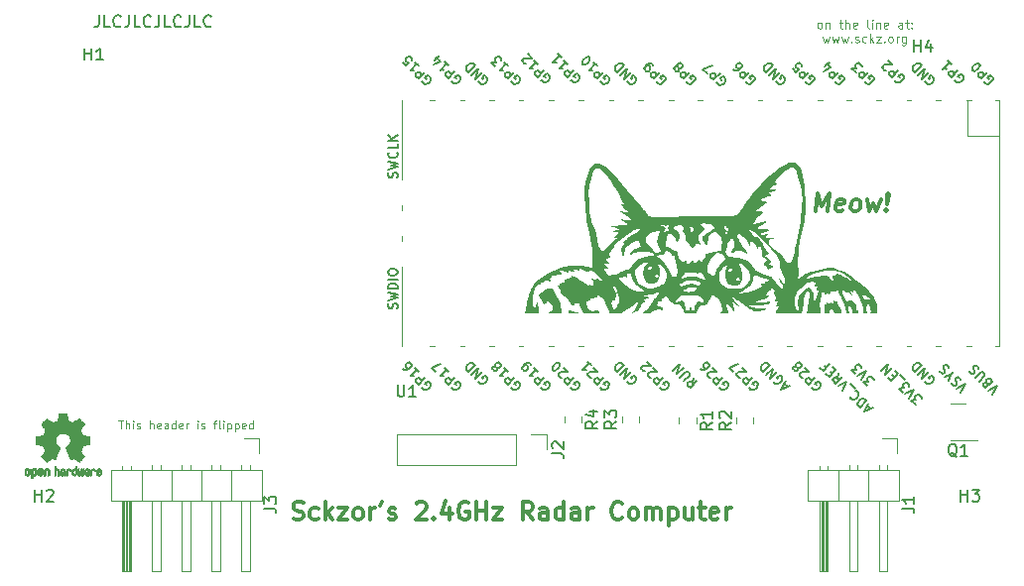
<source format=gbr>
%TF.GenerationSoftware,KiCad,Pcbnew,(6.0.9)*%
%TF.CreationDate,2022-11-20T11:02:00-05:00*%
%TF.ProjectId,PicoBoard,5069636f-426f-4617-9264-2e6b69636164,rev?*%
%TF.SameCoordinates,Original*%
%TF.FileFunction,Legend,Top*%
%TF.FilePolarity,Positive*%
%FSLAX46Y46*%
G04 Gerber Fmt 4.6, Leading zero omitted, Abs format (unit mm)*
G04 Created by KiCad (PCBNEW (6.0.9)) date 2022-11-20 11:02:00*
%MOMM*%
%LPD*%
G01*
G04 APERTURE LIST*
%ADD10C,0.100000*%
%ADD11C,0.200000*%
%ADD12C,0.300000*%
%ADD13C,0.150000*%
%ADD14C,0.010000*%
%ADD15C,0.120000*%
G04 APERTURE END LIST*
D10*
X29363866Y-55852186D02*
X29763866Y-55852186D01*
X29563866Y-56552186D02*
X29563866Y-55852186D01*
X29997200Y-56552186D02*
X29997200Y-55852186D01*
X30297200Y-56552186D02*
X30297200Y-56185520D01*
X30263866Y-56118853D01*
X30197200Y-56085520D01*
X30097200Y-56085520D01*
X30030533Y-56118853D01*
X29997200Y-56152186D01*
X30630533Y-56552186D02*
X30630533Y-56085520D01*
X30630533Y-55852186D02*
X30597200Y-55885520D01*
X30630533Y-55918853D01*
X30663866Y-55885520D01*
X30630533Y-55852186D01*
X30630533Y-55918853D01*
X30930533Y-56518853D02*
X30997200Y-56552186D01*
X31130533Y-56552186D01*
X31197200Y-56518853D01*
X31230533Y-56452186D01*
X31230533Y-56418853D01*
X31197200Y-56352186D01*
X31130533Y-56318853D01*
X31030533Y-56318853D01*
X30963866Y-56285520D01*
X30930533Y-56218853D01*
X30930533Y-56185520D01*
X30963866Y-56118853D01*
X31030533Y-56085520D01*
X31130533Y-56085520D01*
X31197200Y-56118853D01*
X32063866Y-56552186D02*
X32063866Y-55852186D01*
X32363866Y-56552186D02*
X32363866Y-56185520D01*
X32330533Y-56118853D01*
X32263866Y-56085520D01*
X32163866Y-56085520D01*
X32097200Y-56118853D01*
X32063866Y-56152186D01*
X32963866Y-56518853D02*
X32897200Y-56552186D01*
X32763866Y-56552186D01*
X32697200Y-56518853D01*
X32663866Y-56452186D01*
X32663866Y-56185520D01*
X32697200Y-56118853D01*
X32763866Y-56085520D01*
X32897200Y-56085520D01*
X32963866Y-56118853D01*
X32997200Y-56185520D01*
X32997200Y-56252186D01*
X32663866Y-56318853D01*
X33597200Y-56552186D02*
X33597200Y-56185520D01*
X33563866Y-56118853D01*
X33497200Y-56085520D01*
X33363866Y-56085520D01*
X33297200Y-56118853D01*
X33597200Y-56518853D02*
X33530533Y-56552186D01*
X33363866Y-56552186D01*
X33297200Y-56518853D01*
X33263866Y-56452186D01*
X33263866Y-56385520D01*
X33297200Y-56318853D01*
X33363866Y-56285520D01*
X33530533Y-56285520D01*
X33597200Y-56252186D01*
X34230533Y-56552186D02*
X34230533Y-55852186D01*
X34230533Y-56518853D02*
X34163866Y-56552186D01*
X34030533Y-56552186D01*
X33963866Y-56518853D01*
X33930533Y-56485520D01*
X33897200Y-56418853D01*
X33897200Y-56218853D01*
X33930533Y-56152186D01*
X33963866Y-56118853D01*
X34030533Y-56085520D01*
X34163866Y-56085520D01*
X34230533Y-56118853D01*
X34830533Y-56518853D02*
X34763866Y-56552186D01*
X34630533Y-56552186D01*
X34563866Y-56518853D01*
X34530533Y-56452186D01*
X34530533Y-56185520D01*
X34563866Y-56118853D01*
X34630533Y-56085520D01*
X34763866Y-56085520D01*
X34830533Y-56118853D01*
X34863866Y-56185520D01*
X34863866Y-56252186D01*
X34530533Y-56318853D01*
X35163866Y-56552186D02*
X35163866Y-56085520D01*
X35163866Y-56218853D02*
X35197200Y-56152186D01*
X35230533Y-56118853D01*
X35297200Y-56085520D01*
X35363866Y-56085520D01*
X36130533Y-56552186D02*
X36130533Y-56085520D01*
X36130533Y-55852186D02*
X36097200Y-55885520D01*
X36130533Y-55918853D01*
X36163866Y-55885520D01*
X36130533Y-55852186D01*
X36130533Y-55918853D01*
X36430533Y-56518853D02*
X36497200Y-56552186D01*
X36630533Y-56552186D01*
X36697200Y-56518853D01*
X36730533Y-56452186D01*
X36730533Y-56418853D01*
X36697200Y-56352186D01*
X36630533Y-56318853D01*
X36530533Y-56318853D01*
X36463866Y-56285520D01*
X36430533Y-56218853D01*
X36430533Y-56185520D01*
X36463866Y-56118853D01*
X36530533Y-56085520D01*
X36630533Y-56085520D01*
X36697200Y-56118853D01*
X37463866Y-56085520D02*
X37730533Y-56085520D01*
X37563866Y-56552186D02*
X37563866Y-55952186D01*
X37597200Y-55885520D01*
X37663866Y-55852186D01*
X37730533Y-55852186D01*
X38063866Y-56552186D02*
X37997200Y-56518853D01*
X37963866Y-56452186D01*
X37963866Y-55852186D01*
X38330533Y-56552186D02*
X38330533Y-56085520D01*
X38330533Y-55852186D02*
X38297200Y-55885520D01*
X38330533Y-55918853D01*
X38363866Y-55885520D01*
X38330533Y-55852186D01*
X38330533Y-55918853D01*
X38663866Y-56085520D02*
X38663866Y-56785520D01*
X38663866Y-56118853D02*
X38730533Y-56085520D01*
X38863866Y-56085520D01*
X38930533Y-56118853D01*
X38963866Y-56152186D01*
X38997200Y-56218853D01*
X38997200Y-56418853D01*
X38963866Y-56485520D01*
X38930533Y-56518853D01*
X38863866Y-56552186D01*
X38730533Y-56552186D01*
X38663866Y-56518853D01*
X39297200Y-56085520D02*
X39297200Y-56785520D01*
X39297200Y-56118853D02*
X39363866Y-56085520D01*
X39497200Y-56085520D01*
X39563866Y-56118853D01*
X39597200Y-56152186D01*
X39630533Y-56218853D01*
X39630533Y-56418853D01*
X39597200Y-56485520D01*
X39563866Y-56518853D01*
X39497200Y-56552186D01*
X39363866Y-56552186D01*
X39297200Y-56518853D01*
X40197200Y-56518853D02*
X40130533Y-56552186D01*
X39997200Y-56552186D01*
X39930533Y-56518853D01*
X39897200Y-56452186D01*
X39897200Y-56185520D01*
X39930533Y-56118853D01*
X39997200Y-56085520D01*
X40130533Y-56085520D01*
X40197200Y-56118853D01*
X40230533Y-56185520D01*
X40230533Y-56252186D01*
X39897200Y-56318853D01*
X40830533Y-56552186D02*
X40830533Y-55852186D01*
X40830533Y-56518853D02*
X40763866Y-56552186D01*
X40630533Y-56552186D01*
X40563866Y-56518853D01*
X40530533Y-56485520D01*
X40497200Y-56418853D01*
X40497200Y-56218853D01*
X40530533Y-56152186D01*
X40563866Y-56118853D01*
X40630533Y-56085520D01*
X40763866Y-56085520D01*
X40830533Y-56118853D01*
D11*
X27690952Y-21242380D02*
X27690952Y-21956666D01*
X27643333Y-22099523D01*
X27548095Y-22194761D01*
X27405238Y-22242380D01*
X27310000Y-22242380D01*
X28643333Y-22242380D02*
X28167142Y-22242380D01*
X28167142Y-21242380D01*
X29548095Y-22147142D02*
X29500476Y-22194761D01*
X29357619Y-22242380D01*
X29262380Y-22242380D01*
X29119523Y-22194761D01*
X29024285Y-22099523D01*
X28976666Y-22004285D01*
X28929047Y-21813809D01*
X28929047Y-21670952D01*
X28976666Y-21480476D01*
X29024285Y-21385238D01*
X29119523Y-21290000D01*
X29262380Y-21242380D01*
X29357619Y-21242380D01*
X29500476Y-21290000D01*
X29548095Y-21337619D01*
X30262380Y-21242380D02*
X30262380Y-21956666D01*
X30214761Y-22099523D01*
X30119523Y-22194761D01*
X29976666Y-22242380D01*
X29881428Y-22242380D01*
X31214761Y-22242380D02*
X30738571Y-22242380D01*
X30738571Y-21242380D01*
X32119523Y-22147142D02*
X32071904Y-22194761D01*
X31929047Y-22242380D01*
X31833809Y-22242380D01*
X31690952Y-22194761D01*
X31595714Y-22099523D01*
X31548095Y-22004285D01*
X31500476Y-21813809D01*
X31500476Y-21670952D01*
X31548095Y-21480476D01*
X31595714Y-21385238D01*
X31690952Y-21290000D01*
X31833809Y-21242380D01*
X31929047Y-21242380D01*
X32071904Y-21290000D01*
X32119523Y-21337619D01*
X32833809Y-21242380D02*
X32833809Y-21956666D01*
X32786190Y-22099523D01*
X32690952Y-22194761D01*
X32548095Y-22242380D01*
X32452857Y-22242380D01*
X33786190Y-22242380D02*
X33310000Y-22242380D01*
X33310000Y-21242380D01*
X34690952Y-22147142D02*
X34643333Y-22194761D01*
X34500476Y-22242380D01*
X34405238Y-22242380D01*
X34262380Y-22194761D01*
X34167142Y-22099523D01*
X34119523Y-22004285D01*
X34071904Y-21813809D01*
X34071904Y-21670952D01*
X34119523Y-21480476D01*
X34167142Y-21385238D01*
X34262380Y-21290000D01*
X34405238Y-21242380D01*
X34500476Y-21242380D01*
X34643333Y-21290000D01*
X34690952Y-21337619D01*
X35405238Y-21242380D02*
X35405238Y-21956666D01*
X35357619Y-22099523D01*
X35262380Y-22194761D01*
X35119523Y-22242380D01*
X35024285Y-22242380D01*
X36357619Y-22242380D02*
X35881428Y-22242380D01*
X35881428Y-21242380D01*
X37262380Y-22147142D02*
X37214761Y-22194761D01*
X37071904Y-22242380D01*
X36976666Y-22242380D01*
X36833809Y-22194761D01*
X36738571Y-22099523D01*
X36690952Y-22004285D01*
X36643333Y-21813809D01*
X36643333Y-21670952D01*
X36690952Y-21480476D01*
X36738571Y-21385238D01*
X36833809Y-21290000D01*
X36976666Y-21242380D01*
X37071904Y-21242380D01*
X37214761Y-21290000D01*
X37262380Y-21337619D01*
D12*
X44272857Y-64237142D02*
X44487142Y-64308571D01*
X44844285Y-64308571D01*
X44987142Y-64237142D01*
X45058571Y-64165714D01*
X45129999Y-64022857D01*
X45129999Y-63880000D01*
X45058571Y-63737142D01*
X44987142Y-63665714D01*
X44844285Y-63594285D01*
X44558571Y-63522857D01*
X44415714Y-63451428D01*
X44344285Y-63380000D01*
X44272857Y-63237142D01*
X44272857Y-63094285D01*
X44344285Y-62951428D01*
X44415714Y-62880000D01*
X44558571Y-62808571D01*
X44915714Y-62808571D01*
X45129999Y-62880000D01*
X46415714Y-64237142D02*
X46272857Y-64308571D01*
X45987142Y-64308571D01*
X45844285Y-64237142D01*
X45772857Y-64165714D01*
X45701428Y-64022857D01*
X45701428Y-63594285D01*
X45772857Y-63451428D01*
X45844285Y-63380000D01*
X45987142Y-63308571D01*
X46272857Y-63308571D01*
X46415714Y-63380000D01*
X47058571Y-64308571D02*
X47058571Y-62808571D01*
X47201428Y-63737142D02*
X47629999Y-64308571D01*
X47629999Y-63308571D02*
X47058571Y-63880000D01*
X48129999Y-63308571D02*
X48915714Y-63308571D01*
X48129999Y-64308571D01*
X48915714Y-64308571D01*
X49701428Y-64308571D02*
X49558571Y-64237142D01*
X49487142Y-64165714D01*
X49415714Y-64022857D01*
X49415714Y-63594285D01*
X49487142Y-63451428D01*
X49558571Y-63380000D01*
X49701428Y-63308571D01*
X49915714Y-63308571D01*
X50058571Y-63380000D01*
X50129999Y-63451428D01*
X50201428Y-63594285D01*
X50201428Y-64022857D01*
X50129999Y-64165714D01*
X50058571Y-64237142D01*
X49915714Y-64308571D01*
X49701428Y-64308571D01*
X50844285Y-64308571D02*
X50844285Y-63308571D01*
X50844285Y-63594285D02*
X50915714Y-63451428D01*
X50987142Y-63380000D01*
X51129999Y-63308571D01*
X51272857Y-63308571D01*
X51844285Y-62808571D02*
X51701428Y-63094285D01*
X52415714Y-64237142D02*
X52558571Y-64308571D01*
X52844285Y-64308571D01*
X52987142Y-64237142D01*
X53058571Y-64094285D01*
X53058571Y-64022857D01*
X52987142Y-63880000D01*
X52844285Y-63808571D01*
X52629999Y-63808571D01*
X52487142Y-63737142D01*
X52415714Y-63594285D01*
X52415714Y-63522857D01*
X52487142Y-63380000D01*
X52629999Y-63308571D01*
X52844285Y-63308571D01*
X52987142Y-63380000D01*
X54772857Y-62951428D02*
X54844285Y-62880000D01*
X54987142Y-62808571D01*
X55344285Y-62808571D01*
X55487142Y-62880000D01*
X55558571Y-62951428D01*
X55629999Y-63094285D01*
X55629999Y-63237142D01*
X55558571Y-63451428D01*
X54701428Y-64308571D01*
X55629999Y-64308571D01*
X56272857Y-64165714D02*
X56344285Y-64237142D01*
X56272857Y-64308571D01*
X56201428Y-64237142D01*
X56272857Y-64165714D01*
X56272857Y-64308571D01*
X57629999Y-63308571D02*
X57629999Y-64308571D01*
X57272857Y-62737142D02*
X56915714Y-63808571D01*
X57844285Y-63808571D01*
X59201428Y-62880000D02*
X59058571Y-62808571D01*
X58844285Y-62808571D01*
X58629999Y-62880000D01*
X58487142Y-63022857D01*
X58415714Y-63165714D01*
X58344285Y-63451428D01*
X58344285Y-63665714D01*
X58415714Y-63951428D01*
X58487142Y-64094285D01*
X58629999Y-64237142D01*
X58844285Y-64308571D01*
X58987142Y-64308571D01*
X59201428Y-64237142D01*
X59272857Y-64165714D01*
X59272857Y-63665714D01*
X58987142Y-63665714D01*
X59915714Y-64308571D02*
X59915714Y-62808571D01*
X59915714Y-63522857D02*
X60772857Y-63522857D01*
X60772857Y-64308571D02*
X60772857Y-62808571D01*
X61344285Y-63308571D02*
X62130000Y-63308571D01*
X61344285Y-64308571D01*
X62130000Y-64308571D01*
X64701428Y-64308571D02*
X64201428Y-63594285D01*
X63844285Y-64308571D02*
X63844285Y-62808571D01*
X64415714Y-62808571D01*
X64558571Y-62880000D01*
X64629999Y-62951428D01*
X64701428Y-63094285D01*
X64701428Y-63308571D01*
X64629999Y-63451428D01*
X64558571Y-63522857D01*
X64415714Y-63594285D01*
X63844285Y-63594285D01*
X65987142Y-64308571D02*
X65987142Y-63522857D01*
X65915714Y-63380000D01*
X65772857Y-63308571D01*
X65487142Y-63308571D01*
X65344285Y-63380000D01*
X65987142Y-64237142D02*
X65844285Y-64308571D01*
X65487142Y-64308571D01*
X65344285Y-64237142D01*
X65272857Y-64094285D01*
X65272857Y-63951428D01*
X65344285Y-63808571D01*
X65487142Y-63737142D01*
X65844285Y-63737142D01*
X65987142Y-63665714D01*
X67344285Y-64308571D02*
X67344285Y-62808571D01*
X67344285Y-64237142D02*
X67201428Y-64308571D01*
X66915714Y-64308571D01*
X66772857Y-64237142D01*
X66701428Y-64165714D01*
X66630000Y-64022857D01*
X66630000Y-63594285D01*
X66701428Y-63451428D01*
X66772857Y-63380000D01*
X66915714Y-63308571D01*
X67201428Y-63308571D01*
X67344285Y-63380000D01*
X68701428Y-64308571D02*
X68701428Y-63522857D01*
X68630000Y-63380000D01*
X68487142Y-63308571D01*
X68201428Y-63308571D01*
X68058571Y-63380000D01*
X68701428Y-64237142D02*
X68558571Y-64308571D01*
X68201428Y-64308571D01*
X68058571Y-64237142D01*
X67987142Y-64094285D01*
X67987142Y-63951428D01*
X68058571Y-63808571D01*
X68201428Y-63737142D01*
X68558571Y-63737142D01*
X68701428Y-63665714D01*
X69415714Y-64308571D02*
X69415714Y-63308571D01*
X69415714Y-63594285D02*
X69487142Y-63451428D01*
X69558571Y-63380000D01*
X69701428Y-63308571D01*
X69844285Y-63308571D01*
X72344285Y-64165714D02*
X72272857Y-64237142D01*
X72058571Y-64308571D01*
X71915714Y-64308571D01*
X71701428Y-64237142D01*
X71558571Y-64094285D01*
X71487142Y-63951428D01*
X71415714Y-63665714D01*
X71415714Y-63451428D01*
X71487142Y-63165714D01*
X71558571Y-63022857D01*
X71701428Y-62880000D01*
X71915714Y-62808571D01*
X72058571Y-62808571D01*
X72272857Y-62880000D01*
X72344285Y-62951428D01*
X73201428Y-64308571D02*
X73058571Y-64237142D01*
X72987142Y-64165714D01*
X72915714Y-64022857D01*
X72915714Y-63594285D01*
X72987142Y-63451428D01*
X73058571Y-63380000D01*
X73201428Y-63308571D01*
X73415714Y-63308571D01*
X73558571Y-63380000D01*
X73630000Y-63451428D01*
X73701428Y-63594285D01*
X73701428Y-64022857D01*
X73630000Y-64165714D01*
X73558571Y-64237142D01*
X73415714Y-64308571D01*
X73201428Y-64308571D01*
X74344285Y-64308571D02*
X74344285Y-63308571D01*
X74344285Y-63451428D02*
X74415714Y-63380000D01*
X74558571Y-63308571D01*
X74772857Y-63308571D01*
X74915714Y-63380000D01*
X74987142Y-63522857D01*
X74987142Y-64308571D01*
X74987142Y-63522857D02*
X75058571Y-63380000D01*
X75201428Y-63308571D01*
X75415714Y-63308571D01*
X75558571Y-63380000D01*
X75630000Y-63522857D01*
X75630000Y-64308571D01*
X76344285Y-63308571D02*
X76344285Y-64808571D01*
X76344285Y-63380000D02*
X76487142Y-63308571D01*
X76772857Y-63308571D01*
X76915714Y-63380000D01*
X76987142Y-63451428D01*
X77058571Y-63594285D01*
X77058571Y-64022857D01*
X76987142Y-64165714D01*
X76915714Y-64237142D01*
X76772857Y-64308571D01*
X76487142Y-64308571D01*
X76344285Y-64237142D01*
X78344285Y-63308571D02*
X78344285Y-64308571D01*
X77701428Y-63308571D02*
X77701428Y-64094285D01*
X77772857Y-64237142D01*
X77915714Y-64308571D01*
X78130000Y-64308571D01*
X78272857Y-64237142D01*
X78344285Y-64165714D01*
X78844285Y-63308571D02*
X79415714Y-63308571D01*
X79058571Y-62808571D02*
X79058571Y-64094285D01*
X79130000Y-64237142D01*
X79272857Y-64308571D01*
X79415714Y-64308571D01*
X80487142Y-64237142D02*
X80344285Y-64308571D01*
X80058571Y-64308571D01*
X79915714Y-64237142D01*
X79844285Y-64094285D01*
X79844285Y-63522857D01*
X79915714Y-63380000D01*
X80058571Y-63308571D01*
X80344285Y-63308571D01*
X80487142Y-63380000D01*
X80558571Y-63522857D01*
X80558571Y-63665714D01*
X79844285Y-63808571D01*
X81201428Y-64308571D02*
X81201428Y-63308571D01*
X81201428Y-63594285D02*
X81272857Y-63451428D01*
X81344285Y-63380000D01*
X81487142Y-63308571D01*
X81630000Y-63308571D01*
D10*
X89147142Y-22355535D02*
X89075714Y-22319821D01*
X89040000Y-22284107D01*
X89004285Y-22212678D01*
X89004285Y-21998392D01*
X89040000Y-21926964D01*
X89075714Y-21891250D01*
X89147142Y-21855535D01*
X89254285Y-21855535D01*
X89325714Y-21891250D01*
X89361428Y-21926964D01*
X89397142Y-21998392D01*
X89397142Y-22212678D01*
X89361428Y-22284107D01*
X89325714Y-22319821D01*
X89254285Y-22355535D01*
X89147142Y-22355535D01*
X89718571Y-21855535D02*
X89718571Y-22355535D01*
X89718571Y-21926964D02*
X89754285Y-21891250D01*
X89825714Y-21855535D01*
X89932857Y-21855535D01*
X90004285Y-21891250D01*
X90040000Y-21962678D01*
X90040000Y-22355535D01*
X90861428Y-21855535D02*
X91147142Y-21855535D01*
X90968571Y-21605535D02*
X90968571Y-22248392D01*
X91004285Y-22319821D01*
X91075714Y-22355535D01*
X91147142Y-22355535D01*
X91397142Y-22355535D02*
X91397142Y-21605535D01*
X91718571Y-22355535D02*
X91718571Y-21962678D01*
X91682857Y-21891250D01*
X91611428Y-21855535D01*
X91504285Y-21855535D01*
X91432857Y-21891250D01*
X91397142Y-21926964D01*
X92361428Y-22319821D02*
X92290000Y-22355535D01*
X92147142Y-22355535D01*
X92075714Y-22319821D01*
X92040000Y-22248392D01*
X92040000Y-21962678D01*
X92075714Y-21891250D01*
X92147142Y-21855535D01*
X92290000Y-21855535D01*
X92361428Y-21891250D01*
X92397142Y-21962678D01*
X92397142Y-22034107D01*
X92040000Y-22105535D01*
X93397142Y-22355535D02*
X93325714Y-22319821D01*
X93290000Y-22248392D01*
X93290000Y-21605535D01*
X93682857Y-22355535D02*
X93682857Y-21855535D01*
X93682857Y-21605535D02*
X93647142Y-21641250D01*
X93682857Y-21676964D01*
X93718571Y-21641250D01*
X93682857Y-21605535D01*
X93682857Y-21676964D01*
X94040000Y-21855535D02*
X94040000Y-22355535D01*
X94040000Y-21926964D02*
X94075714Y-21891250D01*
X94147142Y-21855535D01*
X94254285Y-21855535D01*
X94325714Y-21891250D01*
X94361428Y-21962678D01*
X94361428Y-22355535D01*
X95004285Y-22319821D02*
X94932857Y-22355535D01*
X94790000Y-22355535D01*
X94718571Y-22319821D01*
X94682857Y-22248392D01*
X94682857Y-21962678D01*
X94718571Y-21891250D01*
X94790000Y-21855535D01*
X94932857Y-21855535D01*
X95004285Y-21891250D01*
X95040000Y-21962678D01*
X95040000Y-22034107D01*
X94682857Y-22105535D01*
X96254285Y-22355535D02*
X96254285Y-21962678D01*
X96218571Y-21891250D01*
X96147142Y-21855535D01*
X96004285Y-21855535D01*
X95932857Y-21891250D01*
X96254285Y-22319821D02*
X96182857Y-22355535D01*
X96004285Y-22355535D01*
X95932857Y-22319821D01*
X95897142Y-22248392D01*
X95897142Y-22176964D01*
X95932857Y-22105535D01*
X96004285Y-22069821D01*
X96182857Y-22069821D01*
X96254285Y-22034107D01*
X96504285Y-21855535D02*
X96790000Y-21855535D01*
X96611428Y-21605535D02*
X96611428Y-22248392D01*
X96647142Y-22319821D01*
X96718571Y-22355535D01*
X96790000Y-22355535D01*
X97040000Y-22284107D02*
X97075714Y-22319821D01*
X97040000Y-22355535D01*
X97004285Y-22319821D01*
X97040000Y-22284107D01*
X97040000Y-22355535D01*
X97040000Y-21891250D02*
X97075714Y-21926964D01*
X97040000Y-21962678D01*
X97004285Y-21926964D01*
X97040000Y-21891250D01*
X97040000Y-21962678D01*
X89468571Y-23063035D02*
X89611428Y-23563035D01*
X89754285Y-23205892D01*
X89897142Y-23563035D01*
X90040000Y-23063035D01*
X90254285Y-23063035D02*
X90397142Y-23563035D01*
X90540000Y-23205892D01*
X90682857Y-23563035D01*
X90825714Y-23063035D01*
X91040000Y-23063035D02*
X91182857Y-23563035D01*
X91325714Y-23205892D01*
X91468571Y-23563035D01*
X91611428Y-23063035D01*
X91897142Y-23491607D02*
X91932857Y-23527321D01*
X91897142Y-23563035D01*
X91861428Y-23527321D01*
X91897142Y-23491607D01*
X91897142Y-23563035D01*
X92218571Y-23527321D02*
X92290000Y-23563035D01*
X92432857Y-23563035D01*
X92504285Y-23527321D01*
X92540000Y-23455892D01*
X92540000Y-23420178D01*
X92504285Y-23348750D01*
X92432857Y-23313035D01*
X92325714Y-23313035D01*
X92254285Y-23277321D01*
X92218571Y-23205892D01*
X92218571Y-23170178D01*
X92254285Y-23098750D01*
X92325714Y-23063035D01*
X92432857Y-23063035D01*
X92504285Y-23098750D01*
X93182857Y-23527321D02*
X93111428Y-23563035D01*
X92968571Y-23563035D01*
X92897142Y-23527321D01*
X92861428Y-23491607D01*
X92825714Y-23420178D01*
X92825714Y-23205892D01*
X92861428Y-23134464D01*
X92897142Y-23098750D01*
X92968571Y-23063035D01*
X93111428Y-23063035D01*
X93182857Y-23098750D01*
X93504285Y-23563035D02*
X93504285Y-22813035D01*
X93575714Y-23277321D02*
X93790000Y-23563035D01*
X93790000Y-23063035D02*
X93504285Y-23348750D01*
X94040000Y-23063035D02*
X94432857Y-23063035D01*
X94040000Y-23563035D01*
X94432857Y-23563035D01*
X94718571Y-23491607D02*
X94754285Y-23527321D01*
X94718571Y-23563035D01*
X94682857Y-23527321D01*
X94718571Y-23491607D01*
X94718571Y-23563035D01*
X95182857Y-23563035D02*
X95111428Y-23527321D01*
X95075714Y-23491607D01*
X95040000Y-23420178D01*
X95040000Y-23205892D01*
X95075714Y-23134464D01*
X95111428Y-23098750D01*
X95182857Y-23063035D01*
X95290000Y-23063035D01*
X95361428Y-23098750D01*
X95397142Y-23134464D01*
X95432857Y-23205892D01*
X95432857Y-23420178D01*
X95397142Y-23491607D01*
X95361428Y-23527321D01*
X95290000Y-23563035D01*
X95182857Y-23563035D01*
X95754285Y-23563035D02*
X95754285Y-23063035D01*
X95754285Y-23205892D02*
X95790000Y-23134464D01*
X95825714Y-23098750D01*
X95897142Y-23063035D01*
X95968571Y-23063035D01*
X96540000Y-23063035D02*
X96540000Y-23670178D01*
X96504285Y-23741607D01*
X96468571Y-23777321D01*
X96397142Y-23813035D01*
X96290000Y-23813035D01*
X96218571Y-23777321D01*
X96540000Y-23527321D02*
X96468571Y-23563035D01*
X96325714Y-23563035D01*
X96254285Y-23527321D01*
X96218571Y-23491607D01*
X96182857Y-23420178D01*
X96182857Y-23205892D01*
X96218571Y-23134464D01*
X96254285Y-23098750D01*
X96325714Y-23063035D01*
X96468571Y-23063035D01*
X96540000Y-23098750D01*
D13*
%TO.C,*%
%TO.C,H1*%
X26477175Y-25055420D02*
X26477175Y-24055420D01*
X26477175Y-24531611D02*
X27048603Y-24531611D01*
X27048603Y-25055420D02*
X27048603Y-24055420D01*
X28048603Y-25055420D02*
X27477175Y-25055420D01*
X27762889Y-25055420D02*
X27762889Y-24055420D01*
X27667651Y-24198278D01*
X27572413Y-24293516D01*
X27477175Y-24341135D01*
%TO.C,*%
%TO.C,J1*%
X96247380Y-63343333D02*
X96961666Y-63343333D01*
X97104523Y-63390952D01*
X97199761Y-63486190D01*
X97247380Y-63629047D01*
X97247380Y-63724285D01*
X97247380Y-62343333D02*
X97247380Y-62914761D01*
X97247380Y-62629047D02*
X96247380Y-62629047D01*
X96390238Y-62724285D01*
X96485476Y-62819523D01*
X96533095Y-62914761D01*
%TO.C,J3*%
X41797380Y-63343333D02*
X42511666Y-63343333D01*
X42654523Y-63390952D01*
X42749761Y-63486190D01*
X42797380Y-63629047D01*
X42797380Y-63724285D01*
X41797380Y-62962380D02*
X41797380Y-62343333D01*
X42178333Y-62676666D01*
X42178333Y-62533809D01*
X42225952Y-62438571D01*
X42273571Y-62390952D01*
X42368809Y-62343333D01*
X42606904Y-62343333D01*
X42702142Y-62390952D01*
X42749761Y-62438571D01*
X42797380Y-62533809D01*
X42797380Y-62819523D01*
X42749761Y-62914761D01*
X42702142Y-62962380D01*
%TO.C,R1*%
X80022380Y-56019166D02*
X79546190Y-56352500D01*
X80022380Y-56590595D02*
X79022380Y-56590595D01*
X79022380Y-56209642D01*
X79070000Y-56114404D01*
X79117619Y-56066785D01*
X79212857Y-56019166D01*
X79355714Y-56019166D01*
X79450952Y-56066785D01*
X79498571Y-56114404D01*
X79546190Y-56209642D01*
X79546190Y-56590595D01*
X80022380Y-55066785D02*
X80022380Y-55638214D01*
X80022380Y-55352500D02*
X79022380Y-55352500D01*
X79165238Y-55447738D01*
X79260476Y-55542976D01*
X79308095Y-55638214D01*
%TO.C,Q1*%
X100904761Y-58947619D02*
X100809523Y-58900000D01*
X100714285Y-58804761D01*
X100571428Y-58661904D01*
X100476190Y-58614285D01*
X100380952Y-58614285D01*
X100428571Y-58852380D02*
X100333333Y-58804761D01*
X100238095Y-58709523D01*
X100190476Y-58519047D01*
X100190476Y-58185714D01*
X100238095Y-57995238D01*
X100333333Y-57900000D01*
X100428571Y-57852380D01*
X100619047Y-57852380D01*
X100714285Y-57900000D01*
X100809523Y-57995238D01*
X100857142Y-58185714D01*
X100857142Y-58519047D01*
X100809523Y-58709523D01*
X100714285Y-58804761D01*
X100619047Y-58852380D01*
X100428571Y-58852380D01*
X101809523Y-58852380D02*
X101238095Y-58852380D01*
X101523809Y-58852380D02*
X101523809Y-57852380D01*
X101428571Y-57995238D01*
X101333333Y-58090476D01*
X101238095Y-58138095D01*
%TO.C,H3*%
X101238095Y-62752380D02*
X101238095Y-61752380D01*
X101238095Y-62228571D02*
X101809523Y-62228571D01*
X101809523Y-62752380D02*
X101809523Y-61752380D01*
X102190476Y-61752380D02*
X102809523Y-61752380D01*
X102476190Y-62133333D01*
X102619047Y-62133333D01*
X102714285Y-62180952D01*
X102761904Y-62228571D01*
X102809523Y-62323809D01*
X102809523Y-62561904D01*
X102761904Y-62657142D01*
X102714285Y-62704761D01*
X102619047Y-62752380D01*
X102333333Y-62752380D01*
X102238095Y-62704761D01*
X102190476Y-62657142D01*
D12*
%TO.C,Meow!*%
X88834004Y-37989428D02*
X89024504Y-36465428D01*
X89396433Y-37554000D01*
X90040504Y-36465428D01*
X89850004Y-37989428D01*
X91165361Y-37916857D02*
X91011147Y-37989428D01*
X90720861Y-37989428D01*
X90584790Y-37916857D01*
X90530361Y-37771714D01*
X90602933Y-37191142D01*
X90693647Y-37046000D01*
X90847861Y-36973428D01*
X91138147Y-36973428D01*
X91274218Y-37046000D01*
X91328647Y-37191142D01*
X91310504Y-37336285D01*
X90566647Y-37481428D01*
X92099718Y-37989428D02*
X91963647Y-37916857D01*
X91900147Y-37844285D01*
X91845718Y-37699142D01*
X91900147Y-37263714D01*
X91990861Y-37118571D01*
X92072504Y-37046000D01*
X92226718Y-36973428D01*
X92444433Y-36973428D01*
X92580504Y-37046000D01*
X92644004Y-37118571D01*
X92698433Y-37263714D01*
X92644004Y-37699142D01*
X92553290Y-37844285D01*
X92471647Y-37916857D01*
X92317433Y-37989428D01*
X92099718Y-37989428D01*
X93242718Y-36973428D02*
X93406004Y-37989428D01*
X93787004Y-37263714D01*
X93986576Y-37989428D01*
X94403861Y-36973428D01*
X94875576Y-37844285D02*
X94939076Y-37916857D01*
X94857433Y-37989428D01*
X94793933Y-37916857D01*
X94875576Y-37844285D01*
X94857433Y-37989428D01*
X94930004Y-37408857D02*
X94966290Y-36538000D01*
X95047933Y-36465428D01*
X95111433Y-36538000D01*
X94930004Y-37408857D01*
X95047933Y-36465428D01*
D13*
%TO.C,H4*%
X97228095Y-24342380D02*
X97228095Y-23342380D01*
X97228095Y-23818571D02*
X97799523Y-23818571D01*
X97799523Y-24342380D02*
X97799523Y-23342380D01*
X98704285Y-23675714D02*
X98704285Y-24342380D01*
X98466190Y-23294761D02*
X98228095Y-24009047D01*
X98847142Y-24009047D01*
%TO.C,U1*%
X53168095Y-52802380D02*
X53168095Y-53611904D01*
X53215714Y-53707142D01*
X53263333Y-53754761D01*
X53358571Y-53802380D01*
X53549047Y-53802380D01*
X53644285Y-53754761D01*
X53691904Y-53707142D01*
X53739523Y-53611904D01*
X53739523Y-52802380D01*
X54739523Y-53802380D02*
X54168095Y-53802380D01*
X54453809Y-53802380D02*
X54453809Y-52802380D01*
X54358571Y-52945238D01*
X54263333Y-53040476D01*
X54168095Y-53088095D01*
X72798155Y-26913841D02*
X72825093Y-26994653D01*
X72905905Y-27075465D01*
X73013654Y-27129340D01*
X73121404Y-27129340D01*
X73202216Y-27102402D01*
X73336903Y-27021590D01*
X73417715Y-26940778D01*
X73498528Y-26806091D01*
X73525465Y-26725279D01*
X73525465Y-26617529D01*
X73471590Y-26509780D01*
X73417715Y-26455905D01*
X73309966Y-26402030D01*
X73256091Y-26402030D01*
X73067529Y-26590592D01*
X73175279Y-26698341D01*
X73067529Y-26105719D02*
X72501844Y-26671404D01*
X72744280Y-25782470D01*
X72178595Y-26348155D01*
X72474906Y-25513096D02*
X71909221Y-26078781D01*
X71774534Y-25944094D01*
X71720659Y-25836345D01*
X71720659Y-25728595D01*
X71747597Y-25647783D01*
X71828409Y-25513096D01*
X71909221Y-25432284D01*
X72043908Y-25351471D01*
X72124720Y-25324534D01*
X72232470Y-25324534D01*
X72340219Y-25378409D01*
X72474906Y-25513096D01*
X103927309Y-53646870D02*
X104304433Y-52892622D01*
X103550186Y-53269746D01*
X103442436Y-52623248D02*
X103388561Y-52515499D01*
X103388561Y-52461624D01*
X103415499Y-52380812D01*
X103496311Y-52300000D01*
X103577123Y-52273062D01*
X103630998Y-52273062D01*
X103711810Y-52300000D01*
X103927309Y-52515499D01*
X103361624Y-53081184D01*
X103173062Y-52892622D01*
X103146125Y-52811810D01*
X103146125Y-52757935D01*
X103173062Y-52677123D01*
X103226937Y-52623248D01*
X103307749Y-52596311D01*
X103361624Y-52596311D01*
X103442436Y-52623248D01*
X103630998Y-52811810D01*
X102795938Y-52515499D02*
X103253874Y-52057563D01*
X103280812Y-51976751D01*
X103280812Y-51922876D01*
X103253874Y-51842064D01*
X103146125Y-51734314D01*
X103065312Y-51707377D01*
X103011438Y-51707377D01*
X102930625Y-51734314D01*
X102472690Y-52192250D01*
X102769001Y-51411065D02*
X102715126Y-51303316D01*
X102580439Y-51168629D01*
X102499627Y-51141691D01*
X102445752Y-51141691D01*
X102364940Y-51168629D01*
X102311065Y-51222503D01*
X102284128Y-51303316D01*
X102284128Y-51357190D01*
X102311065Y-51438003D01*
X102391877Y-51572690D01*
X102418815Y-51653502D01*
X102418815Y-51707377D01*
X102391877Y-51788189D01*
X102338003Y-51842064D01*
X102257190Y-51869001D01*
X102203316Y-51869001D01*
X102122503Y-51842064D01*
X101987816Y-51707377D01*
X101933942Y-51599627D01*
X88011218Y-26886903D02*
X88038155Y-26967715D01*
X88118967Y-27048528D01*
X88226717Y-27102402D01*
X88334467Y-27102402D01*
X88415279Y-27075465D01*
X88549966Y-26994653D01*
X88630778Y-26913841D01*
X88711590Y-26779154D01*
X88738528Y-26698341D01*
X88738528Y-26590592D01*
X88684653Y-26482842D01*
X88630778Y-26428967D01*
X88523028Y-26375093D01*
X88469154Y-26375093D01*
X88280592Y-26563654D01*
X88388341Y-26671404D01*
X88280592Y-26078781D02*
X87714906Y-26644467D01*
X87499407Y-26428967D01*
X87472470Y-26348155D01*
X87472470Y-26294280D01*
X87499407Y-26213468D01*
X87580219Y-26132656D01*
X87661032Y-26105719D01*
X87714906Y-26105719D01*
X87795719Y-26132656D01*
X88011218Y-26348155D01*
X86879847Y-25809407D02*
X87149221Y-26078781D01*
X87445532Y-25836345D01*
X87391658Y-25836345D01*
X87310845Y-25809407D01*
X87176158Y-25674720D01*
X87149221Y-25593908D01*
X87149221Y-25540033D01*
X87176158Y-25459221D01*
X87310845Y-25324534D01*
X87391658Y-25297597D01*
X87445532Y-25297597D01*
X87526345Y-25324534D01*
X87661032Y-25459221D01*
X87687969Y-25540033D01*
X87687969Y-25593908D01*
X98198155Y-26913841D02*
X98225093Y-26994653D01*
X98305905Y-27075465D01*
X98413654Y-27129340D01*
X98521404Y-27129340D01*
X98602216Y-27102402D01*
X98736903Y-27021590D01*
X98817715Y-26940778D01*
X98898528Y-26806091D01*
X98925465Y-26725279D01*
X98925465Y-26617529D01*
X98871590Y-26509780D01*
X98817715Y-26455905D01*
X98709966Y-26402030D01*
X98656091Y-26402030D01*
X98467529Y-26590592D01*
X98575279Y-26698341D01*
X98467529Y-26105719D02*
X97901844Y-26671404D01*
X98144280Y-25782470D01*
X97578595Y-26348155D01*
X97874906Y-25513096D02*
X97309221Y-26078781D01*
X97174534Y-25944094D01*
X97120659Y-25836345D01*
X97120659Y-25728595D01*
X97147597Y-25647783D01*
X97228409Y-25513096D01*
X97309221Y-25432284D01*
X97443908Y-25351471D01*
X97524720Y-25324534D01*
X97632470Y-25324534D01*
X97740219Y-25378409D01*
X97874906Y-25513096D01*
X100721218Y-26786903D02*
X100748155Y-26867715D01*
X100828967Y-26948528D01*
X100936717Y-27002402D01*
X101044467Y-27002402D01*
X101125279Y-26975465D01*
X101259966Y-26894653D01*
X101340778Y-26813841D01*
X101421590Y-26679154D01*
X101448528Y-26598341D01*
X101448528Y-26490592D01*
X101394653Y-26382842D01*
X101340778Y-26328967D01*
X101233028Y-26275093D01*
X101179154Y-26275093D01*
X100990592Y-26463654D01*
X101098341Y-26571404D01*
X100990592Y-25978781D02*
X100424906Y-26544467D01*
X100209407Y-26328967D01*
X100182470Y-26248155D01*
X100182470Y-26194280D01*
X100209407Y-26113468D01*
X100290219Y-26032656D01*
X100371032Y-26005719D01*
X100424906Y-26005719D01*
X100505719Y-26032656D01*
X100721218Y-26248155D01*
X100128595Y-25116784D02*
X100451844Y-25440033D01*
X100290219Y-25278409D02*
X99724534Y-25844094D01*
X99859221Y-25817157D01*
X99966971Y-25817157D01*
X100047783Y-25844094D01*
X101249966Y-53479526D02*
X101627089Y-52725279D01*
X100872842Y-53102402D01*
X101249966Y-52402030D02*
X101196091Y-52294280D01*
X101061404Y-52159593D01*
X100980592Y-52132656D01*
X100926717Y-52132656D01*
X100845905Y-52159593D01*
X100792030Y-52213468D01*
X100765093Y-52294280D01*
X100765093Y-52348155D01*
X100792030Y-52428967D01*
X100872842Y-52563654D01*
X100899780Y-52644467D01*
X100899780Y-52698341D01*
X100872842Y-52779154D01*
X100818967Y-52833028D01*
X100738155Y-52859966D01*
X100684280Y-52859966D01*
X100603468Y-52833028D01*
X100468781Y-52698341D01*
X100414906Y-52590592D01*
X100334094Y-51971032D02*
X100603468Y-51701658D01*
X100226345Y-52455905D02*
X100334094Y-51971032D01*
X99849221Y-52078781D01*
X100226345Y-51378409D02*
X100172470Y-51270659D01*
X100037783Y-51135972D01*
X99956971Y-51109035D01*
X99903096Y-51109035D01*
X99822284Y-51135972D01*
X99768409Y-51189847D01*
X99741471Y-51270659D01*
X99741471Y-51324534D01*
X99768409Y-51405346D01*
X99849221Y-51540033D01*
X99876158Y-51620845D01*
X99876158Y-51674720D01*
X99849221Y-51755532D01*
X99795346Y-51809407D01*
X99714534Y-51836345D01*
X99660659Y-51836345D01*
X99579847Y-51809407D01*
X99445160Y-51674720D01*
X99391285Y-51566971D01*
X70490592Y-53010277D02*
X70517529Y-53091089D01*
X70598341Y-53171902D01*
X70706091Y-53225776D01*
X70813841Y-53225776D01*
X70894653Y-53198839D01*
X71029340Y-53118027D01*
X71110152Y-53037215D01*
X71190964Y-52902528D01*
X71217902Y-52821715D01*
X71217902Y-52713966D01*
X71164027Y-52606216D01*
X71110152Y-52552341D01*
X71002402Y-52498467D01*
X70948528Y-52498467D01*
X70759966Y-52687028D01*
X70867715Y-52794778D01*
X70759966Y-52202155D02*
X70194280Y-52767841D01*
X69978781Y-52552341D01*
X69951844Y-52471529D01*
X69951844Y-52417654D01*
X69978781Y-52336842D01*
X70059593Y-52256030D01*
X70140406Y-52229093D01*
X70194280Y-52229093D01*
X70275093Y-52256030D01*
X70490592Y-52471529D01*
X69709407Y-52175218D02*
X69655532Y-52175218D01*
X69574720Y-52148280D01*
X69440033Y-52013593D01*
X69413096Y-51932781D01*
X69413096Y-51878906D01*
X69440033Y-51798094D01*
X69493908Y-51744219D01*
X69601658Y-51690345D01*
X70248155Y-51690345D01*
X69897969Y-51340158D01*
X69359221Y-50801410D02*
X69682470Y-51124659D01*
X69520845Y-50963035D02*
X68955160Y-51528720D01*
X69089847Y-51501783D01*
X69197597Y-51501783D01*
X69278409Y-51528720D01*
X80421218Y-26986903D02*
X80448155Y-27067715D01*
X80528967Y-27148528D01*
X80636717Y-27202402D01*
X80744467Y-27202402D01*
X80825279Y-27175465D01*
X80959966Y-27094653D01*
X81040778Y-27013841D01*
X81121590Y-26879154D01*
X81148528Y-26798341D01*
X81148528Y-26690592D01*
X81094653Y-26582842D01*
X81040778Y-26528967D01*
X80933028Y-26475093D01*
X80879154Y-26475093D01*
X80690592Y-26663654D01*
X80798341Y-26771404D01*
X80690592Y-26178781D02*
X80124906Y-26744467D01*
X79909407Y-26528967D01*
X79882470Y-26448155D01*
X79882470Y-26394280D01*
X79909407Y-26313468D01*
X79990219Y-26232656D01*
X80071032Y-26205719D01*
X80124906Y-26205719D01*
X80205719Y-26232656D01*
X80421218Y-26448155D01*
X79613096Y-26232656D02*
X79235972Y-25855532D01*
X80044094Y-25532284D01*
X55260592Y-26902277D02*
X55287529Y-26983089D01*
X55368341Y-27063902D01*
X55476091Y-27117776D01*
X55583841Y-27117776D01*
X55664653Y-27090839D01*
X55799340Y-27010027D01*
X55880152Y-26929215D01*
X55960964Y-26794528D01*
X55987902Y-26713715D01*
X55987902Y-26605966D01*
X55934027Y-26498216D01*
X55880152Y-26444341D01*
X55772402Y-26390467D01*
X55718528Y-26390467D01*
X55529966Y-26579028D01*
X55637715Y-26686778D01*
X55529966Y-26094155D02*
X54964280Y-26659841D01*
X54748781Y-26444341D01*
X54721844Y-26363529D01*
X54721844Y-26309654D01*
X54748781Y-26228842D01*
X54829593Y-26148030D01*
X54910406Y-26121093D01*
X54964280Y-26121093D01*
X55045093Y-26148030D01*
X55260592Y-26363529D01*
X54667969Y-25232158D02*
X54991218Y-25555407D01*
X54829593Y-25393783D02*
X54263908Y-25959468D01*
X54398595Y-25932531D01*
X54506345Y-25932531D01*
X54587157Y-25959468D01*
X53590473Y-25286033D02*
X53859847Y-25555407D01*
X54156158Y-25312971D01*
X54102284Y-25312971D01*
X54021471Y-25286033D01*
X53886784Y-25151346D01*
X53859847Y-25070534D01*
X53859847Y-25016659D01*
X53886784Y-24935847D01*
X54021471Y-24801160D01*
X54102284Y-24774223D01*
X54156158Y-24774223D01*
X54236971Y-24801160D01*
X54371658Y-24935847D01*
X54398595Y-25016659D01*
X54398595Y-25070534D01*
X86440964Y-52956402D02*
X86171590Y-52687028D01*
X86656463Y-52848653D02*
X85902216Y-53225776D01*
X86279340Y-52471529D01*
X85255719Y-52525404D02*
X85282656Y-52606216D01*
X85363468Y-52687028D01*
X85471218Y-52740903D01*
X85578967Y-52740903D01*
X85659780Y-52713966D01*
X85794467Y-52633154D01*
X85875279Y-52552341D01*
X85956091Y-52417654D01*
X85983028Y-52336842D01*
X85983028Y-52229093D01*
X85929154Y-52121343D01*
X85875279Y-52067468D01*
X85767529Y-52013593D01*
X85713654Y-52013593D01*
X85525093Y-52202155D01*
X85632842Y-52309905D01*
X85525093Y-51717282D02*
X84959407Y-52282967D01*
X85201844Y-51394033D01*
X84636158Y-51959719D01*
X84932470Y-51124659D02*
X84366784Y-51690345D01*
X84232097Y-51555658D01*
X84178223Y-51447908D01*
X84178223Y-51340158D01*
X84205160Y-51259346D01*
X84285972Y-51124659D01*
X84366784Y-51043847D01*
X84501471Y-50963035D01*
X84582284Y-50936097D01*
X84690033Y-50936097D01*
X84797783Y-50989972D01*
X84932470Y-51124659D01*
X90551218Y-26886903D02*
X90578155Y-26967715D01*
X90658967Y-27048528D01*
X90766717Y-27102402D01*
X90874467Y-27102402D01*
X90955279Y-27075465D01*
X91089966Y-26994653D01*
X91170778Y-26913841D01*
X91251590Y-26779154D01*
X91278528Y-26698341D01*
X91278528Y-26590592D01*
X91224653Y-26482842D01*
X91170778Y-26428967D01*
X91063028Y-26375093D01*
X91009154Y-26375093D01*
X90820592Y-26563654D01*
X90928341Y-26671404D01*
X90820592Y-26078781D02*
X90254906Y-26644467D01*
X90039407Y-26428967D01*
X90012470Y-26348155D01*
X90012470Y-26294280D01*
X90039407Y-26213468D01*
X90120219Y-26132656D01*
X90201032Y-26105719D01*
X90254906Y-26105719D01*
X90335719Y-26132656D01*
X90551218Y-26348155D01*
X89635346Y-25647783D02*
X90012470Y-25270659D01*
X89554534Y-25997969D02*
X90093282Y-25728595D01*
X89743096Y-25378409D01*
X93091218Y-26886903D02*
X93118155Y-26967715D01*
X93198967Y-27048528D01*
X93306717Y-27102402D01*
X93414467Y-27102402D01*
X93495279Y-27075465D01*
X93629966Y-26994653D01*
X93710778Y-26913841D01*
X93791590Y-26779154D01*
X93818528Y-26698341D01*
X93818528Y-26590592D01*
X93764653Y-26482842D01*
X93710778Y-26428967D01*
X93603028Y-26375093D01*
X93549154Y-26375093D01*
X93360592Y-26563654D01*
X93468341Y-26671404D01*
X93360592Y-26078781D02*
X92794906Y-26644467D01*
X92579407Y-26428967D01*
X92552470Y-26348155D01*
X92552470Y-26294280D01*
X92579407Y-26213468D01*
X92660219Y-26132656D01*
X92741032Y-26105719D01*
X92794906Y-26105719D01*
X92875719Y-26132656D01*
X93091218Y-26348155D01*
X92283096Y-26132656D02*
X91932910Y-25782470D01*
X92336971Y-25755532D01*
X92256158Y-25674720D01*
X92229221Y-25593908D01*
X92229221Y-25540033D01*
X92256158Y-25459221D01*
X92390845Y-25324534D01*
X92471658Y-25297597D01*
X92525532Y-25297597D01*
X92606345Y-25324534D01*
X92767969Y-25486158D01*
X92794906Y-25566971D01*
X92794906Y-25620845D01*
X82931218Y-26886903D02*
X82958155Y-26967715D01*
X83038967Y-27048528D01*
X83146717Y-27102402D01*
X83254467Y-27102402D01*
X83335279Y-27075465D01*
X83469966Y-26994653D01*
X83550778Y-26913841D01*
X83631590Y-26779154D01*
X83658528Y-26698341D01*
X83658528Y-26590592D01*
X83604653Y-26482842D01*
X83550778Y-26428967D01*
X83443028Y-26375093D01*
X83389154Y-26375093D01*
X83200592Y-26563654D01*
X83308341Y-26671404D01*
X83200592Y-26078781D02*
X82634906Y-26644467D01*
X82419407Y-26428967D01*
X82392470Y-26348155D01*
X82392470Y-26294280D01*
X82419407Y-26213468D01*
X82500219Y-26132656D01*
X82581032Y-26105719D01*
X82634906Y-26105719D01*
X82715719Y-26132656D01*
X82931218Y-26348155D01*
X81826784Y-25836345D02*
X81934534Y-25944094D01*
X82015346Y-25971032D01*
X82069221Y-25971032D01*
X82203908Y-25944094D01*
X82338595Y-25863282D01*
X82554094Y-25647783D01*
X82581032Y-25566971D01*
X82581032Y-25513096D01*
X82554094Y-25432284D01*
X82446345Y-25324534D01*
X82365532Y-25297597D01*
X82311658Y-25297597D01*
X82230845Y-25324534D01*
X82096158Y-25459221D01*
X82069221Y-25540033D01*
X82069221Y-25593908D01*
X82096158Y-25674720D01*
X82203908Y-25782470D01*
X82284720Y-25809407D01*
X82338595Y-25809407D01*
X82419407Y-25782470D01*
X83190592Y-53010277D02*
X83217529Y-53091089D01*
X83298341Y-53171902D01*
X83406091Y-53225776D01*
X83513841Y-53225776D01*
X83594653Y-53198839D01*
X83729340Y-53118027D01*
X83810152Y-53037215D01*
X83890964Y-52902528D01*
X83917902Y-52821715D01*
X83917902Y-52713966D01*
X83864027Y-52606216D01*
X83810152Y-52552341D01*
X83702402Y-52498467D01*
X83648528Y-52498467D01*
X83459966Y-52687028D01*
X83567715Y-52794778D01*
X83459966Y-52202155D02*
X82894280Y-52767841D01*
X82678781Y-52552341D01*
X82651844Y-52471529D01*
X82651844Y-52417654D01*
X82678781Y-52336842D01*
X82759593Y-52256030D01*
X82840406Y-52229093D01*
X82894280Y-52229093D01*
X82975093Y-52256030D01*
X83190592Y-52471529D01*
X82409407Y-52175218D02*
X82355532Y-52175218D01*
X82274720Y-52148280D01*
X82140033Y-52013593D01*
X82113096Y-51932781D01*
X82113096Y-51878906D01*
X82140033Y-51798094D01*
X82193908Y-51744219D01*
X82301658Y-51690345D01*
X82948155Y-51690345D01*
X82597969Y-51340158D01*
X81843722Y-51717282D02*
X81466598Y-51340158D01*
X82274720Y-51016910D01*
X103251218Y-26886903D02*
X103278155Y-26967715D01*
X103358967Y-27048528D01*
X103466717Y-27102402D01*
X103574467Y-27102402D01*
X103655279Y-27075465D01*
X103789966Y-26994653D01*
X103870778Y-26913841D01*
X103951590Y-26779154D01*
X103978528Y-26698341D01*
X103978528Y-26590592D01*
X103924653Y-26482842D01*
X103870778Y-26428967D01*
X103763028Y-26375093D01*
X103709154Y-26375093D01*
X103520592Y-26563654D01*
X103628341Y-26671404D01*
X103520592Y-26078781D02*
X102954906Y-26644467D01*
X102739407Y-26428967D01*
X102712470Y-26348155D01*
X102712470Y-26294280D01*
X102739407Y-26213468D01*
X102820219Y-26132656D01*
X102901032Y-26105719D01*
X102954906Y-26105719D01*
X103035719Y-26132656D01*
X103251218Y-26348155D01*
X102281471Y-25971032D02*
X102227597Y-25917157D01*
X102200659Y-25836345D01*
X102200659Y-25782470D01*
X102227597Y-25701658D01*
X102308409Y-25566971D01*
X102443096Y-25432284D01*
X102577783Y-25351471D01*
X102658595Y-25324534D01*
X102712470Y-25324534D01*
X102793282Y-25351471D01*
X102847157Y-25405346D01*
X102874094Y-25486158D01*
X102874094Y-25540033D01*
X102847157Y-25620845D01*
X102766345Y-25755532D01*
X102631658Y-25890219D01*
X102496971Y-25971032D01*
X102416158Y-25997969D01*
X102362284Y-25997969D01*
X102281471Y-25971032D01*
X62880592Y-26902277D02*
X62907529Y-26983089D01*
X62988341Y-27063902D01*
X63096091Y-27117776D01*
X63203841Y-27117776D01*
X63284653Y-27090839D01*
X63419340Y-27010027D01*
X63500152Y-26929215D01*
X63580964Y-26794528D01*
X63607902Y-26713715D01*
X63607902Y-26605966D01*
X63554027Y-26498216D01*
X63500152Y-26444341D01*
X63392402Y-26390467D01*
X63338528Y-26390467D01*
X63149966Y-26579028D01*
X63257715Y-26686778D01*
X63149966Y-26094155D02*
X62584280Y-26659841D01*
X62368781Y-26444341D01*
X62341844Y-26363529D01*
X62341844Y-26309654D01*
X62368781Y-26228842D01*
X62449593Y-26148030D01*
X62530406Y-26121093D01*
X62584280Y-26121093D01*
X62665093Y-26148030D01*
X62880592Y-26363529D01*
X62287969Y-25232158D02*
X62611218Y-25555407D01*
X62449593Y-25393783D02*
X61883908Y-25959468D01*
X62018595Y-25932531D01*
X62126345Y-25932531D01*
X62207157Y-25959468D01*
X61533722Y-25609282D02*
X61183536Y-25259096D01*
X61587597Y-25232158D01*
X61506784Y-25151346D01*
X61479847Y-25070534D01*
X61479847Y-25016659D01*
X61506784Y-24935847D01*
X61641471Y-24801160D01*
X61722284Y-24774223D01*
X61776158Y-24774223D01*
X61856971Y-24801160D01*
X62018595Y-24962784D01*
X62045532Y-25043597D01*
X62045532Y-25097471D01*
X60098155Y-52513841D02*
X60125093Y-52594653D01*
X60205905Y-52675465D01*
X60313654Y-52729340D01*
X60421404Y-52729340D01*
X60502216Y-52702402D01*
X60636903Y-52621590D01*
X60717715Y-52540778D01*
X60798528Y-52406091D01*
X60825465Y-52325279D01*
X60825465Y-52217529D01*
X60771590Y-52109780D01*
X60717715Y-52055905D01*
X60609966Y-52002030D01*
X60556091Y-52002030D01*
X60367529Y-52190592D01*
X60475279Y-52298341D01*
X60367529Y-51705719D02*
X59801844Y-52271404D01*
X60044280Y-51382470D01*
X59478595Y-51948155D01*
X59774906Y-51113096D02*
X59209221Y-51678781D01*
X59074534Y-51544094D01*
X59020659Y-51436345D01*
X59020659Y-51328595D01*
X59047597Y-51247783D01*
X59128409Y-51113096D01*
X59209221Y-51032284D01*
X59343908Y-50951471D01*
X59424720Y-50924534D01*
X59532470Y-50924534D01*
X59640219Y-50978409D01*
X59774906Y-51113096D01*
X62880592Y-53010277D02*
X62907529Y-53091089D01*
X62988341Y-53171902D01*
X63096091Y-53225776D01*
X63203841Y-53225776D01*
X63284653Y-53198839D01*
X63419340Y-53118027D01*
X63500152Y-53037215D01*
X63580964Y-52902528D01*
X63607902Y-52821715D01*
X63607902Y-52713966D01*
X63554027Y-52606216D01*
X63500152Y-52552341D01*
X63392402Y-52498467D01*
X63338528Y-52498467D01*
X63149966Y-52687028D01*
X63257715Y-52794778D01*
X63149966Y-52202155D02*
X62584280Y-52767841D01*
X62368781Y-52552341D01*
X62341844Y-52471529D01*
X62341844Y-52417654D01*
X62368781Y-52336842D01*
X62449593Y-52256030D01*
X62530406Y-52229093D01*
X62584280Y-52229093D01*
X62665093Y-52256030D01*
X62880592Y-52471529D01*
X62287969Y-51340158D02*
X62611218Y-51663407D01*
X62449593Y-51501783D02*
X61883908Y-52067468D01*
X62018595Y-52040531D01*
X62126345Y-52040531D01*
X62207157Y-52067468D01*
X61641471Y-51340158D02*
X61668409Y-51420971D01*
X61668409Y-51474845D01*
X61641471Y-51555658D01*
X61614534Y-51582595D01*
X61533722Y-51609532D01*
X61479847Y-51609532D01*
X61399035Y-51582595D01*
X61291285Y-51474845D01*
X61264348Y-51394033D01*
X61264348Y-51340158D01*
X61291285Y-51259346D01*
X61318223Y-51232409D01*
X61399035Y-51205471D01*
X61452910Y-51205471D01*
X61533722Y-51232409D01*
X61641471Y-51340158D01*
X61722284Y-51367096D01*
X61776158Y-51367096D01*
X61856971Y-51340158D01*
X61964720Y-51232409D01*
X61991658Y-51151597D01*
X61991658Y-51097722D01*
X61964720Y-51016910D01*
X61856971Y-50909160D01*
X61776158Y-50882223D01*
X61722284Y-50882223D01*
X61641471Y-50909160D01*
X61533722Y-51016910D01*
X61506784Y-51097722D01*
X61506784Y-51151597D01*
X61533722Y-51232409D01*
X97358308Y-54477868D02*
X97008122Y-54127682D01*
X97412183Y-54100744D01*
X97331370Y-54019932D01*
X97304433Y-53939120D01*
X97304433Y-53885245D01*
X97331370Y-53804433D01*
X97466057Y-53669746D01*
X97546870Y-53642809D01*
X97600744Y-53642809D01*
X97681557Y-53669746D01*
X97843181Y-53831370D01*
X97870118Y-53912183D01*
X97870118Y-53966057D01*
X96846497Y-53966057D02*
X97223621Y-53211810D01*
X96469374Y-53588934D01*
X96334687Y-53454247D02*
X95984500Y-53104061D01*
X96388561Y-53077123D01*
X96307749Y-52996311D01*
X96280812Y-52915499D01*
X96280812Y-52861624D01*
X96307749Y-52780812D01*
X96442436Y-52646125D01*
X96523248Y-52619187D01*
X96577123Y-52619187D01*
X96657935Y-52646125D01*
X96819560Y-52807749D01*
X96846497Y-52888561D01*
X96846497Y-52942436D01*
X96496311Y-52376751D02*
X96065312Y-51945752D01*
X95580439Y-52161251D02*
X95391877Y-51972690D01*
X95607377Y-51595566D02*
X95876751Y-51864940D01*
X95311065Y-52430625D01*
X95041691Y-52161251D01*
X95364940Y-51353129D02*
X94799255Y-51918815D01*
X95041691Y-51029881D01*
X94476006Y-51595566D01*
X75580592Y-53010277D02*
X75607529Y-53091089D01*
X75688341Y-53171902D01*
X75796091Y-53225776D01*
X75903841Y-53225776D01*
X75984653Y-53198839D01*
X76119340Y-53118027D01*
X76200152Y-53037215D01*
X76280964Y-52902528D01*
X76307902Y-52821715D01*
X76307902Y-52713966D01*
X76254027Y-52606216D01*
X76200152Y-52552341D01*
X76092402Y-52498467D01*
X76038528Y-52498467D01*
X75849966Y-52687028D01*
X75957715Y-52794778D01*
X75849966Y-52202155D02*
X75284280Y-52767841D01*
X75068781Y-52552341D01*
X75041844Y-52471529D01*
X75041844Y-52417654D01*
X75068781Y-52336842D01*
X75149593Y-52256030D01*
X75230406Y-52229093D01*
X75284280Y-52229093D01*
X75365093Y-52256030D01*
X75580592Y-52471529D01*
X74799407Y-52175218D02*
X74745532Y-52175218D01*
X74664720Y-52148280D01*
X74530033Y-52013593D01*
X74503096Y-51932781D01*
X74503096Y-51878906D01*
X74530033Y-51798094D01*
X74583908Y-51744219D01*
X74691658Y-51690345D01*
X75338155Y-51690345D01*
X74987969Y-51340158D01*
X74260659Y-51636470D02*
X74206784Y-51636470D01*
X74125972Y-51609532D01*
X73991285Y-51474845D01*
X73964348Y-51394033D01*
X73964348Y-51340158D01*
X73991285Y-51259346D01*
X74045160Y-51205471D01*
X74152910Y-51151597D01*
X74799407Y-51151597D01*
X74449221Y-50801410D01*
X53123809Y-35109523D02*
X53161904Y-34995238D01*
X53161904Y-34804761D01*
X53123809Y-34728571D01*
X53085714Y-34690476D01*
X53009523Y-34652380D01*
X52933333Y-34652380D01*
X52857142Y-34690476D01*
X52819047Y-34728571D01*
X52780952Y-34804761D01*
X52742857Y-34957142D01*
X52704761Y-35033333D01*
X52666666Y-35071428D01*
X52590476Y-35109523D01*
X52514285Y-35109523D01*
X52438095Y-35071428D01*
X52400000Y-35033333D01*
X52361904Y-34957142D01*
X52361904Y-34766666D01*
X52400000Y-34652380D01*
X52361904Y-34385714D02*
X53161904Y-34195238D01*
X52590476Y-34042857D01*
X53161904Y-33890476D01*
X52361904Y-33700000D01*
X53085714Y-32938095D02*
X53123809Y-32976190D01*
X53161904Y-33090476D01*
X53161904Y-33166666D01*
X53123809Y-33280952D01*
X53047619Y-33357142D01*
X52971428Y-33395238D01*
X52819047Y-33433333D01*
X52704761Y-33433333D01*
X52552380Y-33395238D01*
X52476190Y-33357142D01*
X52400000Y-33280952D01*
X52361904Y-33166666D01*
X52361904Y-33090476D01*
X52400000Y-32976190D01*
X52438095Y-32938095D01*
X53161904Y-32214285D02*
X53161904Y-32595238D01*
X52361904Y-32595238D01*
X53161904Y-31947619D02*
X52361904Y-31947619D01*
X53161904Y-31490476D02*
X52704761Y-31833333D01*
X52361904Y-31490476D02*
X52819047Y-31947619D01*
X57800592Y-26856277D02*
X57827529Y-26937089D01*
X57908341Y-27017902D01*
X58016091Y-27071776D01*
X58123841Y-27071776D01*
X58204653Y-27044839D01*
X58339340Y-26964027D01*
X58420152Y-26883215D01*
X58500964Y-26748528D01*
X58527902Y-26667715D01*
X58527902Y-26559966D01*
X58474027Y-26452216D01*
X58420152Y-26398341D01*
X58312402Y-26344467D01*
X58258528Y-26344467D01*
X58069966Y-26533028D01*
X58177715Y-26640778D01*
X58069966Y-26048155D02*
X57504280Y-26613841D01*
X57288781Y-26398341D01*
X57261844Y-26317529D01*
X57261844Y-26263654D01*
X57288781Y-26182842D01*
X57369593Y-26102030D01*
X57450406Y-26075093D01*
X57504280Y-26075093D01*
X57585093Y-26102030D01*
X57800592Y-26317529D01*
X57207969Y-25186158D02*
X57531218Y-25509407D01*
X57369593Y-25347783D02*
X56803908Y-25913468D01*
X56938595Y-25886531D01*
X57046345Y-25886531D01*
X57127157Y-25913468D01*
X56345972Y-25078409D02*
X56723096Y-24701285D01*
X56265160Y-25428595D02*
X56803908Y-25159221D01*
X56453722Y-24809035D01*
X55260592Y-53010277D02*
X55287529Y-53091089D01*
X55368341Y-53171902D01*
X55476091Y-53225776D01*
X55583841Y-53225776D01*
X55664653Y-53198839D01*
X55799340Y-53118027D01*
X55880152Y-53037215D01*
X55960964Y-52902528D01*
X55987902Y-52821715D01*
X55987902Y-52713966D01*
X55934027Y-52606216D01*
X55880152Y-52552341D01*
X55772402Y-52498467D01*
X55718528Y-52498467D01*
X55529966Y-52687028D01*
X55637715Y-52794778D01*
X55529966Y-52202155D02*
X54964280Y-52767841D01*
X54748781Y-52552341D01*
X54721844Y-52471529D01*
X54721844Y-52417654D01*
X54748781Y-52336842D01*
X54829593Y-52256030D01*
X54910406Y-52229093D01*
X54964280Y-52229093D01*
X55045093Y-52256030D01*
X55260592Y-52471529D01*
X54667969Y-51340158D02*
X54991218Y-51663407D01*
X54829593Y-51501783D02*
X54263908Y-52067468D01*
X54398595Y-52040531D01*
X54506345Y-52040531D01*
X54587157Y-52067468D01*
X53617410Y-51420971D02*
X53725160Y-51528720D01*
X53805972Y-51555658D01*
X53859847Y-51555658D01*
X53994534Y-51528720D01*
X54129221Y-51447908D01*
X54344720Y-51232409D01*
X54371658Y-51151597D01*
X54371658Y-51097722D01*
X54344720Y-51016910D01*
X54236971Y-50909160D01*
X54156158Y-50882223D01*
X54102284Y-50882223D01*
X54021471Y-50909160D01*
X53886784Y-51043847D01*
X53859847Y-51124659D01*
X53859847Y-51178534D01*
X53886784Y-51259346D01*
X53994534Y-51367096D01*
X54075346Y-51394033D01*
X54129221Y-51394033D01*
X54210033Y-51367096D01*
X93533773Y-54845211D02*
X93264399Y-54575837D01*
X93749272Y-54737462D02*
X92995025Y-55114585D01*
X93372149Y-54360338D01*
X93183587Y-54171776D02*
X92617902Y-54737462D01*
X92483215Y-54602775D01*
X92429340Y-54495025D01*
X92429340Y-54387276D01*
X92456277Y-54306463D01*
X92537089Y-54171776D01*
X92617902Y-54090964D01*
X92752589Y-54010152D01*
X92833401Y-53983215D01*
X92941150Y-53983215D01*
X93048900Y-54037089D01*
X93183587Y-54171776D01*
X92240778Y-53336717D02*
X92294653Y-53336717D01*
X92402402Y-53390592D01*
X92456277Y-53444467D01*
X92510152Y-53552216D01*
X92510152Y-53659966D01*
X92483215Y-53740778D01*
X92402402Y-53875465D01*
X92321590Y-53956277D01*
X92186903Y-54037089D01*
X92106091Y-54064027D01*
X91998341Y-54064027D01*
X91890592Y-54010152D01*
X91836717Y-53956277D01*
X91782842Y-53848528D01*
X91782842Y-53794653D01*
X92240778Y-53121218D02*
X91809780Y-52690219D01*
X91136345Y-53255905D02*
X91513468Y-52501658D01*
X90759221Y-52878781D01*
X90813096Y-51801285D02*
X90732284Y-52259221D01*
X91136345Y-52124534D02*
X90570659Y-52690219D01*
X90355160Y-52474720D01*
X90328223Y-52393908D01*
X90328223Y-52340033D01*
X90355160Y-52259221D01*
X90435972Y-52178409D01*
X90516784Y-52151471D01*
X90570659Y-52151471D01*
X90651471Y-52178409D01*
X90866971Y-52393908D01*
X90274348Y-51855160D02*
X90085786Y-51666598D01*
X90301285Y-51289475D02*
X90570659Y-51558849D01*
X90004974Y-52124534D01*
X89735600Y-51855160D01*
X89573975Y-51154788D02*
X89762537Y-51343349D01*
X90058849Y-51047038D02*
X89493163Y-51612723D01*
X89223789Y-51343349D01*
X75311218Y-26886903D02*
X75338155Y-26967715D01*
X75418967Y-27048528D01*
X75526717Y-27102402D01*
X75634467Y-27102402D01*
X75715279Y-27075465D01*
X75849966Y-26994653D01*
X75930778Y-26913841D01*
X76011590Y-26779154D01*
X76038528Y-26698341D01*
X76038528Y-26590592D01*
X75984653Y-26482842D01*
X75930778Y-26428967D01*
X75823028Y-26375093D01*
X75769154Y-26375093D01*
X75580592Y-26563654D01*
X75688341Y-26671404D01*
X75580592Y-26078781D02*
X75014906Y-26644467D01*
X74799407Y-26428967D01*
X74772470Y-26348155D01*
X74772470Y-26294280D01*
X74799407Y-26213468D01*
X74880219Y-26132656D01*
X74961032Y-26105719D01*
X75014906Y-26105719D01*
X75095719Y-26132656D01*
X75311218Y-26348155D01*
X74987969Y-25486158D02*
X74880219Y-25378409D01*
X74799407Y-25351471D01*
X74745532Y-25351471D01*
X74610845Y-25378409D01*
X74476158Y-25459221D01*
X74260659Y-25674720D01*
X74233722Y-25755532D01*
X74233722Y-25809407D01*
X74260659Y-25890219D01*
X74368409Y-25997969D01*
X74449221Y-26024906D01*
X74503096Y-26024906D01*
X74583908Y-25997969D01*
X74718595Y-25863282D01*
X74745532Y-25782470D01*
X74745532Y-25728595D01*
X74718595Y-25647783D01*
X74610845Y-25540033D01*
X74530033Y-25513096D01*
X74476158Y-25513096D01*
X74395346Y-25540033D01*
X60098155Y-26913841D02*
X60125093Y-26994653D01*
X60205905Y-27075465D01*
X60313654Y-27129340D01*
X60421404Y-27129340D01*
X60502216Y-27102402D01*
X60636903Y-27021590D01*
X60717715Y-26940778D01*
X60798528Y-26806091D01*
X60825465Y-26725279D01*
X60825465Y-26617529D01*
X60771590Y-26509780D01*
X60717715Y-26455905D01*
X60609966Y-26402030D01*
X60556091Y-26402030D01*
X60367529Y-26590592D01*
X60475279Y-26698341D01*
X60367529Y-26105719D02*
X59801844Y-26671404D01*
X60044280Y-25782470D01*
X59478595Y-26348155D01*
X59774906Y-25513096D02*
X59209221Y-26078781D01*
X59074534Y-25944094D01*
X59020659Y-25836345D01*
X59020659Y-25728595D01*
X59047597Y-25647783D01*
X59128409Y-25513096D01*
X59209221Y-25432284D01*
X59343908Y-25351471D01*
X59424720Y-25324534D01*
X59532470Y-25324534D01*
X59640219Y-25378409D01*
X59774906Y-25513096D01*
X80660592Y-53010277D02*
X80687529Y-53091089D01*
X80768341Y-53171902D01*
X80876091Y-53225776D01*
X80983841Y-53225776D01*
X81064653Y-53198839D01*
X81199340Y-53118027D01*
X81280152Y-53037215D01*
X81360964Y-52902528D01*
X81387902Y-52821715D01*
X81387902Y-52713966D01*
X81334027Y-52606216D01*
X81280152Y-52552341D01*
X81172402Y-52498467D01*
X81118528Y-52498467D01*
X80929966Y-52687028D01*
X81037715Y-52794778D01*
X80929966Y-52202155D02*
X80364280Y-52767841D01*
X80148781Y-52552341D01*
X80121844Y-52471529D01*
X80121844Y-52417654D01*
X80148781Y-52336842D01*
X80229593Y-52256030D01*
X80310406Y-52229093D01*
X80364280Y-52229093D01*
X80445093Y-52256030D01*
X80660592Y-52471529D01*
X79879407Y-52175218D02*
X79825532Y-52175218D01*
X79744720Y-52148280D01*
X79610033Y-52013593D01*
X79583096Y-51932781D01*
X79583096Y-51878906D01*
X79610033Y-51798094D01*
X79663908Y-51744219D01*
X79771658Y-51690345D01*
X80418155Y-51690345D01*
X80067969Y-51340158D01*
X79017410Y-51420971D02*
X79125160Y-51528720D01*
X79205972Y-51555658D01*
X79259847Y-51555658D01*
X79394534Y-51528720D01*
X79529221Y-51447908D01*
X79744720Y-51232409D01*
X79771658Y-51151597D01*
X79771658Y-51097722D01*
X79744720Y-51016910D01*
X79636971Y-50909160D01*
X79556158Y-50882223D01*
X79502284Y-50882223D01*
X79421471Y-50909160D01*
X79286784Y-51043847D01*
X79259847Y-51124659D01*
X79259847Y-51178534D01*
X79286784Y-51259346D01*
X79394534Y-51367096D01*
X79475346Y-51394033D01*
X79529221Y-51394033D01*
X79610033Y-51367096D01*
X88534592Y-53010277D02*
X88561529Y-53091089D01*
X88642341Y-53171902D01*
X88750091Y-53225776D01*
X88857841Y-53225776D01*
X88938653Y-53198839D01*
X89073340Y-53118027D01*
X89154152Y-53037215D01*
X89234964Y-52902528D01*
X89261902Y-52821715D01*
X89261902Y-52713966D01*
X89208027Y-52606216D01*
X89154152Y-52552341D01*
X89046402Y-52498467D01*
X88992528Y-52498467D01*
X88803966Y-52687028D01*
X88911715Y-52794778D01*
X88803966Y-52202155D02*
X88238280Y-52767841D01*
X88022781Y-52552341D01*
X87995844Y-52471529D01*
X87995844Y-52417654D01*
X88022781Y-52336842D01*
X88103593Y-52256030D01*
X88184406Y-52229093D01*
X88238280Y-52229093D01*
X88319093Y-52256030D01*
X88534592Y-52471529D01*
X87753407Y-52175218D02*
X87699532Y-52175218D01*
X87618720Y-52148280D01*
X87484033Y-52013593D01*
X87457096Y-51932781D01*
X87457096Y-51878906D01*
X87484033Y-51798094D01*
X87537908Y-51744219D01*
X87645658Y-51690345D01*
X88292155Y-51690345D01*
X87941969Y-51340158D01*
X87295471Y-51340158D02*
X87322409Y-51420971D01*
X87322409Y-51474845D01*
X87295471Y-51555658D01*
X87268534Y-51582595D01*
X87187722Y-51609532D01*
X87133847Y-51609532D01*
X87053035Y-51582595D01*
X86945285Y-51474845D01*
X86918348Y-51394033D01*
X86918348Y-51340158D01*
X86945285Y-51259346D01*
X86972223Y-51232409D01*
X87053035Y-51205471D01*
X87106910Y-51205471D01*
X87187722Y-51232409D01*
X87295471Y-51340158D01*
X87376284Y-51367096D01*
X87430158Y-51367096D01*
X87510971Y-51340158D01*
X87618720Y-51232409D01*
X87645658Y-51151597D01*
X87645658Y-51097722D01*
X87618720Y-51016910D01*
X87510971Y-50909160D01*
X87430158Y-50882223D01*
X87376284Y-50882223D01*
X87295471Y-50909160D01*
X87187722Y-51016910D01*
X87160784Y-51097722D01*
X87160784Y-51151597D01*
X87187722Y-51232409D01*
X70500592Y-26902277D02*
X70527529Y-26983089D01*
X70608341Y-27063902D01*
X70716091Y-27117776D01*
X70823841Y-27117776D01*
X70904653Y-27090839D01*
X71039340Y-27010027D01*
X71120152Y-26929215D01*
X71200964Y-26794528D01*
X71227902Y-26713715D01*
X71227902Y-26605966D01*
X71174027Y-26498216D01*
X71120152Y-26444341D01*
X71012402Y-26390467D01*
X70958528Y-26390467D01*
X70769966Y-26579028D01*
X70877715Y-26686778D01*
X70769966Y-26094155D02*
X70204280Y-26659841D01*
X69988781Y-26444341D01*
X69961844Y-26363529D01*
X69961844Y-26309654D01*
X69988781Y-26228842D01*
X70069593Y-26148030D01*
X70150406Y-26121093D01*
X70204280Y-26121093D01*
X70285093Y-26148030D01*
X70500592Y-26363529D01*
X69907969Y-25232158D02*
X70231218Y-25555407D01*
X70069593Y-25393783D02*
X69503908Y-25959468D01*
X69638595Y-25932531D01*
X69746345Y-25932531D01*
X69827157Y-25959468D01*
X68992097Y-25447658D02*
X68938223Y-25393783D01*
X68911285Y-25312971D01*
X68911285Y-25259096D01*
X68938223Y-25178284D01*
X69019035Y-25043597D01*
X69153722Y-24908910D01*
X69288409Y-24828097D01*
X69369221Y-24801160D01*
X69423096Y-24801160D01*
X69503908Y-24828097D01*
X69557783Y-24881972D01*
X69584720Y-24962784D01*
X69584720Y-25016659D01*
X69557783Y-25097471D01*
X69476971Y-25232158D01*
X69342284Y-25366845D01*
X69207597Y-25447658D01*
X69126784Y-25474595D01*
X69072910Y-25474595D01*
X68992097Y-25447658D01*
X65420592Y-53010277D02*
X65447529Y-53091089D01*
X65528341Y-53171902D01*
X65636091Y-53225776D01*
X65743841Y-53225776D01*
X65824653Y-53198839D01*
X65959340Y-53118027D01*
X66040152Y-53037215D01*
X66120964Y-52902528D01*
X66147902Y-52821715D01*
X66147902Y-52713966D01*
X66094027Y-52606216D01*
X66040152Y-52552341D01*
X65932402Y-52498467D01*
X65878528Y-52498467D01*
X65689966Y-52687028D01*
X65797715Y-52794778D01*
X65689966Y-52202155D02*
X65124280Y-52767841D01*
X64908781Y-52552341D01*
X64881844Y-52471529D01*
X64881844Y-52417654D01*
X64908781Y-52336842D01*
X64989593Y-52256030D01*
X65070406Y-52229093D01*
X65124280Y-52229093D01*
X65205093Y-52256030D01*
X65420592Y-52471529D01*
X64827969Y-51340158D02*
X65151218Y-51663407D01*
X64989593Y-51501783D02*
X64423908Y-52067468D01*
X64558595Y-52040531D01*
X64666345Y-52040531D01*
X64747157Y-52067468D01*
X64558595Y-51070784D02*
X64450845Y-50963035D01*
X64370033Y-50936097D01*
X64316158Y-50936097D01*
X64181471Y-50963035D01*
X64046784Y-51043847D01*
X63831285Y-51259346D01*
X63804348Y-51340158D01*
X63804348Y-51394033D01*
X63831285Y-51474845D01*
X63939035Y-51582595D01*
X64019847Y-51609532D01*
X64073722Y-51609532D01*
X64154534Y-51582595D01*
X64289221Y-51447908D01*
X64316158Y-51367096D01*
X64316158Y-51313221D01*
X64289221Y-51232409D01*
X64181471Y-51124659D01*
X64100659Y-51097722D01*
X64046784Y-51097722D01*
X63965972Y-51124659D01*
X72798155Y-52513841D02*
X72825093Y-52594653D01*
X72905905Y-52675465D01*
X73013654Y-52729340D01*
X73121404Y-52729340D01*
X73202216Y-52702402D01*
X73336903Y-52621590D01*
X73417715Y-52540778D01*
X73498528Y-52406091D01*
X73525465Y-52325279D01*
X73525465Y-52217529D01*
X73471590Y-52109780D01*
X73417715Y-52055905D01*
X73309966Y-52002030D01*
X73256091Y-52002030D01*
X73067529Y-52190592D01*
X73175279Y-52298341D01*
X73067529Y-51705719D02*
X72501844Y-52271404D01*
X72744280Y-51382470D01*
X72178595Y-51948155D01*
X72474906Y-51113096D02*
X71909221Y-51678781D01*
X71774534Y-51544094D01*
X71720659Y-51436345D01*
X71720659Y-51328595D01*
X71747597Y-51247783D01*
X71828409Y-51113096D01*
X71909221Y-51032284D01*
X72043908Y-50951471D01*
X72124720Y-50924534D01*
X72232470Y-50924534D01*
X72340219Y-50978409D01*
X72474906Y-51113096D01*
X77851218Y-26886903D02*
X77878155Y-26967715D01*
X77958967Y-27048528D01*
X78066717Y-27102402D01*
X78174467Y-27102402D01*
X78255279Y-27075465D01*
X78389966Y-26994653D01*
X78470778Y-26913841D01*
X78551590Y-26779154D01*
X78578528Y-26698341D01*
X78578528Y-26590592D01*
X78524653Y-26482842D01*
X78470778Y-26428967D01*
X78363028Y-26375093D01*
X78309154Y-26375093D01*
X78120592Y-26563654D01*
X78228341Y-26671404D01*
X78120592Y-26078781D02*
X77554906Y-26644467D01*
X77339407Y-26428967D01*
X77312470Y-26348155D01*
X77312470Y-26294280D01*
X77339407Y-26213468D01*
X77420219Y-26132656D01*
X77501032Y-26105719D01*
X77554906Y-26105719D01*
X77635719Y-26132656D01*
X77851218Y-26348155D01*
X77150845Y-25755532D02*
X77177783Y-25836345D01*
X77177783Y-25890219D01*
X77150845Y-25971032D01*
X77123908Y-25997969D01*
X77043096Y-26024906D01*
X76989221Y-26024906D01*
X76908409Y-25997969D01*
X76800659Y-25890219D01*
X76773722Y-25809407D01*
X76773722Y-25755532D01*
X76800659Y-25674720D01*
X76827597Y-25647783D01*
X76908409Y-25620845D01*
X76962284Y-25620845D01*
X77043096Y-25647783D01*
X77150845Y-25755532D01*
X77231658Y-25782470D01*
X77285532Y-25782470D01*
X77366345Y-25755532D01*
X77474094Y-25647783D01*
X77501032Y-25566971D01*
X77501032Y-25513096D01*
X77474094Y-25432284D01*
X77366345Y-25324534D01*
X77285532Y-25297597D01*
X77231658Y-25297597D01*
X77150845Y-25324534D01*
X77043096Y-25432284D01*
X77016158Y-25513096D01*
X77016158Y-25566971D01*
X77043096Y-25647783D01*
X85498155Y-26913841D02*
X85525093Y-26994653D01*
X85605905Y-27075465D01*
X85713654Y-27129340D01*
X85821404Y-27129340D01*
X85902216Y-27102402D01*
X86036903Y-27021590D01*
X86117715Y-26940778D01*
X86198528Y-26806091D01*
X86225465Y-26725279D01*
X86225465Y-26617529D01*
X86171590Y-26509780D01*
X86117715Y-26455905D01*
X86009966Y-26402030D01*
X85956091Y-26402030D01*
X85767529Y-26590592D01*
X85875279Y-26698341D01*
X85767529Y-26105719D02*
X85201844Y-26671404D01*
X85444280Y-25782470D01*
X84878595Y-26348155D01*
X85174906Y-25513096D02*
X84609221Y-26078781D01*
X84474534Y-25944094D01*
X84420659Y-25836345D01*
X84420659Y-25728595D01*
X84447597Y-25647783D01*
X84528409Y-25513096D01*
X84609221Y-25432284D01*
X84743908Y-25351471D01*
X84824720Y-25324534D01*
X84932470Y-25324534D01*
X85040219Y-25378409D01*
X85174906Y-25513096D01*
X53123809Y-46295238D02*
X53161904Y-46180952D01*
X53161904Y-45990476D01*
X53123809Y-45914285D01*
X53085714Y-45876190D01*
X53009523Y-45838095D01*
X52933333Y-45838095D01*
X52857142Y-45876190D01*
X52819047Y-45914285D01*
X52780952Y-45990476D01*
X52742857Y-46142857D01*
X52704761Y-46219047D01*
X52666666Y-46257142D01*
X52590476Y-46295238D01*
X52514285Y-46295238D01*
X52438095Y-46257142D01*
X52400000Y-46219047D01*
X52361904Y-46142857D01*
X52361904Y-45952380D01*
X52400000Y-45838095D01*
X52361904Y-45571428D02*
X53161904Y-45380952D01*
X52590476Y-45228571D01*
X53161904Y-45076190D01*
X52361904Y-44885714D01*
X53161904Y-44580952D02*
X52361904Y-44580952D01*
X52361904Y-44390476D01*
X52400000Y-44276190D01*
X52476190Y-44200000D01*
X52552380Y-44161904D01*
X52704761Y-44123809D01*
X52819047Y-44123809D01*
X52971428Y-44161904D01*
X53047619Y-44200000D01*
X53123809Y-44276190D01*
X53161904Y-44390476D01*
X53161904Y-44580952D01*
X53161904Y-43780952D02*
X52361904Y-43780952D01*
X52361904Y-43247619D02*
X52361904Y-43095238D01*
X52400000Y-43019047D01*
X52476190Y-42942857D01*
X52628571Y-42904761D01*
X52895238Y-42904761D01*
X53047619Y-42942857D01*
X53123809Y-43019047D01*
X53161904Y-43095238D01*
X53161904Y-43247619D01*
X53123809Y-43323809D01*
X53047619Y-43400000D01*
X52895238Y-43438095D01*
X52628571Y-43438095D01*
X52476190Y-43400000D01*
X52400000Y-43323809D01*
X52361904Y-43247619D01*
X65420592Y-26756277D02*
X65447529Y-26837089D01*
X65528341Y-26917902D01*
X65636091Y-26971776D01*
X65743841Y-26971776D01*
X65824653Y-26944839D01*
X65959340Y-26864027D01*
X66040152Y-26783215D01*
X66120964Y-26648528D01*
X66147902Y-26567715D01*
X66147902Y-26459966D01*
X66094027Y-26352216D01*
X66040152Y-26298341D01*
X65932402Y-26244467D01*
X65878528Y-26244467D01*
X65689966Y-26433028D01*
X65797715Y-26540778D01*
X65689966Y-25948155D02*
X65124280Y-26513841D01*
X64908781Y-26298341D01*
X64881844Y-26217529D01*
X64881844Y-26163654D01*
X64908781Y-26082842D01*
X64989593Y-26002030D01*
X65070406Y-25975093D01*
X65124280Y-25975093D01*
X65205093Y-26002030D01*
X65420592Y-26217529D01*
X64827969Y-25086158D02*
X65151218Y-25409407D01*
X64989593Y-25247783D02*
X64423908Y-25813468D01*
X64558595Y-25786531D01*
X64666345Y-25786531D01*
X64747157Y-25813468D01*
X64100659Y-25382470D02*
X64046784Y-25382470D01*
X63965972Y-25355532D01*
X63831285Y-25220845D01*
X63804348Y-25140033D01*
X63804348Y-25086158D01*
X63831285Y-25005346D01*
X63885160Y-24951471D01*
X63992910Y-24897597D01*
X64639407Y-24897597D01*
X64289221Y-24547410D01*
X78403435Y-52161624D02*
X78322622Y-52619560D01*
X78726683Y-52484873D02*
X78160998Y-53050558D01*
X77945499Y-52835059D01*
X77918561Y-52754247D01*
X77918561Y-52700372D01*
X77945499Y-52619560D01*
X78026311Y-52538748D01*
X78107123Y-52511810D01*
X78160998Y-52511810D01*
X78241810Y-52538748D01*
X78457309Y-52754247D01*
X77595312Y-52484873D02*
X78053248Y-52026937D01*
X78080186Y-51946125D01*
X78080186Y-51892250D01*
X78053248Y-51811438D01*
X77945499Y-51703688D01*
X77864687Y-51676751D01*
X77810812Y-51676751D01*
X77730000Y-51703688D01*
X77272064Y-52161624D01*
X77568375Y-51326564D02*
X77002690Y-51892250D01*
X77245126Y-51003316D01*
X76679441Y-51569001D01*
X93290592Y-52910152D02*
X92940406Y-52559966D01*
X93344467Y-52533028D01*
X93263654Y-52452216D01*
X93236717Y-52371404D01*
X93236717Y-52317529D01*
X93263654Y-52236717D01*
X93398341Y-52102030D01*
X93479154Y-52075093D01*
X93533028Y-52075093D01*
X93613841Y-52102030D01*
X93775465Y-52263654D01*
X93802402Y-52344467D01*
X93802402Y-52398341D01*
X92778781Y-52398341D02*
X93155905Y-51644094D01*
X92401658Y-52021218D01*
X92266971Y-51886531D02*
X91916784Y-51536345D01*
X92320845Y-51509407D01*
X92240033Y-51428595D01*
X92213096Y-51347783D01*
X92213096Y-51293908D01*
X92240033Y-51213096D01*
X92374720Y-51078409D01*
X92455532Y-51051471D01*
X92509407Y-51051471D01*
X92590219Y-51078409D01*
X92751844Y-51240033D01*
X92778781Y-51320845D01*
X92778781Y-51374720D01*
X95631218Y-26786903D02*
X95658155Y-26867715D01*
X95738967Y-26948528D01*
X95846717Y-27002402D01*
X95954467Y-27002402D01*
X96035279Y-26975465D01*
X96169966Y-26894653D01*
X96250778Y-26813841D01*
X96331590Y-26679154D01*
X96358528Y-26598341D01*
X96358528Y-26490592D01*
X96304653Y-26382842D01*
X96250778Y-26328967D01*
X96143028Y-26275093D01*
X96089154Y-26275093D01*
X95900592Y-26463654D01*
X96008341Y-26571404D01*
X95900592Y-25978781D02*
X95334906Y-26544467D01*
X95119407Y-26328967D01*
X95092470Y-26248155D01*
X95092470Y-26194280D01*
X95119407Y-26113468D01*
X95200219Y-26032656D01*
X95281032Y-26005719D01*
X95334906Y-26005719D01*
X95415719Y-26032656D01*
X95631218Y-26248155D01*
X94850033Y-25951844D02*
X94796158Y-25951844D01*
X94715346Y-25924906D01*
X94580659Y-25790219D01*
X94553722Y-25709407D01*
X94553722Y-25655532D01*
X94580659Y-25574720D01*
X94634534Y-25520845D01*
X94742284Y-25466971D01*
X95388781Y-25466971D01*
X95038595Y-25116784D01*
X57800592Y-53010277D02*
X57827529Y-53091089D01*
X57908341Y-53171902D01*
X58016091Y-53225776D01*
X58123841Y-53225776D01*
X58204653Y-53198839D01*
X58339340Y-53118027D01*
X58420152Y-53037215D01*
X58500964Y-52902528D01*
X58527902Y-52821715D01*
X58527902Y-52713966D01*
X58474027Y-52606216D01*
X58420152Y-52552341D01*
X58312402Y-52498467D01*
X58258528Y-52498467D01*
X58069966Y-52687028D01*
X58177715Y-52794778D01*
X58069966Y-52202155D02*
X57504280Y-52767841D01*
X57288781Y-52552341D01*
X57261844Y-52471529D01*
X57261844Y-52417654D01*
X57288781Y-52336842D01*
X57369593Y-52256030D01*
X57450406Y-52229093D01*
X57504280Y-52229093D01*
X57585093Y-52256030D01*
X57800592Y-52471529D01*
X57207969Y-51340158D02*
X57531218Y-51663407D01*
X57369593Y-51501783D02*
X56803908Y-52067468D01*
X56938595Y-52040531D01*
X57046345Y-52040531D01*
X57127157Y-52067468D01*
X56453722Y-51717282D02*
X56076598Y-51340158D01*
X56884720Y-51016910D01*
X98198155Y-52513841D02*
X98225093Y-52594653D01*
X98305905Y-52675465D01*
X98413654Y-52729340D01*
X98521404Y-52729340D01*
X98602216Y-52702402D01*
X98736903Y-52621590D01*
X98817715Y-52540778D01*
X98898528Y-52406091D01*
X98925465Y-52325279D01*
X98925465Y-52217529D01*
X98871590Y-52109780D01*
X98817715Y-52055905D01*
X98709966Y-52002030D01*
X98656091Y-52002030D01*
X98467529Y-52190592D01*
X98575279Y-52298341D01*
X98467529Y-51705719D02*
X97901844Y-52271404D01*
X98144280Y-51382470D01*
X97578595Y-51948155D01*
X97874906Y-51113096D02*
X97309221Y-51678781D01*
X97174534Y-51544094D01*
X97120659Y-51436345D01*
X97120659Y-51328595D01*
X97147597Y-51247783D01*
X97228409Y-51113096D01*
X97309221Y-51032284D01*
X97443908Y-50951471D01*
X97524720Y-50924534D01*
X97632470Y-50924534D01*
X97740219Y-50978409D01*
X97874906Y-51113096D01*
X67960592Y-53010277D02*
X67987529Y-53091089D01*
X68068341Y-53171902D01*
X68176091Y-53225776D01*
X68283841Y-53225776D01*
X68364653Y-53198839D01*
X68499340Y-53118027D01*
X68580152Y-53037215D01*
X68660964Y-52902528D01*
X68687902Y-52821715D01*
X68687902Y-52713966D01*
X68634027Y-52606216D01*
X68580152Y-52552341D01*
X68472402Y-52498467D01*
X68418528Y-52498467D01*
X68229966Y-52687028D01*
X68337715Y-52794778D01*
X68229966Y-52202155D02*
X67664280Y-52767841D01*
X67448781Y-52552341D01*
X67421844Y-52471529D01*
X67421844Y-52417654D01*
X67448781Y-52336842D01*
X67529593Y-52256030D01*
X67610406Y-52229093D01*
X67664280Y-52229093D01*
X67745093Y-52256030D01*
X67960592Y-52471529D01*
X67179407Y-52175218D02*
X67125532Y-52175218D01*
X67044720Y-52148280D01*
X66910033Y-52013593D01*
X66883096Y-51932781D01*
X66883096Y-51878906D01*
X66910033Y-51798094D01*
X66963908Y-51744219D01*
X67071658Y-51690345D01*
X67718155Y-51690345D01*
X67367969Y-51340158D01*
X66452097Y-51555658D02*
X66398223Y-51501783D01*
X66371285Y-51420971D01*
X66371285Y-51367096D01*
X66398223Y-51286284D01*
X66479035Y-51151597D01*
X66613722Y-51016910D01*
X66748409Y-50936097D01*
X66829221Y-50909160D01*
X66883096Y-50909160D01*
X66963908Y-50936097D01*
X67017783Y-50989972D01*
X67044720Y-51070784D01*
X67044720Y-51124659D01*
X67017783Y-51205471D01*
X66936971Y-51340158D01*
X66802284Y-51474845D01*
X66667597Y-51555658D01*
X66586784Y-51582595D01*
X66532910Y-51582595D01*
X66452097Y-51555658D01*
X67960592Y-26756277D02*
X67987529Y-26837089D01*
X68068341Y-26917902D01*
X68176091Y-26971776D01*
X68283841Y-26971776D01*
X68364653Y-26944839D01*
X68499340Y-26864027D01*
X68580152Y-26783215D01*
X68660964Y-26648528D01*
X68687902Y-26567715D01*
X68687902Y-26459966D01*
X68634027Y-26352216D01*
X68580152Y-26298341D01*
X68472402Y-26244467D01*
X68418528Y-26244467D01*
X68229966Y-26433028D01*
X68337715Y-26540778D01*
X68229966Y-25948155D02*
X67664280Y-26513841D01*
X67448781Y-26298341D01*
X67421844Y-26217529D01*
X67421844Y-26163654D01*
X67448781Y-26082842D01*
X67529593Y-26002030D01*
X67610406Y-25975093D01*
X67664280Y-25975093D01*
X67745093Y-26002030D01*
X67960592Y-26217529D01*
X67367969Y-25086158D02*
X67691218Y-25409407D01*
X67529593Y-25247783D02*
X66963908Y-25813468D01*
X67098595Y-25786531D01*
X67206345Y-25786531D01*
X67287157Y-25813468D01*
X66829221Y-24547410D02*
X67152470Y-24870659D01*
X66990845Y-24709035D02*
X66425160Y-25274720D01*
X66559847Y-25247783D01*
X66667597Y-25247783D01*
X66748409Y-25274720D01*
%TO.C,R4*%
X70242255Y-55906416D02*
X69766065Y-56239750D01*
X70242255Y-56477845D02*
X69242255Y-56477845D01*
X69242255Y-56096892D01*
X69289875Y-56001654D01*
X69337494Y-55954035D01*
X69432732Y-55906416D01*
X69575589Y-55906416D01*
X69670827Y-55954035D01*
X69718446Y-56001654D01*
X69766065Y-56096892D01*
X69766065Y-56477845D01*
X69575589Y-55049273D02*
X70242255Y-55049273D01*
X69194636Y-55287369D02*
X69908922Y-55525464D01*
X69908922Y-54906416D01*
%TO.C,R3*%
X71852255Y-55916666D02*
X71376065Y-56250000D01*
X71852255Y-56488095D02*
X70852255Y-56488095D01*
X70852255Y-56107142D01*
X70899875Y-56011904D01*
X70947494Y-55964285D01*
X71042732Y-55916666D01*
X71185589Y-55916666D01*
X71280827Y-55964285D01*
X71328446Y-56011904D01*
X71376065Y-56107142D01*
X71376065Y-56488095D01*
X70852255Y-55583333D02*
X70852255Y-54964285D01*
X71233208Y-55297619D01*
X71233208Y-55154761D01*
X71280827Y-55059523D01*
X71328446Y-55011904D01*
X71423684Y-54964285D01*
X71661779Y-54964285D01*
X71757017Y-55011904D01*
X71804636Y-55059523D01*
X71852255Y-55154761D01*
X71852255Y-55440476D01*
X71804636Y-55535714D01*
X71757017Y-55583333D01*
%TO.C,R2*%
X81622380Y-56019166D02*
X81146190Y-56352500D01*
X81622380Y-56590595D02*
X80622380Y-56590595D01*
X80622380Y-56209642D01*
X80670000Y-56114404D01*
X80717619Y-56066785D01*
X80812857Y-56019166D01*
X80955714Y-56019166D01*
X81050952Y-56066785D01*
X81098571Y-56114404D01*
X81146190Y-56209642D01*
X81146190Y-56590595D01*
X80717619Y-55638214D02*
X80670000Y-55590595D01*
X80622380Y-55495357D01*
X80622380Y-55257261D01*
X80670000Y-55162023D01*
X80717619Y-55114404D01*
X80812857Y-55066785D01*
X80908095Y-55066785D01*
X81050952Y-55114404D01*
X81622380Y-55685833D01*
X81622380Y-55066785D01*
%TO.C,J2*%
X66353380Y-58652333D02*
X67067666Y-58652333D01*
X67210523Y-58699952D01*
X67305761Y-58795190D01*
X67353380Y-58938047D01*
X67353380Y-59033285D01*
X66448619Y-58223761D02*
X66401000Y-58176142D01*
X66353380Y-58080904D01*
X66353380Y-57842809D01*
X66401000Y-57747571D01*
X66448619Y-57699952D01*
X66543857Y-57652333D01*
X66639095Y-57652333D01*
X66781952Y-57699952D01*
X67353380Y-58271380D01*
X67353380Y-57652333D01*
%TO.C,H2*%
X22238095Y-62752380D02*
X22238095Y-61752380D01*
X22238095Y-62228571D02*
X22809523Y-62228571D01*
X22809523Y-62752380D02*
X22809523Y-61752380D01*
X23238095Y-61847619D02*
X23285714Y-61800000D01*
X23380952Y-61752380D01*
X23619047Y-61752380D01*
X23714285Y-61800000D01*
X23761904Y-61847619D01*
X23809523Y-61942857D01*
X23809523Y-62038095D01*
X23761904Y-62180952D01*
X23190476Y-62752380D01*
X23809523Y-62752380D01*
%TO.C,REF\u002A\u002A*%
G36*
X26382873Y-59951543D02*
G01*
X26385088Y-59989730D01*
X26386824Y-60047766D01*
X26387939Y-60121060D01*
X26388297Y-60197935D01*
X26388297Y-60458076D01*
X26342366Y-60504007D01*
X26310715Y-60532309D01*
X26282930Y-60543773D01*
X26244955Y-60543048D01*
X26229880Y-60541201D01*
X26182766Y-60535828D01*
X26143796Y-60532749D01*
X26134297Y-60532465D01*
X26102273Y-60534325D01*
X26056472Y-60538994D01*
X26038714Y-60541201D01*
X25995097Y-60544615D01*
X25965785Y-60537200D01*
X25936720Y-60514307D01*
X25926228Y-60504007D01*
X25880297Y-60458076D01*
X25880297Y-59971482D01*
X25917266Y-59954638D01*
X25949099Y-59942162D01*
X25967723Y-59937794D01*
X25972498Y-59951598D01*
X25976961Y-59990166D01*
X25980815Y-60049236D01*
X25983762Y-60124543D01*
X25985183Y-60188166D01*
X25989154Y-60438537D01*
X26023799Y-60443436D01*
X26055308Y-60440011D01*
X26070748Y-60428921D01*
X26075063Y-60408188D01*
X26078748Y-60364025D01*
X26081509Y-60302026D01*
X26083052Y-60227789D01*
X26083275Y-60189586D01*
X26083497Y-59969663D01*
X26129206Y-59953729D01*
X26161558Y-59942895D01*
X26179155Y-59937842D01*
X26179663Y-59937794D01*
X26181428Y-59951528D01*
X26183369Y-59989610D01*
X26185322Y-60047362D01*
X26187124Y-60120107D01*
X26188383Y-60188166D01*
X26192354Y-60438537D01*
X26279440Y-60438537D01*
X26283436Y-60210120D01*
X26287432Y-59981702D01*
X26329887Y-59959748D01*
X26361232Y-59944673D01*
X26379784Y-59937831D01*
X26380319Y-59937794D01*
X26382873Y-59951543D01*
G37*
D14*
X26382873Y-59951543D02*
X26385088Y-59989730D01*
X26386824Y-60047766D01*
X26387939Y-60121060D01*
X26388297Y-60197935D01*
X26388297Y-60458076D01*
X26342366Y-60504007D01*
X26310715Y-60532309D01*
X26282930Y-60543773D01*
X26244955Y-60543048D01*
X26229880Y-60541201D01*
X26182766Y-60535828D01*
X26143796Y-60532749D01*
X26134297Y-60532465D01*
X26102273Y-60534325D01*
X26056472Y-60538994D01*
X26038714Y-60541201D01*
X25995097Y-60544615D01*
X25965785Y-60537200D01*
X25936720Y-60514307D01*
X25926228Y-60504007D01*
X25880297Y-60458076D01*
X25880297Y-59971482D01*
X25917266Y-59954638D01*
X25949099Y-59942162D01*
X25967723Y-59937794D01*
X25972498Y-59951598D01*
X25976961Y-59990166D01*
X25980815Y-60049236D01*
X25983762Y-60124543D01*
X25985183Y-60188166D01*
X25989154Y-60438537D01*
X26023799Y-60443436D01*
X26055308Y-60440011D01*
X26070748Y-60428921D01*
X26075063Y-60408188D01*
X26078748Y-60364025D01*
X26081509Y-60302026D01*
X26083052Y-60227789D01*
X26083275Y-60189586D01*
X26083497Y-59969663D01*
X26129206Y-59953729D01*
X26161558Y-59942895D01*
X26179155Y-59937842D01*
X26179663Y-59937794D01*
X26181428Y-59951528D01*
X26183369Y-59989610D01*
X26185322Y-60047362D01*
X26187124Y-60120107D01*
X26188383Y-60188166D01*
X26192354Y-60438537D01*
X26279440Y-60438537D01*
X26283436Y-60210120D01*
X26287432Y-59981702D01*
X26329887Y-59959748D01*
X26361232Y-59944673D01*
X26379784Y-59937831D01*
X26380319Y-59937794D01*
X26382873Y-59951543D01*
G36*
X21340136Y-60101039D02*
G01*
X21345108Y-60064829D01*
X21353753Y-60038179D01*
X21367045Y-60014602D01*
X21369983Y-60010218D01*
X21419353Y-59951129D01*
X21473149Y-59916827D01*
X21538642Y-59903211D01*
X21560882Y-59902545D01*
X21644155Y-59914842D01*
X21712185Y-59950613D01*
X21762391Y-60008181D01*
X21780225Y-60045192D01*
X21794103Y-60100762D01*
X21801207Y-60170976D01*
X21801880Y-60247607D01*
X21796467Y-60322432D01*
X21785310Y-60387222D01*
X21768754Y-60433753D01*
X21763666Y-60441767D01*
X21703395Y-60501587D01*
X21631809Y-60537415D01*
X21554132Y-60547900D01*
X21475588Y-60531690D01*
X21453729Y-60521972D01*
X21411162Y-60492023D01*
X21373803Y-60452313D01*
X21370272Y-60447277D01*
X21355921Y-60423004D01*
X21346434Y-60397058D01*
X21340830Y-60362902D01*
X21338126Y-60313999D01*
X21337339Y-60243815D01*
X21337326Y-60228080D01*
X21337362Y-60223072D01*
X21482469Y-60223072D01*
X21483313Y-60289310D01*
X21486636Y-60333266D01*
X21493623Y-60361659D01*
X21505456Y-60381205D01*
X21511497Y-60387737D01*
X21546226Y-60412560D01*
X21579943Y-60411428D01*
X21614035Y-60389896D01*
X21634369Y-60366909D01*
X21646411Y-60333358D01*
X21653174Y-60280449D01*
X21653638Y-60274279D01*
X21654792Y-60178393D01*
X21642728Y-60107179D01*
X21617610Y-60061074D01*
X21579600Y-60040515D01*
X21566032Y-60039394D01*
X21530404Y-60045032D01*
X21506034Y-60064566D01*
X21491133Y-60101922D01*
X21483915Y-60161030D01*
X21482469Y-60223072D01*
X21337362Y-60223072D01*
X21337866Y-60153293D01*
X21340136Y-60101039D01*
G37*
X21340136Y-60101039D02*
X21345108Y-60064829D01*
X21353753Y-60038179D01*
X21367045Y-60014602D01*
X21369983Y-60010218D01*
X21419353Y-59951129D01*
X21473149Y-59916827D01*
X21538642Y-59903211D01*
X21560882Y-59902545D01*
X21644155Y-59914842D01*
X21712185Y-59950613D01*
X21762391Y-60008181D01*
X21780225Y-60045192D01*
X21794103Y-60100762D01*
X21801207Y-60170976D01*
X21801880Y-60247607D01*
X21796467Y-60322432D01*
X21785310Y-60387222D01*
X21768754Y-60433753D01*
X21763666Y-60441767D01*
X21703395Y-60501587D01*
X21631809Y-60537415D01*
X21554132Y-60547900D01*
X21475588Y-60531690D01*
X21453729Y-60521972D01*
X21411162Y-60492023D01*
X21373803Y-60452313D01*
X21370272Y-60447277D01*
X21355921Y-60423004D01*
X21346434Y-60397058D01*
X21340830Y-60362902D01*
X21338126Y-60313999D01*
X21337339Y-60243815D01*
X21337326Y-60228080D01*
X21337362Y-60223072D01*
X21482469Y-60223072D01*
X21483313Y-60289310D01*
X21486636Y-60333266D01*
X21493623Y-60361659D01*
X21505456Y-60381205D01*
X21511497Y-60387737D01*
X21546226Y-60412560D01*
X21579943Y-60411428D01*
X21614035Y-60389896D01*
X21634369Y-60366909D01*
X21646411Y-60333358D01*
X21653174Y-60280449D01*
X21653638Y-60274279D01*
X21654792Y-60178393D01*
X21642728Y-60107179D01*
X21617610Y-60061074D01*
X21579600Y-60040515D01*
X21566032Y-60039394D01*
X21530404Y-60045032D01*
X21506034Y-60064566D01*
X21491133Y-60101922D01*
X21483915Y-60161030D01*
X21482469Y-60223072D01*
X21337362Y-60223072D01*
X21337866Y-60153293D01*
X21340136Y-60101039D01*
G36*
X27471236Y-60088264D02*
G01*
X27484924Y-60039575D01*
X27507136Y-60003729D01*
X27539614Y-59975393D01*
X27553773Y-59966235D01*
X27618093Y-59942387D01*
X27688513Y-59940886D01*
X27756635Y-59959846D01*
X27814061Y-59997377D01*
X27841759Y-60030976D01*
X27863702Y-60091944D01*
X27865445Y-60140188D01*
X27861497Y-60204696D01*
X27712726Y-60269814D01*
X27640389Y-60303082D01*
X27593124Y-60329844D01*
X27568547Y-60353024D01*
X27564277Y-60375547D01*
X27577929Y-60400335D01*
X27592983Y-60416766D01*
X27636786Y-60443115D01*
X27684429Y-60444961D01*
X27728185Y-60424426D01*
X27760329Y-60383632D01*
X27766078Y-60369227D01*
X27793616Y-60324236D01*
X27825298Y-60305062D01*
X27868754Y-60288659D01*
X27868754Y-60350846D01*
X27864912Y-60393163D01*
X27849863Y-60428849D01*
X27818320Y-60469823D01*
X27813632Y-60475147D01*
X27778546Y-60511600D01*
X27748387Y-60531163D01*
X27710655Y-60540163D01*
X27679375Y-60543110D01*
X27623425Y-60543845D01*
X27583595Y-60534540D01*
X27558748Y-60520726D01*
X27519696Y-60490347D01*
X27492665Y-60457493D01*
X27475557Y-60416174D01*
X27466278Y-60360401D01*
X27462733Y-60284185D01*
X27462450Y-60245502D01*
X27463412Y-60199127D01*
X27551047Y-60199127D01*
X27552063Y-60224006D01*
X27554596Y-60228080D01*
X27571314Y-60222545D01*
X27607289Y-60207897D01*
X27655371Y-60187070D01*
X27665426Y-60182594D01*
X27726192Y-60151694D01*
X27759672Y-60124537D01*
X27767030Y-60099100D01*
X27749431Y-60073361D01*
X27734896Y-60061989D01*
X27682450Y-60039244D01*
X27633362Y-60043002D01*
X27592267Y-60070764D01*
X27563798Y-60120032D01*
X27554671Y-60159137D01*
X27551047Y-60199127D01*
X27463412Y-60199127D01*
X27464325Y-60155129D01*
X27471236Y-60088264D01*
G37*
X27471236Y-60088264D02*
X27484924Y-60039575D01*
X27507136Y-60003729D01*
X27539614Y-59975393D01*
X27553773Y-59966235D01*
X27618093Y-59942387D01*
X27688513Y-59940886D01*
X27756635Y-59959846D01*
X27814061Y-59997377D01*
X27841759Y-60030976D01*
X27863702Y-60091944D01*
X27865445Y-60140188D01*
X27861497Y-60204696D01*
X27712726Y-60269814D01*
X27640389Y-60303082D01*
X27593124Y-60329844D01*
X27568547Y-60353024D01*
X27564277Y-60375547D01*
X27577929Y-60400335D01*
X27592983Y-60416766D01*
X27636786Y-60443115D01*
X27684429Y-60444961D01*
X27728185Y-60424426D01*
X27760329Y-60383632D01*
X27766078Y-60369227D01*
X27793616Y-60324236D01*
X27825298Y-60305062D01*
X27868754Y-60288659D01*
X27868754Y-60350846D01*
X27864912Y-60393163D01*
X27849863Y-60428849D01*
X27818320Y-60469823D01*
X27813632Y-60475147D01*
X27778546Y-60511600D01*
X27748387Y-60531163D01*
X27710655Y-60540163D01*
X27679375Y-60543110D01*
X27623425Y-60543845D01*
X27583595Y-60534540D01*
X27558748Y-60520726D01*
X27519696Y-60490347D01*
X27492665Y-60457493D01*
X27475557Y-60416174D01*
X27466278Y-60360401D01*
X27462733Y-60284185D01*
X27462450Y-60245502D01*
X27463412Y-60199127D01*
X27551047Y-60199127D01*
X27552063Y-60224006D01*
X27554596Y-60228080D01*
X27571314Y-60222545D01*
X27607289Y-60207897D01*
X27655371Y-60187070D01*
X27665426Y-60182594D01*
X27726192Y-60151694D01*
X27759672Y-60124537D01*
X27767030Y-60099100D01*
X27749431Y-60073361D01*
X27734896Y-60061989D01*
X27682450Y-60039244D01*
X27633362Y-60043002D01*
X27592267Y-60070764D01*
X27563798Y-60120032D01*
X27554671Y-60159137D01*
X27551047Y-60199127D01*
X27463412Y-60199127D01*
X27464325Y-60155129D01*
X27471236Y-60088264D01*
G36*
X23319133Y-59920660D02*
G01*
X23365712Y-59947603D01*
X23398097Y-59974346D01*
X23421782Y-60002364D01*
X23438099Y-60036628D01*
X23448379Y-60082107D01*
X23453954Y-60143772D01*
X23456156Y-60226591D01*
X23456411Y-60286126D01*
X23456411Y-60505271D01*
X23394726Y-60532924D01*
X23333040Y-60560577D01*
X23325783Y-60320550D01*
X23322784Y-60230908D01*
X23319638Y-60165842D01*
X23315741Y-60120906D01*
X23310487Y-60091650D01*
X23303271Y-60073628D01*
X23293490Y-60062391D01*
X23290352Y-60059959D01*
X23242801Y-60040963D01*
X23194737Y-60048480D01*
X23166126Y-60068423D01*
X23154487Y-60082555D01*
X23146431Y-60101100D01*
X23141311Y-60129214D01*
X23138481Y-60172053D01*
X23137296Y-60234775D01*
X23137097Y-60300141D01*
X23137058Y-60382148D01*
X23135654Y-60440196D01*
X23130954Y-60479345D01*
X23121027Y-60504660D01*
X23103943Y-60521203D01*
X23077772Y-60534036D01*
X23042815Y-60547371D01*
X23004636Y-60561887D01*
X23009181Y-60304269D01*
X23011011Y-60211399D01*
X23013152Y-60142769D01*
X23016221Y-60093591D01*
X23020834Y-60059078D01*
X23027608Y-60034442D01*
X23037159Y-60014896D01*
X23048674Y-59997650D01*
X23104230Y-59942560D01*
X23172020Y-59910702D01*
X23245753Y-59903071D01*
X23319133Y-59920660D01*
G37*
X23319133Y-59920660D02*
X23365712Y-59947603D01*
X23398097Y-59974346D01*
X23421782Y-60002364D01*
X23438099Y-60036628D01*
X23448379Y-60082107D01*
X23453954Y-60143772D01*
X23456156Y-60226591D01*
X23456411Y-60286126D01*
X23456411Y-60505271D01*
X23394726Y-60532924D01*
X23333040Y-60560577D01*
X23325783Y-60320550D01*
X23322784Y-60230908D01*
X23319638Y-60165842D01*
X23315741Y-60120906D01*
X23310487Y-60091650D01*
X23303271Y-60073628D01*
X23293490Y-60062391D01*
X23290352Y-60059959D01*
X23242801Y-60040963D01*
X23194737Y-60048480D01*
X23166126Y-60068423D01*
X23154487Y-60082555D01*
X23146431Y-60101100D01*
X23141311Y-60129214D01*
X23138481Y-60172053D01*
X23137296Y-60234775D01*
X23137097Y-60300141D01*
X23137058Y-60382148D01*
X23135654Y-60440196D01*
X23130954Y-60479345D01*
X23121027Y-60504660D01*
X23103943Y-60521203D01*
X23077772Y-60534036D01*
X23042815Y-60547371D01*
X23004636Y-60561887D01*
X23009181Y-60304269D01*
X23011011Y-60211399D01*
X23013152Y-60142769D01*
X23016221Y-60093591D01*
X23020834Y-60059078D01*
X23027608Y-60034442D01*
X23037159Y-60014896D01*
X23048674Y-59997650D01*
X23104230Y-59942560D01*
X23172020Y-59910702D01*
X23245753Y-59903071D01*
X23319133Y-59920660D01*
G36*
X27255640Y-59951632D02*
G01*
X27272988Y-59959214D01*
X27314396Y-59992008D01*
X27349805Y-60039427D01*
X27371704Y-60090031D01*
X27375269Y-60114978D01*
X27363319Y-60149807D01*
X27337107Y-60168237D01*
X27309004Y-60179396D01*
X27296135Y-60181452D01*
X27289869Y-60166529D01*
X27277496Y-60134055D01*
X27272068Y-60119382D01*
X27241630Y-60068624D01*
X27197560Y-60043307D01*
X27141050Y-60044086D01*
X27136865Y-60045083D01*
X27106695Y-60059387D01*
X27084516Y-60087273D01*
X27069367Y-60132167D01*
X27060290Y-60197495D01*
X27056326Y-60286684D01*
X27055954Y-60334141D01*
X27055770Y-60408951D01*
X27054562Y-60459949D01*
X27051349Y-60492351D01*
X27045149Y-60511375D01*
X27034980Y-60522236D01*
X27019859Y-60530152D01*
X27018986Y-60530550D01*
X26989868Y-60542861D01*
X26975443Y-60547394D01*
X26973226Y-60533689D01*
X26971329Y-60495805D01*
X26969887Y-60438595D01*
X26969038Y-60366907D01*
X26968869Y-60314445D01*
X26969732Y-60212927D01*
X26973110Y-60135912D01*
X26980182Y-60078903D01*
X26992128Y-60037406D01*
X27010130Y-60006923D01*
X27035367Y-59982960D01*
X27060287Y-59966235D01*
X27120211Y-59943977D01*
X27189951Y-59938956D01*
X27255640Y-59951632D01*
G37*
X27255640Y-59951632D02*
X27272988Y-59959214D01*
X27314396Y-59992008D01*
X27349805Y-60039427D01*
X27371704Y-60090031D01*
X27375269Y-60114978D01*
X27363319Y-60149807D01*
X27337107Y-60168237D01*
X27309004Y-60179396D01*
X27296135Y-60181452D01*
X27289869Y-60166529D01*
X27277496Y-60134055D01*
X27272068Y-60119382D01*
X27241630Y-60068624D01*
X27197560Y-60043307D01*
X27141050Y-60044086D01*
X27136865Y-60045083D01*
X27106695Y-60059387D01*
X27084516Y-60087273D01*
X27069367Y-60132167D01*
X27060290Y-60197495D01*
X27056326Y-60286684D01*
X27055954Y-60334141D01*
X27055770Y-60408951D01*
X27054562Y-60459949D01*
X27051349Y-60492351D01*
X27045149Y-60511375D01*
X27034980Y-60522236D01*
X27019859Y-60530152D01*
X27018986Y-60530550D01*
X26989868Y-60542861D01*
X26975443Y-60547394D01*
X26973226Y-60533689D01*
X26971329Y-60495805D01*
X26969887Y-60438595D01*
X26969038Y-60366907D01*
X26968869Y-60314445D01*
X26969732Y-60212927D01*
X26973110Y-60135912D01*
X26980182Y-60078903D01*
X26992128Y-60037406D01*
X27010130Y-60006923D01*
X27035367Y-59982960D01*
X27060287Y-59966235D01*
X27120211Y-59943977D01*
X27189951Y-59938956D01*
X27255640Y-59951632D01*
G36*
X25387766Y-60082966D02*
G01*
X25410175Y-60031480D01*
X25445164Y-59991323D01*
X25472415Y-59970741D01*
X25521947Y-59948505D01*
X25579356Y-59938184D01*
X25632722Y-59940947D01*
X25662583Y-59952092D01*
X25674301Y-59955263D01*
X25682077Y-59943437D01*
X25687505Y-59911746D01*
X25691611Y-59863473D01*
X25696107Y-59809709D01*
X25702353Y-59777362D01*
X25713716Y-59758865D01*
X25733568Y-59746650D01*
X25746040Y-59741242D01*
X25793211Y-59721481D01*
X25793157Y-60058238D01*
X25792973Y-60166717D01*
X25792259Y-60250167D01*
X25790715Y-60312584D01*
X25788041Y-60357965D01*
X25783934Y-60390309D01*
X25778095Y-60413613D01*
X25770222Y-60431875D01*
X25764261Y-60442298D01*
X25714895Y-60498825D01*
X25652304Y-60534257D01*
X25583053Y-60546970D01*
X25513708Y-60535343D01*
X25472415Y-60514448D01*
X25429065Y-60478302D01*
X25399521Y-60434156D01*
X25381695Y-60376342D01*
X25373503Y-60299193D01*
X25372342Y-60242594D01*
X25372498Y-60238527D01*
X25473897Y-60238527D01*
X25474516Y-60303430D01*
X25477354Y-60346394D01*
X25483880Y-60374502D01*
X25495563Y-60394833D01*
X25509523Y-60410168D01*
X25556405Y-60439770D01*
X25606741Y-60442299D01*
X25654316Y-60417585D01*
X25658019Y-60414236D01*
X25673823Y-60396815D01*
X25683733Y-60376089D01*
X25689098Y-60345242D01*
X25691268Y-60297457D01*
X25691611Y-60244628D01*
X25690867Y-60178261D01*
X25687788Y-60133986D01*
X25681101Y-60104889D01*
X25669536Y-60084053D01*
X25660053Y-60072987D01*
X25616000Y-60045078D01*
X25565264Y-60041723D01*
X25516836Y-60063039D01*
X25507490Y-60070953D01*
X25491580Y-60088527D01*
X25481650Y-60109467D01*
X25476318Y-60140662D01*
X25474203Y-60189002D01*
X25473897Y-60238527D01*
X25372498Y-60238527D01*
X25375850Y-60151448D01*
X25387766Y-60082966D01*
G37*
X25387766Y-60082966D02*
X25410175Y-60031480D01*
X25445164Y-59991323D01*
X25472415Y-59970741D01*
X25521947Y-59948505D01*
X25579356Y-59938184D01*
X25632722Y-59940947D01*
X25662583Y-59952092D01*
X25674301Y-59955263D01*
X25682077Y-59943437D01*
X25687505Y-59911746D01*
X25691611Y-59863473D01*
X25696107Y-59809709D01*
X25702353Y-59777362D01*
X25713716Y-59758865D01*
X25733568Y-59746650D01*
X25746040Y-59741242D01*
X25793211Y-59721481D01*
X25793157Y-60058238D01*
X25792973Y-60166717D01*
X25792259Y-60250167D01*
X25790715Y-60312584D01*
X25788041Y-60357965D01*
X25783934Y-60390309D01*
X25778095Y-60413613D01*
X25770222Y-60431875D01*
X25764261Y-60442298D01*
X25714895Y-60498825D01*
X25652304Y-60534257D01*
X25583053Y-60546970D01*
X25513708Y-60535343D01*
X25472415Y-60514448D01*
X25429065Y-60478302D01*
X25399521Y-60434156D01*
X25381695Y-60376342D01*
X25373503Y-60299193D01*
X25372342Y-60242594D01*
X25372498Y-60238527D01*
X25473897Y-60238527D01*
X25474516Y-60303430D01*
X25477354Y-60346394D01*
X25483880Y-60374502D01*
X25495563Y-60394833D01*
X25509523Y-60410168D01*
X25556405Y-60439770D01*
X25606741Y-60442299D01*
X25654316Y-60417585D01*
X25658019Y-60414236D01*
X25673823Y-60396815D01*
X25683733Y-60376089D01*
X25689098Y-60345242D01*
X25691268Y-60297457D01*
X25691611Y-60244628D01*
X25690867Y-60178261D01*
X25687788Y-60133986D01*
X25681101Y-60104889D01*
X25669536Y-60084053D01*
X25660053Y-60072987D01*
X25616000Y-60045078D01*
X25565264Y-60041723D01*
X25516836Y-60063039D01*
X25507490Y-60070953D01*
X25491580Y-60088527D01*
X25481650Y-60109467D01*
X25476318Y-60140662D01*
X25474203Y-60189002D01*
X25473897Y-60238527D01*
X25372498Y-60238527D01*
X25375850Y-60151448D01*
X25387766Y-60082966D01*
G36*
X23978926Y-59844169D02*
G01*
X23983179Y-59903493D01*
X23988065Y-59938452D01*
X23994835Y-59953700D01*
X24004742Y-59953895D01*
X24007954Y-59952075D01*
X24050684Y-59938895D01*
X24106267Y-59939665D01*
X24162777Y-59953213D01*
X24198122Y-59970741D01*
X24234361Y-59998741D01*
X24260853Y-60030429D01*
X24279039Y-60070693D01*
X24290362Y-60124423D01*
X24296262Y-60196506D01*
X24298183Y-60291831D01*
X24298217Y-60310117D01*
X24298240Y-60515526D01*
X24252531Y-60531460D01*
X24220067Y-60542300D01*
X24202255Y-60547348D01*
X24201731Y-60547394D01*
X24199977Y-60533708D01*
X24198484Y-60495956D01*
X24197366Y-60439104D01*
X24196737Y-60368114D01*
X24196640Y-60324953D01*
X24196438Y-60239853D01*
X24195398Y-60178861D01*
X24192871Y-60137057D01*
X24188204Y-60109522D01*
X24180747Y-60091336D01*
X24169851Y-60077578D01*
X24163047Y-60070953D01*
X24116312Y-60044255D01*
X24065312Y-60042255D01*
X24019041Y-60064835D01*
X24010484Y-60072987D01*
X23997933Y-60088316D01*
X23989228Y-60106498D01*
X23983671Y-60132789D01*
X23980566Y-60172442D01*
X23979216Y-60230712D01*
X23978926Y-60311053D01*
X23978926Y-60515526D01*
X23933217Y-60531460D01*
X23900753Y-60542300D01*
X23882941Y-60547348D01*
X23882417Y-60547394D01*
X23881077Y-60533503D01*
X23879868Y-60494319D01*
X23878841Y-60433580D01*
X23878042Y-60355021D01*
X23877521Y-60262378D01*
X23877326Y-60159389D01*
X23877326Y-59762222D01*
X23924497Y-59742324D01*
X23971669Y-59722427D01*
X23978926Y-59844169D01*
G37*
X23978926Y-59844169D02*
X23983179Y-59903493D01*
X23988065Y-59938452D01*
X23994835Y-59953700D01*
X24004742Y-59953895D01*
X24007954Y-59952075D01*
X24050684Y-59938895D01*
X24106267Y-59939665D01*
X24162777Y-59953213D01*
X24198122Y-59970741D01*
X24234361Y-59998741D01*
X24260853Y-60030429D01*
X24279039Y-60070693D01*
X24290362Y-60124423D01*
X24296262Y-60196506D01*
X24298183Y-60291831D01*
X24298217Y-60310117D01*
X24298240Y-60515526D01*
X24252531Y-60531460D01*
X24220067Y-60542300D01*
X24202255Y-60547348D01*
X24201731Y-60547394D01*
X24199977Y-60533708D01*
X24198484Y-60495956D01*
X24197366Y-60439104D01*
X24196737Y-60368114D01*
X24196640Y-60324953D01*
X24196438Y-60239853D01*
X24195398Y-60178861D01*
X24192871Y-60137057D01*
X24188204Y-60109522D01*
X24180747Y-60091336D01*
X24169851Y-60077578D01*
X24163047Y-60070953D01*
X24116312Y-60044255D01*
X24065312Y-60042255D01*
X24019041Y-60064835D01*
X24010484Y-60072987D01*
X23997933Y-60088316D01*
X23989228Y-60106498D01*
X23983671Y-60132789D01*
X23980566Y-60172442D01*
X23979216Y-60230712D01*
X23978926Y-60311053D01*
X23978926Y-60515526D01*
X23933217Y-60531460D01*
X23900753Y-60542300D01*
X23882941Y-60547348D01*
X23882417Y-60547394D01*
X23881077Y-60533503D01*
X23879868Y-60494319D01*
X23878841Y-60433580D01*
X23878042Y-60355021D01*
X23877521Y-60262378D01*
X23877326Y-60159389D01*
X23877326Y-59762222D01*
X23924497Y-59742324D01*
X23971669Y-59722427D01*
X23978926Y-59844169D01*
G36*
X24642784Y-59943848D02*
G01*
X24699656Y-59964967D01*
X24700307Y-59965373D01*
X24735480Y-59991260D01*
X24761447Y-60021513D01*
X24779710Y-60060938D01*
X24791772Y-60114342D01*
X24799136Y-60186531D01*
X24803304Y-60282312D01*
X24803669Y-60295958D01*
X24808916Y-60501722D01*
X24764756Y-60524558D01*
X24732803Y-60539990D01*
X24713510Y-60547303D01*
X24712618Y-60547394D01*
X24709279Y-60533902D01*
X24706627Y-60497506D01*
X24704996Y-60444332D01*
X24704640Y-60401273D01*
X24704632Y-60331521D01*
X24701443Y-60287717D01*
X24690328Y-60266824D01*
X24666541Y-60265805D01*
X24625336Y-60281621D01*
X24563126Y-60310695D01*
X24517381Y-60334843D01*
X24493853Y-60355793D01*
X24486936Y-60378627D01*
X24486926Y-60379757D01*
X24498339Y-60419092D01*
X24532132Y-60440342D01*
X24583849Y-60443419D01*
X24621101Y-60442886D01*
X24640743Y-60453615D01*
X24652992Y-60479385D01*
X24660042Y-60512217D01*
X24649882Y-60530846D01*
X24646057Y-60533512D01*
X24610041Y-60544220D01*
X24559606Y-60545736D01*
X24507666Y-60538639D01*
X24470862Y-60525668D01*
X24419978Y-60482465D01*
X24391054Y-60422326D01*
X24385326Y-60375342D01*
X24389697Y-60332962D01*
X24405515Y-60298368D01*
X24436837Y-60267643D01*
X24487718Y-60236870D01*
X24562216Y-60202132D01*
X24566754Y-60200168D01*
X24633861Y-60169167D01*
X24675272Y-60143742D01*
X24693021Y-60120894D01*
X24689147Y-60097625D01*
X24665683Y-60070936D01*
X24658667Y-60064794D01*
X24611670Y-60040980D01*
X24562973Y-60041983D01*
X24520562Y-60065331D01*
X24492424Y-60108555D01*
X24489809Y-60117040D01*
X24464348Y-60158188D01*
X24432041Y-60178008D01*
X24385326Y-60197650D01*
X24385326Y-60146830D01*
X24399536Y-60072962D01*
X24441715Y-60005207D01*
X24463664Y-59982541D01*
X24513557Y-59953449D01*
X24577007Y-59940280D01*
X24642784Y-59943848D01*
G37*
X24642784Y-59943848D02*
X24699656Y-59964967D01*
X24700307Y-59965373D01*
X24735480Y-59991260D01*
X24761447Y-60021513D01*
X24779710Y-60060938D01*
X24791772Y-60114342D01*
X24799136Y-60186531D01*
X24803304Y-60282312D01*
X24803669Y-60295958D01*
X24808916Y-60501722D01*
X24764756Y-60524558D01*
X24732803Y-60539990D01*
X24713510Y-60547303D01*
X24712618Y-60547394D01*
X24709279Y-60533902D01*
X24706627Y-60497506D01*
X24704996Y-60444332D01*
X24704640Y-60401273D01*
X24704632Y-60331521D01*
X24701443Y-60287717D01*
X24690328Y-60266824D01*
X24666541Y-60265805D01*
X24625336Y-60281621D01*
X24563126Y-60310695D01*
X24517381Y-60334843D01*
X24493853Y-60355793D01*
X24486936Y-60378627D01*
X24486926Y-60379757D01*
X24498339Y-60419092D01*
X24532132Y-60440342D01*
X24583849Y-60443419D01*
X24621101Y-60442886D01*
X24640743Y-60453615D01*
X24652992Y-60479385D01*
X24660042Y-60512217D01*
X24649882Y-60530846D01*
X24646057Y-60533512D01*
X24610041Y-60544220D01*
X24559606Y-60545736D01*
X24507666Y-60538639D01*
X24470862Y-60525668D01*
X24419978Y-60482465D01*
X24391054Y-60422326D01*
X24385326Y-60375342D01*
X24389697Y-60332962D01*
X24405515Y-60298368D01*
X24436837Y-60267643D01*
X24487718Y-60236870D01*
X24562216Y-60202132D01*
X24566754Y-60200168D01*
X24633861Y-60169167D01*
X24675272Y-60143742D01*
X24693021Y-60120894D01*
X24689147Y-60097625D01*
X24665683Y-60070936D01*
X24658667Y-60064794D01*
X24611670Y-60040980D01*
X24562973Y-60041983D01*
X24520562Y-60065331D01*
X24492424Y-60108555D01*
X24489809Y-60117040D01*
X24464348Y-60158188D01*
X24432041Y-60178008D01*
X24385326Y-60197650D01*
X24385326Y-60146830D01*
X24399536Y-60072962D01*
X24441715Y-60005207D01*
X24463664Y-59982541D01*
X24513557Y-59953449D01*
X24577007Y-59940280D01*
X24642784Y-59943848D01*
G36*
X24706950Y-55235228D02*
G01*
X24785494Y-55235658D01*
X24842338Y-55236822D01*
X24881145Y-55239087D01*
X24905578Y-55242820D01*
X24919302Y-55248386D01*
X24925980Y-55256153D01*
X24929276Y-55266485D01*
X24929596Y-55267823D01*
X24934602Y-55291959D01*
X24943869Y-55339581D01*
X24956432Y-55405621D01*
X24971327Y-55485008D01*
X24987591Y-55572676D01*
X24988159Y-55575755D01*
X25004450Y-55661669D01*
X25019692Y-55737576D01*
X25032901Y-55798925D01*
X25043094Y-55841162D01*
X25049288Y-55859735D01*
X25049583Y-55860064D01*
X25067828Y-55869133D01*
X25105445Y-55884247D01*
X25154311Y-55902142D01*
X25154583Y-55902238D01*
X25216133Y-55925373D01*
X25288697Y-55954845D01*
X25357097Y-55984477D01*
X25360334Y-55985942D01*
X25471742Y-56036506D01*
X25718439Y-55868040D01*
X25794117Y-55816683D01*
X25862671Y-55770769D01*
X25920128Y-55732910D01*
X25962516Y-55705717D01*
X25985865Y-55691801D01*
X25988082Y-55690769D01*
X26005050Y-55695364D01*
X26036741Y-55717535D01*
X26084392Y-55758327D01*
X26149238Y-55818785D01*
X26215437Y-55883107D01*
X26279254Y-55946492D01*
X26336369Y-56004331D01*
X26383345Y-56053055D01*
X26416743Y-56089090D01*
X26433125Y-56108864D01*
X26433734Y-56109882D01*
X26435545Y-56123452D01*
X26428723Y-56145613D01*
X26411580Y-56179358D01*
X26382433Y-56227680D01*
X26339595Y-56293572D01*
X26282488Y-56378397D01*
X26231806Y-56453057D01*
X26186501Y-56520020D01*
X26149190Y-56575396D01*
X26122492Y-56615300D01*
X26109025Y-56635842D01*
X26108177Y-56637236D01*
X26109821Y-56656918D01*
X26122285Y-56695173D01*
X26143088Y-56744769D01*
X26150502Y-56760608D01*
X26182854Y-56831170D01*
X26217368Y-56911233D01*
X26245405Y-56980509D01*
X26265608Y-57031925D01*
X26281655Y-57070999D01*
X26290928Y-57091421D01*
X26292081Y-57092994D01*
X26309136Y-57095601D01*
X26349338Y-57102743D01*
X26407342Y-57113403D01*
X26477803Y-57126565D01*
X26555375Y-57141213D01*
X26634712Y-57156329D01*
X26710471Y-57170898D01*
X26777304Y-57183902D01*
X26829868Y-57194325D01*
X26862816Y-57201150D01*
X26870897Y-57203079D01*
X26879245Y-57207842D01*
X26885546Y-57218598D01*
X26890085Y-57238978D01*
X26893144Y-57272614D01*
X26895007Y-57323135D01*
X26895958Y-57394172D01*
X26896280Y-57489356D01*
X26896297Y-57528372D01*
X26896297Y-57845679D01*
X26820097Y-57860719D01*
X26777703Y-57868875D01*
X26714440Y-57880779D01*
X26638002Y-57894996D01*
X26556083Y-57910090D01*
X26533440Y-57914235D01*
X26457846Y-57928933D01*
X26391993Y-57943385D01*
X26341406Y-57956255D01*
X26311614Y-57966202D01*
X26306652Y-57969167D01*
X26294466Y-57990163D01*
X26276993Y-58030847D01*
X26257617Y-58083202D01*
X26253774Y-58094480D01*
X26228379Y-58164403D01*
X26196857Y-58243298D01*
X26166009Y-58314146D01*
X26165857Y-58314475D01*
X26114487Y-58425613D01*
X26283439Y-58674133D01*
X26452392Y-58922652D01*
X26235469Y-59139938D01*
X26169859Y-59204606D01*
X26110019Y-59261613D01*
X26059307Y-59307913D01*
X26021086Y-59340464D01*
X25998715Y-59356223D01*
X25995506Y-59357223D01*
X25976666Y-59349349D01*
X25938220Y-59327458D01*
X25884370Y-59294147D01*
X25819316Y-59252011D01*
X25748980Y-59204823D01*
X25677595Y-59156690D01*
X25613948Y-59114808D01*
X25562081Y-59081751D01*
X25526035Y-59060098D01*
X25509907Y-59052423D01*
X25490229Y-59058917D01*
X25452915Y-59076030D01*
X25405661Y-59100206D01*
X25400652Y-59102893D01*
X25337017Y-59134807D01*
X25293381Y-59150459D01*
X25266242Y-59150625D01*
X25252097Y-59136084D01*
X25252015Y-59135880D01*
X25244945Y-59118659D01*
X25228082Y-59077779D01*
X25202735Y-59016405D01*
X25170211Y-58937699D01*
X25131818Y-58844827D01*
X25088862Y-58740952D01*
X25047262Y-58640382D01*
X25001544Y-58529396D01*
X24959566Y-58426583D01*
X24922588Y-58335095D01*
X24891867Y-58258081D01*
X24868662Y-58198695D01*
X24854230Y-58160089D01*
X24849783Y-58145680D01*
X24860936Y-58129152D01*
X24890109Y-58102810D01*
X24929011Y-58073767D01*
X25039797Y-57981919D01*
X25126391Y-57876639D01*
X25187756Y-57760146D01*
X25222855Y-57634656D01*
X25230648Y-57502387D01*
X25224983Y-57441337D01*
X25194118Y-57314675D01*
X25140960Y-57202821D01*
X25068807Y-57106881D01*
X24980957Y-57027956D01*
X24880705Y-56967150D01*
X24771350Y-56925567D01*
X24656187Y-56904308D01*
X24538515Y-56904479D01*
X24421630Y-56927181D01*
X24308829Y-56973518D01*
X24203409Y-57044593D01*
X24159408Y-57084791D01*
X24075019Y-57188009D01*
X24016262Y-57300805D01*
X23982744Y-57419890D01*
X23974075Y-57541975D01*
X23989863Y-57663773D01*
X24029718Y-57781996D01*
X24093247Y-57893355D01*
X24180061Y-57994564D01*
X24277069Y-58073767D01*
X24317477Y-58104042D01*
X24346022Y-58130099D01*
X24356297Y-58145705D01*
X24350917Y-58162723D01*
X24335615Y-58203380D01*
X24311652Y-58264522D01*
X24280284Y-58342999D01*
X24242772Y-58435660D01*
X24200373Y-58539352D01*
X24158703Y-58640406D01*
X24112730Y-58751487D01*
X24070147Y-58854421D01*
X24032261Y-58946045D01*
X24000380Y-59023196D01*
X23975811Y-59082711D01*
X23959860Y-59121424D01*
X23953950Y-59135880D01*
X23939988Y-59150565D01*
X23912980Y-59150522D01*
X23869453Y-59134979D01*
X23805930Y-59103164D01*
X23805428Y-59102893D01*
X23757600Y-59078203D01*
X23718937Y-59060218D01*
X23697135Y-59052494D01*
X23696173Y-59052423D01*
X23679761Y-59060258D01*
X23643527Y-59082045D01*
X23591514Y-59115208D01*
X23527765Y-59157171D01*
X23457100Y-59204823D01*
X23385156Y-59253071D01*
X23320314Y-59295031D01*
X23266775Y-59328107D01*
X23228737Y-59349701D01*
X23210573Y-59357223D01*
X23193848Y-59347337D01*
X23160220Y-59319706D01*
X23113050Y-59277375D01*
X23055698Y-59223385D01*
X22991524Y-59160779D01*
X22970537Y-59139863D01*
X22753539Y-58922503D01*
X22918708Y-58680100D01*
X22968904Y-58605661D01*
X23012959Y-58538852D01*
X23048402Y-58483545D01*
X23072759Y-58443609D01*
X23083562Y-58422916D01*
X23083878Y-58421443D01*
X23078183Y-58401938D01*
X23062866Y-58362702D01*
X23040577Y-58310310D01*
X23024933Y-58275235D01*
X22995681Y-58208081D01*
X22968134Y-58140238D01*
X22946777Y-58082914D01*
X22940975Y-58065452D01*
X22924492Y-58018818D01*
X22908380Y-57982785D01*
X22899530Y-57969167D01*
X22880000Y-57960832D01*
X22837374Y-57949017D01*
X22777185Y-57935061D01*
X22704962Y-57920302D01*
X22672640Y-57914235D01*
X22590562Y-57899153D01*
X22511835Y-57884549D01*
X22444149Y-57871860D01*
X22395200Y-57862522D01*
X22385983Y-57860719D01*
X22309783Y-57845679D01*
X22309783Y-57528372D01*
X22309954Y-57424034D01*
X22310656Y-57345093D01*
X22312174Y-57287918D01*
X22314789Y-57248879D01*
X22318786Y-57224345D01*
X22324449Y-57210685D01*
X22332060Y-57204269D01*
X22335183Y-57203079D01*
X22354018Y-57198860D01*
X22395628Y-57190442D01*
X22454670Y-57178841D01*
X22525797Y-57165075D01*
X22603665Y-57150160D01*
X22682927Y-57135112D01*
X22758238Y-57120949D01*
X22824253Y-57108686D01*
X22875627Y-57099341D01*
X22907015Y-57093930D01*
X22913999Y-57092994D01*
X22920325Y-57080476D01*
X22934330Y-57047126D01*
X22953395Y-56999257D01*
X22960674Y-56980509D01*
X22990036Y-56908075D01*
X23024611Y-56828050D01*
X23055577Y-56760608D01*
X23078363Y-56709039D01*
X23093522Y-56666665D01*
X23098582Y-56640714D01*
X23097776Y-56637236D01*
X23087081Y-56620816D01*
X23062660Y-56584297D01*
X23027135Y-56531567D01*
X22983127Y-56466515D01*
X22933257Y-56393031D01*
X22923396Y-56378525D01*
X22865532Y-56292584D01*
X22822996Y-56227141D01*
X22794094Y-56179184D01*
X22777130Y-56145700D01*
X22770407Y-56123675D01*
X22772230Y-56110097D01*
X22772276Y-56110011D01*
X22786626Y-56092177D01*
X22818363Y-56057697D01*
X22864050Y-56010148D01*
X22920244Y-55953102D01*
X22983508Y-55890135D01*
X22990642Y-55883107D01*
X23070370Y-55805900D01*
X23131897Y-55749210D01*
X23176461Y-55711990D01*
X23205297Y-55693195D01*
X23217998Y-55690769D01*
X23236534Y-55701351D01*
X23275001Y-55725796D01*
X23329426Y-55761492D01*
X23395838Y-55805827D01*
X23470265Y-55856191D01*
X23487641Y-55868040D01*
X23734337Y-56036506D01*
X23845746Y-55985942D01*
X23913497Y-55956475D01*
X23986223Y-55926839D01*
X24048743Y-55903210D01*
X24051497Y-55902238D01*
X24100400Y-55884337D01*
X24138097Y-55869200D01*
X24156465Y-55860090D01*
X24156496Y-55860064D01*
X24162325Y-55843597D01*
X24172232Y-55803099D01*
X24185235Y-55743122D01*
X24200349Y-55668220D01*
X24216592Y-55582944D01*
X24217921Y-55575755D01*
X24234215Y-55487894D01*
X24249173Y-55408140D01*
X24261831Y-55341561D01*
X24271226Y-55293227D01*
X24276394Y-55268205D01*
X24276484Y-55267823D01*
X24279629Y-55257179D01*
X24285744Y-55249142D01*
X24298493Y-55243347D01*
X24321540Y-55239427D01*
X24358549Y-55237015D01*
X24413184Y-55235745D01*
X24489107Y-55235251D01*
X24589984Y-55235166D01*
X24603040Y-55235166D01*
X24706950Y-55235228D01*
G37*
X24706950Y-55235228D02*
X24785494Y-55235658D01*
X24842338Y-55236822D01*
X24881145Y-55239087D01*
X24905578Y-55242820D01*
X24919302Y-55248386D01*
X24925980Y-55256153D01*
X24929276Y-55266485D01*
X24929596Y-55267823D01*
X24934602Y-55291959D01*
X24943869Y-55339581D01*
X24956432Y-55405621D01*
X24971327Y-55485008D01*
X24987591Y-55572676D01*
X24988159Y-55575755D01*
X25004450Y-55661669D01*
X25019692Y-55737576D01*
X25032901Y-55798925D01*
X25043094Y-55841162D01*
X25049288Y-55859735D01*
X25049583Y-55860064D01*
X25067828Y-55869133D01*
X25105445Y-55884247D01*
X25154311Y-55902142D01*
X25154583Y-55902238D01*
X25216133Y-55925373D01*
X25288697Y-55954845D01*
X25357097Y-55984477D01*
X25360334Y-55985942D01*
X25471742Y-56036506D01*
X25718439Y-55868040D01*
X25794117Y-55816683D01*
X25862671Y-55770769D01*
X25920128Y-55732910D01*
X25962516Y-55705717D01*
X25985865Y-55691801D01*
X25988082Y-55690769D01*
X26005050Y-55695364D01*
X26036741Y-55717535D01*
X26084392Y-55758327D01*
X26149238Y-55818785D01*
X26215437Y-55883107D01*
X26279254Y-55946492D01*
X26336369Y-56004331D01*
X26383345Y-56053055D01*
X26416743Y-56089090D01*
X26433125Y-56108864D01*
X26433734Y-56109882D01*
X26435545Y-56123452D01*
X26428723Y-56145613D01*
X26411580Y-56179358D01*
X26382433Y-56227680D01*
X26339595Y-56293572D01*
X26282488Y-56378397D01*
X26231806Y-56453057D01*
X26186501Y-56520020D01*
X26149190Y-56575396D01*
X26122492Y-56615300D01*
X26109025Y-56635842D01*
X26108177Y-56637236D01*
X26109821Y-56656918D01*
X26122285Y-56695173D01*
X26143088Y-56744769D01*
X26150502Y-56760608D01*
X26182854Y-56831170D01*
X26217368Y-56911233D01*
X26245405Y-56980509D01*
X26265608Y-57031925D01*
X26281655Y-57070999D01*
X26290928Y-57091421D01*
X26292081Y-57092994D01*
X26309136Y-57095601D01*
X26349338Y-57102743D01*
X26407342Y-57113403D01*
X26477803Y-57126565D01*
X26555375Y-57141213D01*
X26634712Y-57156329D01*
X26710471Y-57170898D01*
X26777304Y-57183902D01*
X26829868Y-57194325D01*
X26862816Y-57201150D01*
X26870897Y-57203079D01*
X26879245Y-57207842D01*
X26885546Y-57218598D01*
X26890085Y-57238978D01*
X26893144Y-57272614D01*
X26895007Y-57323135D01*
X26895958Y-57394172D01*
X26896280Y-57489356D01*
X26896297Y-57528372D01*
X26896297Y-57845679D01*
X26820097Y-57860719D01*
X26777703Y-57868875D01*
X26714440Y-57880779D01*
X26638002Y-57894996D01*
X26556083Y-57910090D01*
X26533440Y-57914235D01*
X26457846Y-57928933D01*
X26391993Y-57943385D01*
X26341406Y-57956255D01*
X26311614Y-57966202D01*
X26306652Y-57969167D01*
X26294466Y-57990163D01*
X26276993Y-58030847D01*
X26257617Y-58083202D01*
X26253774Y-58094480D01*
X26228379Y-58164403D01*
X26196857Y-58243298D01*
X26166009Y-58314146D01*
X26165857Y-58314475D01*
X26114487Y-58425613D01*
X26283439Y-58674133D01*
X26452392Y-58922652D01*
X26235469Y-59139938D01*
X26169859Y-59204606D01*
X26110019Y-59261613D01*
X26059307Y-59307913D01*
X26021086Y-59340464D01*
X25998715Y-59356223D01*
X25995506Y-59357223D01*
X25976666Y-59349349D01*
X25938220Y-59327458D01*
X25884370Y-59294147D01*
X25819316Y-59252011D01*
X25748980Y-59204823D01*
X25677595Y-59156690D01*
X25613948Y-59114808D01*
X25562081Y-59081751D01*
X25526035Y-59060098D01*
X25509907Y-59052423D01*
X25490229Y-59058917D01*
X25452915Y-59076030D01*
X25405661Y-59100206D01*
X25400652Y-59102893D01*
X25337017Y-59134807D01*
X25293381Y-59150459D01*
X25266242Y-59150625D01*
X25252097Y-59136084D01*
X25252015Y-59135880D01*
X25244945Y-59118659D01*
X25228082Y-59077779D01*
X25202735Y-59016405D01*
X25170211Y-58937699D01*
X25131818Y-58844827D01*
X25088862Y-58740952D01*
X25047262Y-58640382D01*
X25001544Y-58529396D01*
X24959566Y-58426583D01*
X24922588Y-58335095D01*
X24891867Y-58258081D01*
X24868662Y-58198695D01*
X24854230Y-58160089D01*
X24849783Y-58145680D01*
X24860936Y-58129152D01*
X24890109Y-58102810D01*
X24929011Y-58073767D01*
X25039797Y-57981919D01*
X25126391Y-57876639D01*
X25187756Y-57760146D01*
X25222855Y-57634656D01*
X25230648Y-57502387D01*
X25224983Y-57441337D01*
X25194118Y-57314675D01*
X25140960Y-57202821D01*
X25068807Y-57106881D01*
X24980957Y-57027956D01*
X24880705Y-56967150D01*
X24771350Y-56925567D01*
X24656187Y-56904308D01*
X24538515Y-56904479D01*
X24421630Y-56927181D01*
X24308829Y-56973518D01*
X24203409Y-57044593D01*
X24159408Y-57084791D01*
X24075019Y-57188009D01*
X24016262Y-57300805D01*
X23982744Y-57419890D01*
X23974075Y-57541975D01*
X23989863Y-57663773D01*
X24029718Y-57781996D01*
X24093247Y-57893355D01*
X24180061Y-57994564D01*
X24277069Y-58073767D01*
X24317477Y-58104042D01*
X24346022Y-58130099D01*
X24356297Y-58145705D01*
X24350917Y-58162723D01*
X24335615Y-58203380D01*
X24311652Y-58264522D01*
X24280284Y-58342999D01*
X24242772Y-58435660D01*
X24200373Y-58539352D01*
X24158703Y-58640406D01*
X24112730Y-58751487D01*
X24070147Y-58854421D01*
X24032261Y-58946045D01*
X24000380Y-59023196D01*
X23975811Y-59082711D01*
X23959860Y-59121424D01*
X23953950Y-59135880D01*
X23939988Y-59150565D01*
X23912980Y-59150522D01*
X23869453Y-59134979D01*
X23805930Y-59103164D01*
X23805428Y-59102893D01*
X23757600Y-59078203D01*
X23718937Y-59060218D01*
X23697135Y-59052494D01*
X23696173Y-59052423D01*
X23679761Y-59060258D01*
X23643527Y-59082045D01*
X23591514Y-59115208D01*
X23527765Y-59157171D01*
X23457100Y-59204823D01*
X23385156Y-59253071D01*
X23320314Y-59295031D01*
X23266775Y-59328107D01*
X23228737Y-59349701D01*
X23210573Y-59357223D01*
X23193848Y-59347337D01*
X23160220Y-59319706D01*
X23113050Y-59277375D01*
X23055698Y-59223385D01*
X22991524Y-59160779D01*
X22970537Y-59139863D01*
X22753539Y-58922503D01*
X22918708Y-58680100D01*
X22968904Y-58605661D01*
X23012959Y-58538852D01*
X23048402Y-58483545D01*
X23072759Y-58443609D01*
X23083562Y-58422916D01*
X23083878Y-58421443D01*
X23078183Y-58401938D01*
X23062866Y-58362702D01*
X23040577Y-58310310D01*
X23024933Y-58275235D01*
X22995681Y-58208081D01*
X22968134Y-58140238D01*
X22946777Y-58082914D01*
X22940975Y-58065452D01*
X22924492Y-58018818D01*
X22908380Y-57982785D01*
X22899530Y-57969167D01*
X22880000Y-57960832D01*
X22837374Y-57949017D01*
X22777185Y-57935061D01*
X22704962Y-57920302D01*
X22672640Y-57914235D01*
X22590562Y-57899153D01*
X22511835Y-57884549D01*
X22444149Y-57871860D01*
X22395200Y-57862522D01*
X22385983Y-57860719D01*
X22309783Y-57845679D01*
X22309783Y-57528372D01*
X22309954Y-57424034D01*
X22310656Y-57345093D01*
X22312174Y-57287918D01*
X22314789Y-57248879D01*
X22318786Y-57224345D01*
X22324449Y-57210685D01*
X22332060Y-57204269D01*
X22335183Y-57203079D01*
X22354018Y-57198860D01*
X22395628Y-57190442D01*
X22454670Y-57178841D01*
X22525797Y-57165075D01*
X22603665Y-57150160D01*
X22682927Y-57135112D01*
X22758238Y-57120949D01*
X22824253Y-57108686D01*
X22875627Y-57099341D01*
X22907015Y-57093930D01*
X22913999Y-57092994D01*
X22920325Y-57080476D01*
X22934330Y-57047126D01*
X22953395Y-56999257D01*
X22960674Y-56980509D01*
X22990036Y-56908075D01*
X23024611Y-56828050D01*
X23055577Y-56760608D01*
X23078363Y-56709039D01*
X23093522Y-56666665D01*
X23098582Y-56640714D01*
X23097776Y-56637236D01*
X23087081Y-56620816D01*
X23062660Y-56584297D01*
X23027135Y-56531567D01*
X22983127Y-56466515D01*
X22933257Y-56393031D01*
X22923396Y-56378525D01*
X22865532Y-56292584D01*
X22822996Y-56227141D01*
X22794094Y-56179184D01*
X22777130Y-56145700D01*
X22770407Y-56123675D01*
X22772230Y-56110097D01*
X22772276Y-56110011D01*
X22786626Y-56092177D01*
X22818363Y-56057697D01*
X22864050Y-56010148D01*
X22920244Y-55953102D01*
X22983508Y-55890135D01*
X22990642Y-55883107D01*
X23070370Y-55805900D01*
X23131897Y-55749210D01*
X23176461Y-55711990D01*
X23205297Y-55693195D01*
X23217998Y-55690769D01*
X23236534Y-55701351D01*
X23275001Y-55725796D01*
X23329426Y-55761492D01*
X23395838Y-55805827D01*
X23470265Y-55856191D01*
X23487641Y-55868040D01*
X23734337Y-56036506D01*
X23845746Y-55985942D01*
X23913497Y-55956475D01*
X23986223Y-55926839D01*
X24048743Y-55903210D01*
X24051497Y-55902238D01*
X24100400Y-55884337D01*
X24138097Y-55869200D01*
X24156465Y-55860090D01*
X24156496Y-55860064D01*
X24162325Y-55843597D01*
X24172232Y-55803099D01*
X24185235Y-55743122D01*
X24200349Y-55668220D01*
X24216592Y-55582944D01*
X24217921Y-55575755D01*
X24234215Y-55487894D01*
X24249173Y-55408140D01*
X24261831Y-55341561D01*
X24271226Y-55293227D01*
X24276394Y-55268205D01*
X24276484Y-55267823D01*
X24279629Y-55257179D01*
X24285744Y-55249142D01*
X24298493Y-55243347D01*
X24321540Y-55239427D01*
X24358549Y-55237015D01*
X24413184Y-55235745D01*
X24489107Y-55235251D01*
X24589984Y-55235166D01*
X24603040Y-55235166D01*
X24706950Y-55235228D01*
G36*
X26747916Y-59949215D02*
G01*
X26789707Y-59968224D01*
X26822509Y-59991258D01*
X26846543Y-60017013D01*
X26863137Y-60050238D01*
X26873617Y-60095680D01*
X26879311Y-60158087D01*
X26881547Y-60242207D01*
X26881783Y-60297601D01*
X26881783Y-60513706D01*
X26844814Y-60530550D01*
X26815696Y-60542861D01*
X26801271Y-60547394D01*
X26798512Y-60533905D01*
X26796322Y-60497533D01*
X26794982Y-60444422D01*
X26794697Y-60402252D01*
X26793474Y-60341327D01*
X26790176Y-60292995D01*
X26785361Y-60263398D01*
X26781536Y-60257109D01*
X26755823Y-60263532D01*
X26715458Y-60280005D01*
X26668719Y-60302338D01*
X26623885Y-60326337D01*
X26589233Y-60347810D01*
X26573042Y-60362565D01*
X26572978Y-60362725D01*
X26574370Y-60390032D01*
X26586858Y-60416099D01*
X26608783Y-60437272D01*
X26640783Y-60444354D01*
X26668132Y-60443529D01*
X26706866Y-60442922D01*
X26727198Y-60451996D01*
X26739409Y-60475972D01*
X26740949Y-60480493D01*
X26746243Y-60514686D01*
X26732087Y-60535448D01*
X26695188Y-60545342D01*
X26655329Y-60547172D01*
X26583602Y-60533607D01*
X26546472Y-60514235D01*
X26500616Y-60468725D01*
X26476296Y-60412863D01*
X26474113Y-60353837D01*
X26494669Y-60298833D01*
X26525589Y-60264366D01*
X26556460Y-60245069D01*
X26604982Y-60220639D01*
X26661525Y-60195865D01*
X26670950Y-60192079D01*
X26733059Y-60164671D01*
X26768862Y-60140514D01*
X26780377Y-60116499D01*
X26769620Y-60089515D01*
X26751154Y-60068423D01*
X26707509Y-60042452D01*
X26659486Y-60040504D01*
X26615446Y-60060517D01*
X26583749Y-60100431D01*
X26579589Y-60110728D01*
X26555367Y-60148604D01*
X26520005Y-60176722D01*
X26475383Y-60199797D01*
X26475383Y-60134365D01*
X26478009Y-60094386D01*
X26489270Y-60062877D01*
X26514239Y-60029258D01*
X26538209Y-60003364D01*
X26575481Y-59966697D01*
X26604441Y-59947001D01*
X26635545Y-59939100D01*
X26670753Y-59937794D01*
X26747916Y-59949215D01*
G37*
X26747916Y-59949215D02*
X26789707Y-59968224D01*
X26822509Y-59991258D01*
X26846543Y-60017013D01*
X26863137Y-60050238D01*
X26873617Y-60095680D01*
X26879311Y-60158087D01*
X26881547Y-60242207D01*
X26881783Y-60297601D01*
X26881783Y-60513706D01*
X26844814Y-60530550D01*
X26815696Y-60542861D01*
X26801271Y-60547394D01*
X26798512Y-60533905D01*
X26796322Y-60497533D01*
X26794982Y-60444422D01*
X26794697Y-60402252D01*
X26793474Y-60341327D01*
X26790176Y-60292995D01*
X26785361Y-60263398D01*
X26781536Y-60257109D01*
X26755823Y-60263532D01*
X26715458Y-60280005D01*
X26668719Y-60302338D01*
X26623885Y-60326337D01*
X26589233Y-60347810D01*
X26573042Y-60362565D01*
X26572978Y-60362725D01*
X26574370Y-60390032D01*
X26586858Y-60416099D01*
X26608783Y-60437272D01*
X26640783Y-60444354D01*
X26668132Y-60443529D01*
X26706866Y-60442922D01*
X26727198Y-60451996D01*
X26739409Y-60475972D01*
X26740949Y-60480493D01*
X26746243Y-60514686D01*
X26732087Y-60535448D01*
X26695188Y-60545342D01*
X26655329Y-60547172D01*
X26583602Y-60533607D01*
X26546472Y-60514235D01*
X26500616Y-60468725D01*
X26476296Y-60412863D01*
X26474113Y-60353837D01*
X26494669Y-60298833D01*
X26525589Y-60264366D01*
X26556460Y-60245069D01*
X26604982Y-60220639D01*
X26661525Y-60195865D01*
X26670950Y-60192079D01*
X26733059Y-60164671D01*
X26768862Y-60140514D01*
X26780377Y-60116499D01*
X26769620Y-60089515D01*
X26751154Y-60068423D01*
X26707509Y-60042452D01*
X26659486Y-60040504D01*
X26615446Y-60060517D01*
X26583749Y-60100431D01*
X26579589Y-60110728D01*
X26555367Y-60148604D01*
X26520005Y-60176722D01*
X26475383Y-60199797D01*
X26475383Y-60134365D01*
X26478009Y-60094386D01*
X26489270Y-60062877D01*
X26514239Y-60029258D01*
X26538209Y-60003364D01*
X26575481Y-59966697D01*
X26604441Y-59947001D01*
X26635545Y-59939100D01*
X26670753Y-59937794D01*
X26747916Y-59949215D01*
G36*
X22474590Y-60029092D02*
G01*
X22508496Y-59980182D01*
X22569693Y-59930758D01*
X22637103Y-59906239D01*
X22705920Y-59904677D01*
X22771343Y-59924119D01*
X22828567Y-59962615D01*
X22872789Y-60018215D01*
X22899207Y-60088966D01*
X22904550Y-60141042D01*
X22903943Y-60162773D01*
X22898862Y-60179411D01*
X22884895Y-60194317D01*
X22857629Y-60210853D01*
X22812652Y-60232378D01*
X22745551Y-60262254D01*
X22745211Y-60262404D01*
X22683447Y-60290693D01*
X22632799Y-60315813D01*
X22598444Y-60335059D01*
X22585558Y-60345728D01*
X22585554Y-60345814D01*
X22596912Y-60369046D01*
X22623471Y-60394654D01*
X22653963Y-60413101D01*
X22669410Y-60416766D01*
X22711555Y-60404092D01*
X22747848Y-60372351D01*
X22765557Y-60337452D01*
X22782592Y-60311725D01*
X22815962Y-60282426D01*
X22855189Y-60257115D01*
X22889796Y-60243351D01*
X22897033Y-60242594D01*
X22905179Y-60255040D01*
X22905670Y-60286852D01*
X22899683Y-60329746D01*
X22888397Y-60375438D01*
X22872990Y-60415641D01*
X22872211Y-60417202D01*
X22825844Y-60481942D01*
X22765751Y-60525977D01*
X22697505Y-60547591D01*
X22626678Y-60545065D01*
X22558844Y-60516684D01*
X22555828Y-60514688D01*
X22502467Y-60466328D01*
X22467380Y-60403232D01*
X22447962Y-60320267D01*
X22445356Y-60296958D01*
X22440741Y-60186935D01*
X22446273Y-60135628D01*
X22585554Y-60135628D01*
X22587364Y-60167633D01*
X22597262Y-60176973D01*
X22621938Y-60169985D01*
X22660835Y-60153467D01*
X22704315Y-60132761D01*
X22705396Y-60132213D01*
X22742249Y-60112829D01*
X22757040Y-60099893D01*
X22753393Y-60086331D01*
X22738035Y-60068512D01*
X22698963Y-60042725D01*
X22656886Y-60040830D01*
X22619143Y-60059597D01*
X22593074Y-60095795D01*
X22585554Y-60135628D01*
X22446273Y-60135628D01*
X22450234Y-60098907D01*
X22474590Y-60029092D01*
G37*
X22474590Y-60029092D02*
X22508496Y-59980182D01*
X22569693Y-59930758D01*
X22637103Y-59906239D01*
X22705920Y-59904677D01*
X22771343Y-59924119D01*
X22828567Y-59962615D01*
X22872789Y-60018215D01*
X22899207Y-60088966D01*
X22904550Y-60141042D01*
X22903943Y-60162773D01*
X22898862Y-60179411D01*
X22884895Y-60194317D01*
X22857629Y-60210853D01*
X22812652Y-60232378D01*
X22745551Y-60262254D01*
X22745211Y-60262404D01*
X22683447Y-60290693D01*
X22632799Y-60315813D01*
X22598444Y-60335059D01*
X22585558Y-60345728D01*
X22585554Y-60345814D01*
X22596912Y-60369046D01*
X22623471Y-60394654D01*
X22653963Y-60413101D01*
X22669410Y-60416766D01*
X22711555Y-60404092D01*
X22747848Y-60372351D01*
X22765557Y-60337452D01*
X22782592Y-60311725D01*
X22815962Y-60282426D01*
X22855189Y-60257115D01*
X22889796Y-60243351D01*
X22897033Y-60242594D01*
X22905179Y-60255040D01*
X22905670Y-60286852D01*
X22899683Y-60329746D01*
X22888397Y-60375438D01*
X22872990Y-60415641D01*
X22872211Y-60417202D01*
X22825844Y-60481942D01*
X22765751Y-60525977D01*
X22697505Y-60547591D01*
X22626678Y-60545065D01*
X22558844Y-60516684D01*
X22555828Y-60514688D01*
X22502467Y-60466328D01*
X22467380Y-60403232D01*
X22447962Y-60320267D01*
X22445356Y-60296958D01*
X22440741Y-60186935D01*
X22446273Y-60135628D01*
X22585554Y-60135628D01*
X22587364Y-60167633D01*
X22597262Y-60176973D01*
X22621938Y-60169985D01*
X22660835Y-60153467D01*
X22704315Y-60132761D01*
X22705396Y-60132213D01*
X22742249Y-60112829D01*
X22757040Y-60099893D01*
X22753393Y-60086331D01*
X22738035Y-60068512D01*
X22698963Y-60042725D01*
X22656886Y-60040830D01*
X22619143Y-60059597D01*
X22593074Y-60095795D01*
X22585554Y-60135628D01*
X22446273Y-60135628D01*
X22450234Y-60098907D01*
X22474590Y-60029092D01*
G36*
X25132966Y-59942635D02*
G01*
X25198898Y-59966964D01*
X25252313Y-60009997D01*
X25273204Y-60040289D01*
X25295979Y-60095874D01*
X25295506Y-60136066D01*
X25271602Y-60163097D01*
X25262757Y-60167693D01*
X25224570Y-60182024D01*
X25205068Y-60178352D01*
X25198462Y-60154287D01*
X25198126Y-60140994D01*
X25186032Y-60092090D01*
X25154511Y-60057879D01*
X25110699Y-60041356D01*
X25061735Y-60045514D01*
X25021934Y-60067107D01*
X25008490Y-60079424D01*
X24998961Y-60094367D01*
X24992525Y-60116955D01*
X24988357Y-60152208D01*
X24985637Y-60205146D01*
X24983542Y-60280787D01*
X24983000Y-60304737D01*
X24981021Y-60386670D01*
X24978771Y-60444335D01*
X24975397Y-60482488D01*
X24970046Y-60505884D01*
X24961864Y-60519278D01*
X24949999Y-60527425D01*
X24942402Y-60531024D01*
X24910142Y-60543332D01*
X24891151Y-60547394D01*
X24884876Y-60533828D01*
X24881046Y-60492814D01*
X24879640Y-60423879D01*
X24880638Y-60326549D01*
X24880948Y-60311537D01*
X24883141Y-60222739D01*
X24885733Y-60157899D01*
X24889422Y-60111947D01*
X24894904Y-60079815D01*
X24902875Y-60056433D01*
X24914033Y-60036732D01*
X24919870Y-60028290D01*
X24953336Y-59990937D01*
X24990767Y-59961883D01*
X24995349Y-59959347D01*
X25062466Y-59939323D01*
X25132966Y-59942635D01*
G37*
X25132966Y-59942635D02*
X25198898Y-59966964D01*
X25252313Y-60009997D01*
X25273204Y-60040289D01*
X25295979Y-60095874D01*
X25295506Y-60136066D01*
X25271602Y-60163097D01*
X25262757Y-60167693D01*
X25224570Y-60182024D01*
X25205068Y-60178352D01*
X25198462Y-60154287D01*
X25198126Y-60140994D01*
X25186032Y-60092090D01*
X25154511Y-60057879D01*
X25110699Y-60041356D01*
X25061735Y-60045514D01*
X25021934Y-60067107D01*
X25008490Y-60079424D01*
X24998961Y-60094367D01*
X24992525Y-60116955D01*
X24988357Y-60152208D01*
X24985637Y-60205146D01*
X24983542Y-60280787D01*
X24983000Y-60304737D01*
X24981021Y-60386670D01*
X24978771Y-60444335D01*
X24975397Y-60482488D01*
X24970046Y-60505884D01*
X24961864Y-60519278D01*
X24949999Y-60527425D01*
X24942402Y-60531024D01*
X24910142Y-60543332D01*
X24891151Y-60547394D01*
X24884876Y-60533828D01*
X24881046Y-60492814D01*
X24879640Y-60423879D01*
X24880638Y-60326549D01*
X24880948Y-60311537D01*
X24883141Y-60222739D01*
X24885733Y-60157899D01*
X24889422Y-60111947D01*
X24894904Y-60079815D01*
X24902875Y-60056433D01*
X24914033Y-60036732D01*
X24919870Y-60028290D01*
X24953336Y-59990937D01*
X24990767Y-59961883D01*
X24995349Y-59959347D01*
X25062466Y-59939323D01*
X25132966Y-59942635D01*
G36*
X21896717Y-60143213D02*
G01*
X21899490Y-60095838D01*
X21903428Y-60062170D01*
X21908889Y-60038378D01*
X21916232Y-60020633D01*
X21925817Y-60005104D01*
X21929927Y-59999261D01*
X21984445Y-59944065D01*
X22053376Y-59912770D01*
X22133112Y-59904045D01*
X22202784Y-59912798D01*
X22258241Y-59940448D01*
X22307188Y-59991360D01*
X22320669Y-60010218D01*
X22335354Y-60034895D01*
X22344882Y-60061696D01*
X22350333Y-60097467D01*
X22352787Y-60149049D01*
X22353326Y-60217147D01*
X22350892Y-60310468D01*
X22342434Y-60380537D01*
X22326214Y-60432811D01*
X22300494Y-60472749D01*
X22263537Y-60505809D01*
X22260822Y-60507766D01*
X22224400Y-60527788D01*
X22180542Y-60537695D01*
X22124764Y-60540137D01*
X22034088Y-60540137D01*
X22034050Y-60628163D01*
X22033206Y-60677188D01*
X22028064Y-60705945D01*
X22014627Y-60723191D01*
X21988898Y-60737688D01*
X21982719Y-60740649D01*
X21953804Y-60754528D01*
X21931416Y-60763294D01*
X21914769Y-60764051D01*
X21903076Y-60753903D01*
X21895550Y-60729953D01*
X21891406Y-60689306D01*
X21889855Y-60629066D01*
X21890111Y-60546335D01*
X21891389Y-60438219D01*
X21891788Y-60405880D01*
X21893225Y-60294404D01*
X21894512Y-60221483D01*
X22034011Y-60221483D01*
X22034795Y-60283379D01*
X22038280Y-60323877D01*
X22046164Y-60350588D01*
X22060145Y-60371124D01*
X22069637Y-60381140D01*
X22108444Y-60410447D01*
X22142803Y-60412832D01*
X22178256Y-60388630D01*
X22179154Y-60387737D01*
X22193579Y-60369033D01*
X22202353Y-60343612D01*
X22206779Y-60304464D01*
X22208158Y-60244577D01*
X22208183Y-60231310D01*
X22204852Y-60148781D01*
X22194009Y-60091571D01*
X22174380Y-60056646D01*
X22144690Y-60040974D01*
X22127531Y-60039394D01*
X22086806Y-60046806D01*
X22058872Y-60071210D01*
X22042057Y-60115860D01*
X22034690Y-60184010D01*
X22034011Y-60221483D01*
X21894512Y-60221483D01*
X21894748Y-60208125D01*
X21896717Y-60143213D01*
G37*
X21896717Y-60143213D02*
X21899490Y-60095838D01*
X21903428Y-60062170D01*
X21908889Y-60038378D01*
X21916232Y-60020633D01*
X21925817Y-60005104D01*
X21929927Y-59999261D01*
X21984445Y-59944065D01*
X22053376Y-59912770D01*
X22133112Y-59904045D01*
X22202784Y-59912798D01*
X22258241Y-59940448D01*
X22307188Y-59991360D01*
X22320669Y-60010218D01*
X22335354Y-60034895D01*
X22344882Y-60061696D01*
X22350333Y-60097467D01*
X22352787Y-60149049D01*
X22353326Y-60217147D01*
X22350892Y-60310468D01*
X22342434Y-60380537D01*
X22326214Y-60432811D01*
X22300494Y-60472749D01*
X22263537Y-60505809D01*
X22260822Y-60507766D01*
X22224400Y-60527788D01*
X22180542Y-60537695D01*
X22124764Y-60540137D01*
X22034088Y-60540137D01*
X22034050Y-60628163D01*
X22033206Y-60677188D01*
X22028064Y-60705945D01*
X22014627Y-60723191D01*
X21988898Y-60737688D01*
X21982719Y-60740649D01*
X21953804Y-60754528D01*
X21931416Y-60763294D01*
X21914769Y-60764051D01*
X21903076Y-60753903D01*
X21895550Y-60729953D01*
X21891406Y-60689306D01*
X21889855Y-60629066D01*
X21890111Y-60546335D01*
X21891389Y-60438219D01*
X21891788Y-60405880D01*
X21893225Y-60294404D01*
X21894512Y-60221483D01*
X22034011Y-60221483D01*
X22034795Y-60283379D01*
X22038280Y-60323877D01*
X22046164Y-60350588D01*
X22060145Y-60371124D01*
X22069637Y-60381140D01*
X22108444Y-60410447D01*
X22142803Y-60412832D01*
X22178256Y-60388630D01*
X22179154Y-60387737D01*
X22193579Y-60369033D01*
X22202353Y-60343612D01*
X22206779Y-60304464D01*
X22208158Y-60244577D01*
X22208183Y-60231310D01*
X22204852Y-60148781D01*
X22194009Y-60091571D01*
X22174380Y-60056646D01*
X22144690Y-60040974D01*
X22127531Y-60039394D01*
X22086806Y-60046806D01*
X22058872Y-60071210D01*
X22042057Y-60115860D01*
X22034690Y-60184010D01*
X22034011Y-60221483D01*
X21894512Y-60221483D01*
X21894748Y-60208125D01*
X21896717Y-60143213D01*
D15*
%TO.C,J1*%
X89205000Y-62725000D02*
X89205000Y-68725000D01*
X89145000Y-68725000D02*
X89905000Y-68725000D01*
X88195000Y-60065000D02*
X95935000Y-60065000D01*
X90795000Y-60065000D02*
X90795000Y-62725000D01*
X89145000Y-62725000D02*
X89145000Y-68725000D01*
X91685000Y-62725000D02*
X91685000Y-68725000D01*
X94225000Y-68725000D02*
X94985000Y-68725000D01*
X89325000Y-62725000D02*
X89325000Y-68725000D01*
X94225000Y-59667929D02*
X94225000Y-60065000D01*
X95935000Y-60065000D02*
X95935000Y-62725000D01*
X89445000Y-62725000D02*
X89445000Y-68725000D01*
X89905000Y-68725000D02*
X89905000Y-62725000D01*
X91685000Y-68725000D02*
X92445000Y-68725000D01*
X95795000Y-57355000D02*
X95795000Y-58625000D01*
X89565000Y-62725000D02*
X89565000Y-68725000D01*
X89805000Y-62725000D02*
X89805000Y-68725000D01*
X94525000Y-57355000D02*
X95795000Y-57355000D01*
X88195000Y-62725000D02*
X88195000Y-60065000D01*
X89145000Y-59735000D02*
X89145000Y-60065000D01*
X92445000Y-59667929D02*
X92445000Y-60065000D01*
X89905000Y-59735000D02*
X89905000Y-60065000D01*
X93335000Y-60065000D02*
X93335000Y-62725000D01*
X91685000Y-59667929D02*
X91685000Y-60065000D01*
X92445000Y-68725000D02*
X92445000Y-62725000D01*
X94985000Y-59667929D02*
X94985000Y-60065000D01*
X95935000Y-62725000D02*
X88195000Y-62725000D01*
X94225000Y-62725000D02*
X94225000Y-68725000D01*
X94985000Y-68725000D02*
X94985000Y-62725000D01*
X89685000Y-62725000D02*
X89685000Y-68725000D01*
%TO.C,J3*%
X37315000Y-59667929D02*
X37315000Y-60065000D01*
X34775000Y-62725000D02*
X34775000Y-68725000D01*
X40615000Y-68725000D02*
X40615000Y-62725000D01*
X37315000Y-68725000D02*
X38075000Y-68725000D01*
X41565000Y-60065000D02*
X41565000Y-62725000D01*
X29755000Y-62725000D02*
X29755000Y-68725000D01*
X28745000Y-62725000D02*
X28745000Y-60065000D01*
X29995000Y-62725000D02*
X29995000Y-68725000D01*
X38075000Y-59667929D02*
X38075000Y-60065000D01*
X30235000Y-62725000D02*
X30235000Y-68725000D01*
X30455000Y-68725000D02*
X30455000Y-62725000D01*
X40075000Y-57355000D02*
X41345000Y-57355000D01*
X35535000Y-59667929D02*
X35535000Y-60065000D01*
X32995000Y-68725000D02*
X32995000Y-62725000D01*
X33885000Y-60065000D02*
X33885000Y-62725000D01*
X39855000Y-68725000D02*
X40615000Y-68725000D01*
X41565000Y-62725000D02*
X28745000Y-62725000D01*
X29875000Y-62725000D02*
X29875000Y-68725000D01*
X29695000Y-59735000D02*
X29695000Y-60065000D01*
X41345000Y-57355000D02*
X41345000Y-58625000D01*
X30115000Y-62725000D02*
X30115000Y-68725000D01*
X32995000Y-59667929D02*
X32995000Y-60065000D01*
X30455000Y-59735000D02*
X30455000Y-60065000D01*
X40615000Y-59667929D02*
X40615000Y-60065000D01*
X35535000Y-68725000D02*
X35535000Y-62725000D01*
X32235000Y-68725000D02*
X32995000Y-68725000D01*
X34775000Y-59667929D02*
X34775000Y-60065000D01*
X30355000Y-62725000D02*
X30355000Y-68725000D01*
X37315000Y-62725000D02*
X37315000Y-68725000D01*
X32235000Y-62725000D02*
X32235000Y-68725000D01*
X39855000Y-62725000D02*
X39855000Y-68725000D01*
X31345000Y-60065000D02*
X31345000Y-62725000D01*
X29695000Y-62725000D02*
X29695000Y-68725000D01*
X38965000Y-60065000D02*
X38965000Y-62725000D01*
X29695000Y-68725000D02*
X30455000Y-68725000D01*
X39855000Y-59667929D02*
X39855000Y-60065000D01*
X32235000Y-59667929D02*
X32235000Y-60065000D01*
X28745000Y-60065000D02*
X41565000Y-60065000D01*
X36425000Y-60065000D02*
X36425000Y-62725000D01*
X38075000Y-68725000D02*
X38075000Y-62725000D01*
X34775000Y-68725000D02*
X35535000Y-68725000D01*
%TO.C,R1*%
X77185000Y-55625436D02*
X77185000Y-56079564D01*
X78655000Y-55625436D02*
X78655000Y-56079564D01*
%TO.C,Q1*%
X101000000Y-57560000D02*
X102675000Y-57560000D01*
X101000000Y-54440000D02*
X100350000Y-54440000D01*
X101000000Y-57560000D02*
X100350000Y-57560000D01*
X101000000Y-54440000D02*
X101650000Y-54440000D01*
%TO.C,Meow!*%
G36*
X92349273Y-44937647D02*
G01*
X92250368Y-44767010D01*
X92168195Y-44636537D01*
X92110590Y-44560908D01*
X92089584Y-44548249D01*
X92064216Y-44597653D01*
X92057278Y-44699954D01*
X92058835Y-44726485D01*
X92072030Y-44889108D01*
X91959959Y-44815676D01*
X91876343Y-44777523D01*
X91847276Y-44805358D01*
X91873878Y-44895387D01*
X91913806Y-44972076D01*
X91960087Y-45063122D01*
X91978166Y-45116442D01*
X91951416Y-45130609D01*
X91878046Y-45093777D01*
X91774215Y-45016454D01*
X91656085Y-44909149D01*
X91649963Y-44903055D01*
X91559249Y-44815857D01*
X91513568Y-44787047D01*
X91497771Y-44810958D01*
X91496332Y-44845588D01*
X91492224Y-44910611D01*
X91465160Y-44910501D01*
X91403943Y-44858143D01*
X91313630Y-44754482D01*
X91248266Y-44652145D01*
X91185872Y-44567762D01*
X91135840Y-44567222D01*
X91105918Y-44646600D01*
X91100830Y-44726829D01*
X91118016Y-44819195D01*
X91163366Y-44961612D01*
X91227566Y-45131873D01*
X91301303Y-45307770D01*
X91375264Y-45467096D01*
X91440136Y-45587643D01*
X91486604Y-45647204D01*
X91486888Y-45647382D01*
X91550871Y-45651222D01*
X91659196Y-45630039D01*
X91684000Y-45622854D01*
X91831276Y-45596625D01*
X91964457Y-45625096D01*
X91978571Y-45630769D01*
X92102514Y-45719838D01*
X92216021Y-45864271D01*
X92298980Y-46032077D01*
X92331279Y-46191266D01*
X92331280Y-46191807D01*
X92342904Y-46334157D01*
X92373705Y-46423895D01*
X92417573Y-46444538D01*
X92423774Y-46441376D01*
X92455229Y-46456796D01*
X92463114Y-46503951D01*
X92476608Y-46614584D01*
X92489788Y-46660351D01*
X92491734Y-46700472D01*
X92446776Y-46721650D01*
X92337903Y-46729340D01*
X92273026Y-46729862D01*
X92140604Y-46727640D01*
X92060029Y-46708830D01*
X92013622Y-46655219D01*
X91983707Y-46548591D01*
X91958581Y-46405853D01*
X91906419Y-46213621D01*
X91827857Y-46102945D01*
X91731119Y-46070692D01*
X91656511Y-46084547D01*
X91621062Y-46135998D01*
X91621647Y-46239869D01*
X91655139Y-46410989D01*
X91657364Y-46420484D01*
X91694147Y-46580170D01*
X91708875Y-46672560D01*
X91698999Y-46716054D01*
X91661968Y-46729054D01*
X91614501Y-46729862D01*
X91551251Y-46716803D01*
X91507414Y-46664060D01*
X91468965Y-46551281D01*
X91455500Y-46499152D01*
X91382113Y-46247012D01*
X91277946Y-45946074D01*
X91153971Y-45624880D01*
X91021161Y-45311970D01*
X90900986Y-45056710D01*
X90813785Y-44872035D01*
X90740480Y-44697301D01*
X90692317Y-44560143D01*
X90681907Y-44518388D01*
X90645837Y-44397175D01*
X90608369Y-44357465D01*
X90584136Y-44397550D01*
X90587775Y-44515721D01*
X90589811Y-44529138D01*
X90600925Y-44659247D01*
X90593287Y-44761149D01*
X90589221Y-44774756D01*
X90562558Y-44813238D01*
X90520558Y-44792663D01*
X90459006Y-44723318D01*
X90392137Y-44645690D01*
X90363115Y-44632831D01*
X90355659Y-44680266D01*
X90355352Y-44694829D01*
X90329031Y-44794731D01*
X90265559Y-44826587D01*
X90199258Y-44795711D01*
X90157366Y-44776595D01*
X90129982Y-44816277D01*
X90107345Y-44925838D01*
X90068826Y-45047685D01*
X90013459Y-45097584D01*
X89956444Y-45071642D01*
X89915040Y-44975103D01*
X89873472Y-44878860D01*
X89823536Y-44856153D01*
X89783808Y-44909628D01*
X89774675Y-44955096D01*
X89745728Y-45062905D01*
X89700778Y-45089431D01*
X89649838Y-45037341D01*
X89602930Y-44909343D01*
X89566487Y-44791358D01*
X89531187Y-44719089D01*
X89517230Y-44708408D01*
X89489531Y-44747374D01*
X89442841Y-44852455D01*
X89384545Y-45005930D01*
X89342080Y-45128776D01*
X89233202Y-45564736D01*
X89201708Y-45981588D01*
X89248050Y-46370294D01*
X89274813Y-46472108D01*
X89312530Y-46601464D01*
X89337310Y-46690953D01*
X89343045Y-46715865D01*
X89301682Y-46720825D01*
X89187918Y-46725012D01*
X89017241Y-46728084D01*
X88805139Y-46729700D01*
X88708915Y-46729862D01*
X88074785Y-46729862D01*
X88115265Y-46588719D01*
X88139644Y-46478808D01*
X88168285Y-46312832D01*
X88195914Y-46122098D01*
X88202273Y-46072369D01*
X88234508Y-45841644D01*
X88275158Y-45590637D01*
X88315682Y-45371918D01*
X88317506Y-45362995D01*
X88353888Y-45131276D01*
X88350620Y-44972345D01*
X88305802Y-44879622D01*
X88217531Y-44846527D01*
X88168916Y-44848595D01*
X88086842Y-44868147D01*
X88020690Y-44911804D01*
X87966797Y-44989906D01*
X87921500Y-45112794D01*
X87881137Y-45290809D01*
X87842046Y-45534290D01*
X87800562Y-45853578D01*
X87794149Y-45906631D01*
X87695121Y-46731324D01*
X86601266Y-46719607D01*
X86259171Y-46715385D01*
X85994597Y-46710434D01*
X85797178Y-46703982D01*
X85656545Y-46695252D01*
X85562331Y-46683470D01*
X85504168Y-46667861D01*
X85471689Y-46647651D01*
X85461083Y-46634399D01*
X85441364Y-46544626D01*
X85483685Y-46425087D01*
X85592070Y-46265382D01*
X85615170Y-46236204D01*
X85679975Y-46136565D01*
X85674996Y-46089796D01*
X85602782Y-46098839D01*
X85526127Y-46133369D01*
X85411723Y-46187787D01*
X85366086Y-46192440D01*
X85383024Y-46143446D01*
X85430157Y-46073241D01*
X85511963Y-45940103D01*
X85585324Y-45792785D01*
X85589062Y-45783971D01*
X85624530Y-45691874D01*
X85624129Y-45675190D01*
X87080358Y-45675190D01*
X87083535Y-45887627D01*
X87097139Y-46042302D01*
X87126447Y-46169191D01*
X87176735Y-46298270D01*
X87198312Y-46345346D01*
X87282524Y-46505647D01*
X87347569Y-46583008D01*
X87396690Y-46579472D01*
X87433132Y-46497081D01*
X87433977Y-46493753D01*
X87436522Y-46393240D01*
X87414532Y-46249464D01*
X87390870Y-46156193D01*
X87334810Y-45900696D01*
X87327462Y-45651594D01*
X87367778Y-45369079D01*
X87369903Y-45358755D01*
X87405084Y-45226759D01*
X87458651Y-45119023D01*
X87547986Y-45008344D01*
X87673574Y-44883508D01*
X87902048Y-44679796D01*
X88087351Y-44547718D01*
X88236755Y-44486934D01*
X88357528Y-44497102D01*
X88456939Y-44577881D01*
X88542258Y-44728930D01*
X88585427Y-44840736D01*
X88635633Y-45000871D01*
X88661982Y-45140697D01*
X88668283Y-45295520D01*
X88658346Y-45500651D01*
X88657665Y-45510398D01*
X88648237Y-45726945D01*
X88656499Y-45857439D01*
X88682459Y-45901875D01*
X88726125Y-45860247D01*
X88787502Y-45732551D01*
X88866599Y-45518782D01*
X88930628Y-45323881D01*
X89002529Y-45095997D01*
X89049627Y-44939379D01*
X89073690Y-44841519D01*
X89076485Y-44789907D01*
X89059782Y-44772033D01*
X89025347Y-44775388D01*
X89007531Y-44779740D01*
X88933264Y-44786549D01*
X88907275Y-44749252D01*
X88927598Y-44655855D01*
X88969515Y-44547824D01*
X89017439Y-44429156D01*
X89024020Y-44374232D01*
X88979767Y-44364879D01*
X88882650Y-44381531D01*
X88729868Y-44410193D01*
X88798818Y-44271980D01*
X88847517Y-44151668D01*
X88842953Y-44075122D01*
X88775911Y-44034387D01*
X88637175Y-44021507D01*
X88511591Y-44024002D01*
X88326584Y-44041538D01*
X88165352Y-44084494D01*
X88010221Y-44162721D01*
X87843517Y-44286066D01*
X87647565Y-44464379D01*
X87551097Y-44559222D01*
X87349903Y-44777849D01*
X87213286Y-44977822D01*
X87130212Y-45185298D01*
X87089650Y-45426430D01*
X87080358Y-45675190D01*
X85624129Y-45675190D01*
X85623477Y-45648111D01*
X85572520Y-45647728D01*
X85458277Y-45685773D01*
X85391384Y-45710822D01*
X85347495Y-45707197D01*
X85352215Y-45671833D01*
X85426238Y-45461447D01*
X85462445Y-45314707D01*
X85459780Y-45215430D01*
X85417189Y-45147430D01*
X85333615Y-45094523D01*
X85313964Y-45085274D01*
X85255736Y-45049544D01*
X85254383Y-45000750D01*
X85291502Y-44928998D01*
X85336989Y-44786826D01*
X85315565Y-44659143D01*
X85234097Y-44569584D01*
X85180935Y-44548331D01*
X85080956Y-44541852D01*
X85042761Y-44579676D01*
X85003787Y-44640646D01*
X84920922Y-44742418D01*
X84811948Y-44863177D01*
X84809738Y-44865516D01*
X84678891Y-45011645D01*
X84613271Y-45106572D01*
X84610884Y-45155723D01*
X84669739Y-45164522D01*
X84701734Y-45159595D01*
X84792450Y-45160410D01*
X84833987Y-45184142D01*
X84824503Y-45243094D01*
X84746087Y-45316516D01*
X84614805Y-45396519D01*
X84446721Y-45475211D01*
X84257902Y-45544702D01*
X84064412Y-45597102D01*
X83952479Y-45617094D01*
X83830244Y-45641048D01*
X83749674Y-45670211D01*
X83736310Y-45681328D01*
X83723844Y-45718083D01*
X83726524Y-45719390D01*
X83773588Y-45726048D01*
X83881818Y-45743058D01*
X83997203Y-45761749D01*
X84198941Y-45781097D01*
X84409420Y-45768870D01*
X84590455Y-45739530D01*
X84785673Y-45702801D01*
X84906649Y-45683747D01*
X84965441Y-45683388D01*
X84974104Y-45702740D01*
X84944694Y-45742824D01*
X84922537Y-45767579D01*
X84841512Y-45846761D01*
X84753311Y-45904070D01*
X84642472Y-45942942D01*
X84493530Y-45966815D01*
X84291020Y-45979124D01*
X84019479Y-45983307D01*
X83951023Y-45983476D01*
X83631488Y-45988289D01*
X83398293Y-46002082D01*
X83250332Y-46025011D01*
X83186499Y-46057232D01*
X83195629Y-46090174D01*
X83276450Y-46133041D01*
X83423671Y-46177939D01*
X83616011Y-46220885D01*
X83832186Y-46257900D01*
X84050913Y-46285005D01*
X84250910Y-46298218D01*
X84311384Y-46298835D01*
X84706885Y-46295491D01*
X84443218Y-46408441D01*
X84251131Y-46474787D01*
X84039554Y-46524456D01*
X83915882Y-46541115D01*
X83792330Y-46547688D01*
X83694103Y-46540878D01*
X83597591Y-46513227D01*
X83479185Y-46457276D01*
X83315275Y-46365569D01*
X83261149Y-46334285D01*
X82888739Y-46106448D01*
X82558599Y-45875436D01*
X82229093Y-45611907D01*
X82194823Y-45582849D01*
X82020610Y-45441933D01*
X81873826Y-45337598D01*
X81765111Y-45276309D01*
X81705102Y-45264535D01*
X81696678Y-45279998D01*
X81724053Y-45329922D01*
X81798954Y-45431643D01*
X81910546Y-45571243D01*
X82047996Y-45734803D01*
X82076059Y-45767346D01*
X82214933Y-45930664D01*
X82328023Y-46069321D01*
X82405252Y-46170520D01*
X82436538Y-46221463D01*
X82436269Y-46224642D01*
X82397483Y-46205784D01*
X82308496Y-46139539D01*
X82184271Y-46037500D01*
X82093749Y-45959261D01*
X81955035Y-45840349D01*
X81842275Y-45749620D01*
X81770364Y-45698731D01*
X81752688Y-45692421D01*
X81757028Y-45739331D01*
X81783567Y-45849962D01*
X81827292Y-46004467D01*
X81852107Y-46085812D01*
X81902489Y-46259533D01*
X81937537Y-46404366D01*
X81952118Y-46497894D01*
X81950811Y-46516769D01*
X81918248Y-46508179D01*
X81844922Y-46441239D01*
X81742810Y-46327907D01*
X81659170Y-46225542D01*
X81532726Y-46070301D01*
X81416347Y-45936466D01*
X81326755Y-45842847D01*
X81293628Y-45814369D01*
X81239555Y-45780376D01*
X81216483Y-45789213D01*
X81218163Y-45856534D01*
X81233445Y-45965127D01*
X81267917Y-46138393D01*
X81315136Y-46310424D01*
X81330928Y-46356332D01*
X81395969Y-46533769D01*
X81423260Y-46643780D01*
X81402488Y-46702438D01*
X81323344Y-46725813D01*
X81175517Y-46729976D01*
X81091277Y-46729862D01*
X80882392Y-46721977D01*
X80755965Y-46696192D01*
X80707805Y-46649314D01*
X80733719Y-46578149D01*
X80798987Y-46507156D01*
X80881731Y-46398068D01*
X80903376Y-46295821D01*
X80859282Y-46223007D01*
X80857591Y-46221941D01*
X80829067Y-46161350D01*
X80831380Y-46077809D01*
X80827363Y-45917199D01*
X80753121Y-45742948D01*
X80604806Y-45548584D01*
X80392403Y-45339964D01*
X80235904Y-45203911D01*
X80130271Y-45123364D01*
X80064502Y-45091406D01*
X80027594Y-45101120D01*
X80022668Y-45107516D01*
X79983701Y-45173305D01*
X79915353Y-45293855D01*
X79830288Y-45446748D01*
X79801293Y-45499412D01*
X79687170Y-45702127D01*
X79599912Y-45838977D01*
X79527008Y-45922675D01*
X79455952Y-45965933D01*
X79374235Y-45981463D01*
X79325653Y-45982803D01*
X79132949Y-46019342D01*
X78955239Y-46116771D01*
X78817743Y-46256810D01*
X78750267Y-46399856D01*
X78715712Y-46530935D01*
X78678127Y-46618516D01*
X78620443Y-46671936D01*
X78525590Y-46700531D01*
X78376500Y-46713637D01*
X78164275Y-46720374D01*
X77695385Y-46732859D01*
X77566424Y-46445431D01*
X77444242Y-46207636D01*
X77323873Y-46049172D01*
X77197518Y-45962009D01*
X77073502Y-45937893D01*
X76844393Y-45893175D01*
X76608809Y-45763602D01*
X76497010Y-45663931D01*
X76906712Y-45663931D01*
X76939114Y-45731015D01*
X77030383Y-45741785D01*
X77171613Y-45695887D01*
X77212564Y-45676089D01*
X77379443Y-45611877D01*
X77505683Y-45615473D01*
X77597377Y-45691607D01*
X77660621Y-45845009D01*
X77698249Y-46053019D01*
X77726184Y-46212964D01*
X77763453Y-46342894D01*
X77799147Y-46410680D01*
X77893425Y-46454047D01*
X77995603Y-46423214D01*
X78085017Y-46327098D01*
X78111028Y-46276073D01*
X78170296Y-46136609D01*
X78222188Y-46267003D01*
X78272881Y-46376673D01*
X78318695Y-46451155D01*
X78388364Y-46488502D01*
X78452501Y-46455149D01*
X78487513Y-46366412D01*
X78488964Y-46340645D01*
X78510892Y-46155572D01*
X78567394Y-45966762D01*
X78645626Y-45813047D01*
X78676370Y-45774066D01*
X78777221Y-45697653D01*
X78898242Y-45679943D01*
X79062565Y-45718419D01*
X79092238Y-45728831D01*
X79220140Y-45752545D01*
X79288072Y-45712514D01*
X79292732Y-45612062D01*
X79272926Y-45547025D01*
X79204304Y-45412662D01*
X79106131Y-45309731D01*
X78968248Y-45235159D01*
X78780496Y-45185876D01*
X78532715Y-45158810D01*
X78214745Y-45150889D01*
X77973987Y-45154343D01*
X77349392Y-45169827D01*
X77128052Y-45387898D01*
X77018020Y-45504027D01*
X76938774Y-45602390D01*
X76906777Y-45662458D01*
X76906712Y-45663931D01*
X76497010Y-45663931D01*
X76370962Y-45551556D01*
X76349456Y-45528362D01*
X76190351Y-45376209D01*
X76055475Y-45291281D01*
X75951543Y-45276190D01*
X75885266Y-45333552D01*
X75880094Y-45345606D01*
X75822882Y-45404040D01*
X75790216Y-45411523D01*
X75740869Y-45448831D01*
X75733906Y-45532370D01*
X75731143Y-45610100D01*
X75695273Y-45643095D01*
X75606099Y-45640284D01*
X75522456Y-45625855D01*
X75451393Y-45635917D01*
X75419907Y-45713962D01*
X75419151Y-45719135D01*
X75389165Y-45815011D01*
X75354006Y-45859875D01*
X75342420Y-45907281D01*
X75389071Y-45979701D01*
X75475081Y-46059985D01*
X75581573Y-46130985D01*
X75689667Y-46175551D01*
X75705274Y-46178975D01*
X75808280Y-46208633D01*
X75844909Y-46256750D01*
X75843783Y-46303905D01*
X75796571Y-46385245D01*
X75708930Y-46415507D01*
X75617477Y-46385908D01*
X75594496Y-46363709D01*
X75549474Y-46328909D01*
X75486005Y-46335454D01*
X75380312Y-46383561D01*
X75235663Y-46438284D01*
X75090550Y-46465518D01*
X75070338Y-46466194D01*
X74926059Y-46496817D01*
X74790609Y-46598028D01*
X74716244Y-46665812D01*
X74644278Y-46705276D01*
X74547987Y-46724010D01*
X74400644Y-46729603D01*
X74326384Y-46729862D01*
X73993992Y-46729862D01*
X74205481Y-46543097D01*
X74338873Y-46430521D01*
X74465820Y-46331930D01*
X74539019Y-46281433D01*
X74652082Y-46164930D01*
X74706356Y-46039738D01*
X74771004Y-45895313D01*
X74868983Y-45763384D01*
X74881552Y-45751026D01*
X74969797Y-45642096D01*
X75021647Y-45528991D01*
X75025263Y-45509331D01*
X75051938Y-45421681D01*
X75123523Y-45383726D01*
X75176874Y-45376154D01*
X75278756Y-45350902D01*
X75327805Y-45282220D01*
X75342189Y-45225231D01*
X75385110Y-45099820D01*
X75442144Y-45007649D01*
X75470954Y-44969299D01*
X82351824Y-44969299D01*
X82359922Y-44975525D01*
X82400483Y-44998416D01*
X82444667Y-45009319D01*
X82510600Y-45006643D01*
X82616409Y-44988801D01*
X82780219Y-44954204D01*
X82897200Y-44928432D01*
X83079766Y-44879403D01*
X83297222Y-44807749D01*
X83530278Y-44721368D01*
X83759643Y-44628156D01*
X83966024Y-44536009D01*
X84130131Y-44452822D01*
X84232672Y-44386493D01*
X84242091Y-44377957D01*
X84274101Y-44330850D01*
X84241891Y-44293925D01*
X84176174Y-44263653D01*
X84047716Y-44210787D01*
X84245467Y-44170634D01*
X84389889Y-44141438D01*
X84513075Y-44116747D01*
X84542093Y-44110995D01*
X84624960Y-44075207D01*
X84631423Y-44028297D01*
X84564065Y-43991642D01*
X84532045Y-43975683D01*
X84586583Y-43966443D01*
X84597024Y-43965847D01*
X84740481Y-43948318D01*
X84851015Y-43916600D01*
X84903346Y-43878426D01*
X84904636Y-43871743D01*
X84863995Y-43833779D01*
X84753997Y-43790919D01*
X84592528Y-43748890D01*
X84422002Y-43717135D01*
X84292424Y-43685534D01*
X84198901Y-43642184D01*
X84179774Y-43624640D01*
X84119090Y-43586526D01*
X84003742Y-43542286D01*
X83862802Y-43499992D01*
X83725342Y-43467715D01*
X83620434Y-43453528D01*
X83581973Y-43458658D01*
X83562488Y-43508844D01*
X83543344Y-43618535D01*
X83533717Y-43707857D01*
X83505353Y-43881832D01*
X83456617Y-44051681D01*
X83432557Y-44109974D01*
X83333230Y-44250329D01*
X83167208Y-44408787D01*
X82950193Y-44572871D01*
X82697887Y-44730106D01*
X82557673Y-44805160D01*
X82417732Y-44881603D01*
X82351835Y-44933974D01*
X82351824Y-44969299D01*
X75470954Y-44969299D01*
X75492459Y-44940673D01*
X75480956Y-44912142D01*
X75400359Y-44919431D01*
X75280761Y-44949423D01*
X75123340Y-44992866D01*
X74933919Y-45045000D01*
X74821096Y-45075989D01*
X74648144Y-45115758D01*
X74480923Y-45141856D01*
X74392635Y-45147855D01*
X74271251Y-45158150D01*
X74231158Y-45184041D01*
X74268844Y-45218040D01*
X74380800Y-45252657D01*
X74447726Y-45265351D01*
X74592064Y-45299762D01*
X74658408Y-45339974D01*
X74643612Y-45381045D01*
X74544894Y-45417947D01*
X74402932Y-45450872D01*
X74302993Y-45473715D01*
X74204431Y-45511477D01*
X74192545Y-45558582D01*
X74267893Y-45612046D01*
X74276341Y-45615902D01*
X74322226Y-45642619D01*
X74322171Y-45673416D01*
X74266451Y-45722090D01*
X74145343Y-45802441D01*
X74144508Y-45802977D01*
X74014394Y-45893717D01*
X73945448Y-45966419D01*
X73920228Y-46042355D01*
X73918477Y-46078654D01*
X73884517Y-46205899D01*
X73778972Y-46338767D01*
X73596348Y-46483200D01*
X73468735Y-46565069D01*
X73320124Y-46646341D01*
X73218283Y-46684464D01*
X73171087Y-46679689D01*
X73186405Y-46632266D01*
X73254848Y-46558249D01*
X73328258Y-46469755D01*
X73416087Y-46335187D01*
X73507277Y-46175727D01*
X73590772Y-46012556D01*
X73655514Y-45866854D01*
X73690445Y-45759803D01*
X73691932Y-45720995D01*
X73654912Y-45727911D01*
X73567975Y-45783614D01*
X73446210Y-45877737D01*
X73369169Y-45942725D01*
X73163669Y-46102506D01*
X72925566Y-46260025D01*
X72703755Y-46383287D01*
X72505217Y-46488725D01*
X72375802Y-46577688D01*
X72323353Y-46643442D01*
X72275234Y-46709821D01*
X72166531Y-46729859D01*
X72164806Y-46729862D01*
X72073527Y-46721682D01*
X72036087Y-46679323D01*
X72028858Y-46576055D01*
X72019074Y-46474377D01*
X71995018Y-46423571D01*
X71989920Y-46422249D01*
X71947954Y-46458146D01*
X71892351Y-46547259D01*
X71877997Y-46576055D01*
X71834071Y-46660058D01*
X71786441Y-46706056D01*
X71709259Y-46725491D01*
X71576677Y-46729805D01*
X71530547Y-46729862D01*
X71256083Y-46729862D01*
X71205866Y-46542107D01*
X71153795Y-46374779D01*
X71081962Y-46180444D01*
X70997937Y-45975646D01*
X70909291Y-45776929D01*
X70903525Y-45765080D01*
X71434628Y-45765080D01*
X71439873Y-45849810D01*
X71474458Y-45979974D01*
X71524440Y-46127293D01*
X71584458Y-46283655D01*
X71638410Y-46401850D01*
X71677035Y-46462265D01*
X71684460Y-46466194D01*
X71719026Y-46429135D01*
X71780907Y-46329091D01*
X71860337Y-46182762D01*
X71922140Y-46059706D01*
X72012106Y-45870777D01*
X72067911Y-45736221D01*
X72095729Y-45632322D01*
X72101733Y-45535366D01*
X72092097Y-45421639D01*
X72090886Y-45411523D01*
X72033617Y-45102056D01*
X71941928Y-44801888D01*
X71824623Y-44532348D01*
X71690505Y-44314767D01*
X71593696Y-44206923D01*
X71513011Y-44147165D01*
X71481567Y-44158757D01*
X71499380Y-44242117D01*
X71566468Y-44397661D01*
X71605062Y-44476132D01*
X71684808Y-44647911D01*
X71750109Y-44812890D01*
X71787544Y-44936971D01*
X71788655Y-44942607D01*
X71801360Y-45076506D01*
X71798283Y-45231542D01*
X71782460Y-45383236D01*
X71756924Y-45507108D01*
X71724710Y-45578679D01*
X71708748Y-45587301D01*
X71649235Y-45556459D01*
X71568640Y-45480785D01*
X71556132Y-45466453D01*
X71453634Y-45345606D01*
X71480258Y-45484731D01*
X71483720Y-45612256D01*
X71455505Y-45706123D01*
X71434628Y-45765080D01*
X70903525Y-45765080D01*
X70823595Y-45600835D01*
X70748419Y-45463910D01*
X70691334Y-45382696D01*
X70668392Y-45367578D01*
X70591085Y-45344073D01*
X70479910Y-45285104D01*
X70437411Y-45257716D01*
X70315504Y-45179507D01*
X70250464Y-45155089D01*
X70229527Y-45184626D01*
X70238371Y-45260267D01*
X70242591Y-45339785D01*
X70206615Y-45350779D01*
X70199549Y-45348156D01*
X70103428Y-45309185D01*
X70070700Y-45295953D01*
X70006256Y-45303808D01*
X69977685Y-45361870D01*
X69948156Y-45436054D01*
X69900482Y-45446991D01*
X69812332Y-45397318D01*
X69792677Y-45383709D01*
X69697609Y-45346445D01*
X69642190Y-45382987D01*
X69639294Y-45483430D01*
X69642979Y-45498893D01*
X69642206Y-45552910D01*
X69584744Y-45560578D01*
X69549703Y-45554823D01*
X69465534Y-45551516D01*
X69437373Y-45597874D01*
X69436124Y-45624744D01*
X69415201Y-45692057D01*
X69374652Y-45692788D01*
X69308381Y-45690699D01*
X69285388Y-45754983D01*
X69305032Y-45890019D01*
X69331504Y-45988366D01*
X69386950Y-46157554D01*
X69444600Y-46267745D01*
X69525161Y-46345865D01*
X69649337Y-46418836D01*
X69671202Y-46430083D01*
X69794013Y-46484250D01*
X69889717Y-46494996D01*
X70004726Y-46467065D01*
X70011446Y-46464860D01*
X70165498Y-46430911D01*
X70272290Y-46457195D01*
X70355570Y-46552152D01*
X70379765Y-46595767D01*
X70449108Y-46729862D01*
X69003947Y-46729862D01*
X68926870Y-46521125D01*
X68815994Y-46225376D01*
X68729909Y-46006731D01*
X68665773Y-45858862D01*
X68620741Y-45775440D01*
X68591969Y-45750139D01*
X68583268Y-45756504D01*
X68520648Y-45792989D01*
X68422804Y-45807024D01*
X68329787Y-45819419D01*
X68296309Y-45871701D01*
X68293564Y-45916886D01*
X68275363Y-46000565D01*
X68203958Y-46026308D01*
X68184442Y-46026747D01*
X68110081Y-46009538D01*
X68044471Y-45946064D01*
X67969870Y-45818557D01*
X67962854Y-45804804D01*
X67794754Y-45568121D01*
X67646056Y-45442261D01*
X67414518Y-45273512D01*
X67252697Y-45131383D01*
X67150675Y-45005301D01*
X67098537Y-44884694D01*
X67091642Y-44851182D01*
X67048179Y-44706400D01*
X66974008Y-44554959D01*
X66954199Y-44523975D01*
X66876016Y-44403889D01*
X66848374Y-44342416D01*
X66868349Y-44328415D01*
X66905811Y-44339618D01*
X66961447Y-44325489D01*
X66982714Y-44262632D01*
X67013114Y-44192189D01*
X67093896Y-44140290D01*
X67205934Y-44102911D01*
X67331932Y-44061744D01*
X67393806Y-44018408D01*
X67413599Y-43953414D01*
X67414671Y-43918342D01*
X67428607Y-43827560D01*
X67488007Y-43781835D01*
X67557491Y-43763949D01*
X67769696Y-43714375D01*
X67904567Y-43664266D01*
X67972553Y-43608708D01*
X67985951Y-43562440D01*
X68010582Y-43493104D01*
X68086972Y-43489572D01*
X68205674Y-43543876D01*
X68319817Y-43591777D01*
X68406190Y-43608235D01*
X68493024Y-43639608D01*
X68596552Y-43715683D01*
X68623148Y-43741626D01*
X68711097Y-43824097D01*
X68777451Y-43870049D01*
X68789839Y-43873460D01*
X68845475Y-43898759D01*
X68941142Y-43963021D01*
X68997026Y-44005570D01*
X69106423Y-44078652D01*
X69195732Y-44114935D01*
X69224072Y-44114563D01*
X69287293Y-44133167D01*
X69358744Y-44217567D01*
X69362704Y-44224149D01*
X69435284Y-44322285D01*
X69492367Y-44354776D01*
X69522160Y-44316741D01*
X69524013Y-44290934D01*
X69537843Y-44237255D01*
X69589846Y-44236495D01*
X69695795Y-44288655D01*
X69699792Y-44290934D01*
X69796606Y-44340031D01*
X69849300Y-44338196D01*
X69871185Y-44273211D01*
X69875570Y-44132860D01*
X69875571Y-44129602D01*
X69856212Y-43935045D01*
X69798667Y-43814538D01*
X69747995Y-43752845D01*
X69759023Y-43742688D01*
X69809654Y-43760724D01*
X69975142Y-43820535D01*
X70075618Y-43843694D01*
X70125507Y-43831153D01*
X70139234Y-43783865D01*
X70139238Y-43782503D01*
X70147650Y-43719297D01*
X70182847Y-43705102D01*
X70259771Y-43741851D01*
X70365005Y-43811732D01*
X70497921Y-43884608D01*
X70585025Y-43889435D01*
X70621729Y-43826285D01*
X70622629Y-43807699D01*
X70588492Y-43742509D01*
X70551098Y-43701771D01*
X72091821Y-43701771D01*
X72138639Y-43776506D01*
X72240757Y-43899702D01*
X72345191Y-44018556D01*
X72674966Y-44337953D01*
X73023872Y-44572104D01*
X73393822Y-44721948D01*
X73786724Y-44788425D01*
X73918477Y-44792242D01*
X74082872Y-44789516D01*
X74170864Y-44781088D01*
X74193882Y-44764485D01*
X74165803Y-44738783D01*
X74115187Y-44706624D01*
X77572280Y-44706624D01*
X77573643Y-44772349D01*
X77583242Y-44784361D01*
X77640824Y-44808358D01*
X77751297Y-44834655D01*
X77797407Y-44842882D01*
X77917606Y-44862754D01*
X77996805Y-44876373D01*
X78008990Y-44878687D01*
X78059712Y-44858335D01*
X78067579Y-44851228D01*
X78128409Y-44830846D01*
X78242444Y-44818540D01*
X78294850Y-44817048D01*
X78446383Y-44800406D01*
X78558846Y-44741140D01*
X78609791Y-44694844D01*
X78683592Y-44612350D01*
X78697158Y-44563208D01*
X78664498Y-44529055D01*
X78584630Y-44506976D01*
X78454240Y-44500473D01*
X78372443Y-44504792D01*
X78185469Y-44505697D01*
X78062491Y-44466307D01*
X78053844Y-44460574D01*
X77986200Y-44427051D01*
X77961384Y-44439110D01*
X77923616Y-44519728D01*
X77833013Y-44588495D01*
X77723628Y-44620320D01*
X77715170Y-44620519D01*
X77626955Y-44646702D01*
X77572280Y-44706624D01*
X74115187Y-44706624D01*
X74087228Y-44688860D01*
X73962316Y-44609581D01*
X73827056Y-44523781D01*
X73609083Y-44360230D01*
X73437793Y-44168294D01*
X73297805Y-43927201D01*
X73190417Y-43663840D01*
X73130333Y-43501521D01*
X73077984Y-43371177D01*
X73064226Y-43341729D01*
X73458944Y-43341729D01*
X73516360Y-43597939D01*
X73613939Y-43866916D01*
X73727594Y-44067246D01*
X73870909Y-44218137D01*
X74029736Y-44323837D01*
X74341234Y-44472256D01*
X74623121Y-44551368D01*
X74895230Y-44564528D01*
X75170899Y-44516838D01*
X75481584Y-44405342D01*
X75744984Y-44253731D01*
X75780336Y-44222455D01*
X77266975Y-44222455D01*
X77309268Y-44332811D01*
X77374209Y-44425378D01*
X77450504Y-44432472D01*
X77543132Y-44357711D01*
X77659723Y-44281613D01*
X77842855Y-44226961D01*
X78027301Y-44202743D01*
X78135441Y-44186051D01*
X78241801Y-44160631D01*
X78344165Y-44146393D01*
X78401228Y-44184350D01*
X78408005Y-44195454D01*
X78473724Y-44245208D01*
X78572690Y-44241182D01*
X78674274Y-44237946D01*
X78727679Y-44264535D01*
X78800268Y-44315254D01*
X78895386Y-44306042D01*
X78986816Y-44250098D01*
X79048342Y-44160623D01*
X79060000Y-44097201D01*
X79023406Y-44045247D01*
X78937462Y-43989282D01*
X78837928Y-43947233D01*
X78760559Y-43937028D01*
X78749172Y-43941365D01*
X78680642Y-43941992D01*
X78651587Y-43925068D01*
X78568273Y-43889496D01*
X78488719Y-43878014D01*
X78364013Y-43873593D01*
X78290968Y-43870338D01*
X78175396Y-43874196D01*
X78008893Y-43890937D01*
X77826740Y-43916349D01*
X77675744Y-43943753D01*
X77552130Y-43991693D01*
X77465295Y-44054358D01*
X77382075Y-44117735D01*
X77322475Y-44137128D01*
X77268627Y-44156275D01*
X77266975Y-44222455D01*
X75780336Y-44222455D01*
X75951597Y-44070938D01*
X76091921Y-43865897D01*
X76156456Y-43647541D01*
X76158341Y-43611974D01*
X77446473Y-43611974D01*
X77446673Y-43680088D01*
X77450172Y-43684509D01*
X77506148Y-43688988D01*
X77576934Y-43664795D01*
X77716289Y-43613729D01*
X77888263Y-43573487D01*
X78070007Y-43546450D01*
X78238673Y-43534997D01*
X78371413Y-43541510D01*
X78445379Y-43568368D01*
X78449732Y-43573868D01*
X78508031Y-43596046D01*
X78555189Y-43576961D01*
X78630554Y-43557000D01*
X78737894Y-43571081D01*
X78890767Y-43622871D01*
X79102730Y-43716039D01*
X79147889Y-43737336D01*
X79305060Y-43802266D01*
X79396411Y-43812805D01*
X79427305Y-43766117D01*
X79403101Y-43659367D01*
X79384615Y-43612107D01*
X79362822Y-43566889D01*
X80629082Y-43566889D01*
X80652837Y-43840117D01*
X80729516Y-44054986D01*
X80867243Y-44228748D01*
X80984463Y-44321763D01*
X81210473Y-44462366D01*
X81417348Y-44551571D01*
X81636194Y-44598123D01*
X81898117Y-44610765D01*
X82005646Y-44608799D01*
X82213794Y-44599531D01*
X82361530Y-44582607D01*
X82476313Y-44552036D01*
X82585604Y-44501824D01*
X82642843Y-44469759D01*
X82922317Y-44272976D01*
X83117195Y-44054423D01*
X83228496Y-43812206D01*
X83257236Y-43544426D01*
X83234518Y-43367026D01*
X83145206Y-43114826D01*
X82991191Y-42863774D01*
X82791631Y-42641328D01*
X82647675Y-42525845D01*
X82518122Y-42438845D01*
X82438071Y-42394948D01*
X82385059Y-42386802D01*
X82336623Y-42407055D01*
X82318681Y-42418168D01*
X82291270Y-42456751D01*
X82309193Y-42524688D01*
X82370866Y-42631995D01*
X82521331Y-42949087D01*
X82601046Y-43302085D01*
X82608477Y-43621503D01*
X82577219Y-43849047D01*
X82512237Y-44018549D01*
X82399681Y-44157580D01*
X82295960Y-44243542D01*
X82139728Y-44313314D01*
X81940750Y-44337540D01*
X81731201Y-44316628D01*
X81543253Y-44250988D01*
X81512837Y-44233614D01*
X81351127Y-44084941D01*
X81230837Y-43874749D01*
X81190405Y-43737554D01*
X82092049Y-43737554D01*
X82098247Y-43835848D01*
X82144913Y-43908616D01*
X82214893Y-43956411D01*
X82282825Y-43934882D01*
X82332931Y-43890099D01*
X82388247Y-43787230D01*
X82360255Y-43687992D01*
X82306890Y-43640467D01*
X82210538Y-43616409D01*
X82134202Y-43656589D01*
X82092049Y-43737554D01*
X81190405Y-43737554D01*
X81156086Y-43621100D01*
X81130993Y-43342056D01*
X81159677Y-43055680D01*
X81167108Y-43027921D01*
X81414619Y-43027921D01*
X81473489Y-43096030D01*
X81564802Y-43123253D01*
X81661297Y-43095515D01*
X81687889Y-43073668D01*
X81738121Y-42979441D01*
X81727006Y-42885305D01*
X81669792Y-42816112D01*
X81581729Y-42796715D01*
X81528878Y-42814519D01*
X81446227Y-42883917D01*
X81415450Y-42933000D01*
X81414619Y-43027921D01*
X81167108Y-43027921D01*
X81205336Y-42885118D01*
X81249410Y-42746866D01*
X81276146Y-42646220D01*
X81280037Y-42607223D01*
X81230032Y-42612523D01*
X81138328Y-42659963D01*
X81029521Y-42733981D01*
X80928211Y-42819018D01*
X80899705Y-42847824D01*
X80744993Y-43053556D01*
X80658387Y-43275288D01*
X80629249Y-43541283D01*
X80629082Y-43566889D01*
X79362822Y-43566889D01*
X79303896Y-43444622D01*
X79212252Y-43295399D01*
X79123481Y-43183742D01*
X79051381Y-43128952D01*
X79037404Y-43126401D01*
X78959923Y-43155471D01*
X78884221Y-43214291D01*
X78792741Y-43288121D01*
X78723713Y-43289871D01*
X78665334Y-43237271D01*
X78590209Y-43200275D01*
X78469618Y-43183966D01*
X78343769Y-43189422D01*
X78252869Y-43217723D01*
X78242713Y-43225925D01*
X78196094Y-43221086D01*
X78153329Y-43180649D01*
X78101205Y-43131348D01*
X78061188Y-43155911D01*
X78055598Y-43164057D01*
X77979028Y-43203789D01*
X77886760Y-43195232D01*
X77778313Y-43190184D01*
X77684918Y-43241811D01*
X77644439Y-43279553D01*
X77557894Y-43385569D01*
X77487726Y-43505089D01*
X77446473Y-43611974D01*
X76158341Y-43611974D01*
X76159654Y-43587213D01*
X76118071Y-43293341D01*
X76000190Y-43003743D01*
X75816308Y-42737705D01*
X75593726Y-42527297D01*
X75484781Y-42448901D01*
X75406976Y-42401859D01*
X75382123Y-42395167D01*
X75387585Y-42441666D01*
X75419345Y-42543684D01*
X75452973Y-42633961D01*
X75542991Y-42936701D01*
X75576050Y-43230059D01*
X75555429Y-43501968D01*
X75484409Y-43740360D01*
X75366271Y-43933166D01*
X75204293Y-44068317D01*
X75047290Y-44126429D01*
X74838866Y-44143292D01*
X74630666Y-44117548D01*
X74454390Y-44055169D01*
X74373718Y-43999491D01*
X74270016Y-43853721D01*
X74191593Y-43646713D01*
X74167451Y-43517111D01*
X75167024Y-43517111D01*
X75189897Y-43604234D01*
X75251072Y-43683268D01*
X75314066Y-43680446D01*
X75390082Y-43594643D01*
X75397571Y-43583382D01*
X75440508Y-43462822D01*
X75409516Y-43365091D01*
X75311096Y-43310358D01*
X75309493Y-43310037D01*
X75235060Y-43332503D01*
X75183433Y-43411706D01*
X75167024Y-43517111D01*
X74167451Y-43517111D01*
X74146263Y-43403366D01*
X74138200Y-43248996D01*
X74161983Y-42985256D01*
X74209974Y-42852274D01*
X74578900Y-42852274D01*
X74589957Y-42938223D01*
X74636087Y-42984415D01*
X74682088Y-42981726D01*
X74736717Y-42938996D01*
X74809577Y-42855183D01*
X74814620Y-42848498D01*
X74871003Y-42763755D01*
X74873990Y-42710638D01*
X74829648Y-42656455D01*
X74770054Y-42608702D01*
X74718089Y-42620943D01*
X74666904Y-42663745D01*
X74604141Y-42752228D01*
X74578900Y-42852274D01*
X74209974Y-42852274D01*
X74241552Y-42764773D01*
X74389239Y-42554407D01*
X74402219Y-42539463D01*
X74479886Y-42441304D01*
X74520088Y-42370747D01*
X74520539Y-42351531D01*
X74451846Y-42336952D01*
X74328685Y-42355981D01*
X74174801Y-42402131D01*
X74013937Y-42468918D01*
X73929620Y-42512935D01*
X73691892Y-42680403D01*
X73536346Y-42868730D01*
X73459769Y-43086358D01*
X73458944Y-43341729D01*
X73064226Y-43341729D01*
X73042501Y-43295229D01*
X73036818Y-43286748D01*
X72975161Y-43268928D01*
X72872212Y-43278362D01*
X72871364Y-43278548D01*
X72783131Y-43306387D01*
X72753477Y-43356656D01*
X72762909Y-43458772D01*
X72768384Y-43570445D01*
X72732191Y-43605310D01*
X72648985Y-43566592D01*
X72619523Y-43545273D01*
X72511630Y-43484366D01*
X72446863Y-43492813D01*
X72432236Y-43568921D01*
X72435465Y-43589651D01*
X72443739Y-43657233D01*
X72420031Y-43685323D01*
X72343489Y-43683631D01*
X72259204Y-43671710D01*
X72154499Y-43659037D01*
X72097906Y-43665836D01*
X72091821Y-43701771D01*
X70551098Y-43701771D01*
X70496215Y-43641979D01*
X70361005Y-43519198D01*
X70198068Y-43387254D01*
X70022608Y-43259233D01*
X69871433Y-43161128D01*
X69693941Y-43059096D01*
X69579050Y-43007569D01*
X69518702Y-43004790D01*
X69504840Y-43048996D01*
X69511281Y-43082457D01*
X69505646Y-43150487D01*
X69438038Y-43168183D01*
X69305438Y-43135238D01*
X69104828Y-43051348D01*
X69077527Y-43038547D01*
X68925356Y-42972007D01*
X68795004Y-42924618D01*
X68715213Y-42906713D01*
X68658991Y-42911544D01*
X68664803Y-42940967D01*
X68711038Y-42994568D01*
X68756156Y-43050685D01*
X68754392Y-43075649D01*
X68695302Y-43070111D01*
X68568444Y-43034722D01*
X68484724Y-43008683D01*
X68326793Y-42965707D01*
X68240440Y-42962208D01*
X68217558Y-43000579D01*
X68247605Y-43078693D01*
X68273885Y-43135432D01*
X68265417Y-43161860D01*
X68207711Y-43159931D01*
X68086278Y-43131597D01*
X68007923Y-43111003D01*
X67829327Y-43072899D01*
X67727437Y-43073443D01*
X67703166Y-43112471D01*
X67731435Y-43160875D01*
X67764364Y-43210485D01*
X67729579Y-43208427D01*
X67708110Y-43200702D01*
X67560150Y-43151874D01*
X67395549Y-43107606D01*
X67237970Y-43072949D01*
X67111073Y-43052953D01*
X67038521Y-43052671D01*
X67031629Y-43056291D01*
X67041514Y-43101587D01*
X67106763Y-43174296D01*
X67146601Y-43207631D01*
X67296005Y-43323599D01*
X66992795Y-43382894D01*
X66808514Y-43415575D01*
X66631038Y-43441538D01*
X66513806Y-43453885D01*
X66394893Y-43471428D01*
X66338775Y-43512107D01*
X66323972Y-43559755D01*
X66275708Y-43656844D01*
X66225097Y-43699324D01*
X66169340Y-43738239D01*
X66171320Y-43786336D01*
X66210954Y-43852586D01*
X66256107Y-43930949D01*
X66248828Y-43968666D01*
X66209317Y-43988204D01*
X66121826Y-43981459D01*
X66044330Y-43933721D01*
X65968910Y-43885569D01*
X65934572Y-43900032D01*
X65884240Y-43929575D01*
X65809705Y-43927972D01*
X65710808Y-43935285D01*
X65673832Y-43980571D01*
X65627564Y-44030604D01*
X65532394Y-44028746D01*
X65519480Y-44026043D01*
X65430198Y-44015185D01*
X65397253Y-44050405D01*
X65393218Y-44111664D01*
X65382373Y-44188089D01*
X65332501Y-44219482D01*
X65238765Y-44225017D01*
X65121759Y-44240593D01*
X65040881Y-44303047D01*
X64996090Y-44367837D01*
X64879769Y-44611562D01*
X64789848Y-44911569D01*
X64733601Y-45238357D01*
X64717753Y-45496762D01*
X64722466Y-45787074D01*
X64742128Y-45996326D01*
X64777938Y-46130264D01*
X64831093Y-46194633D01*
X64864912Y-46202526D01*
X64917939Y-46191934D01*
X64955176Y-46149009D01*
X64983664Y-46057026D01*
X65010447Y-45899262D01*
X65019291Y-45835955D01*
X65039850Y-45718375D01*
X65060576Y-45651605D01*
X65070446Y-45645383D01*
X65093140Y-45701502D01*
X65125084Y-45821611D01*
X65161644Y-45982914D01*
X65198188Y-46162615D01*
X65230081Y-46337919D01*
X65252690Y-46486029D01*
X65261383Y-46584149D01*
X65261384Y-46584816D01*
X65261384Y-46729862D01*
X64074879Y-46729862D01*
X64074879Y-46538956D01*
X64087193Y-46420587D01*
X64121056Y-46236221D01*
X64171844Y-46003762D01*
X64234936Y-45741117D01*
X64305710Y-45466190D01*
X64379545Y-45196887D01*
X64451817Y-44951113D01*
X64517904Y-44746774D01*
X64573186Y-44601774D01*
X64577289Y-44592649D01*
X64676227Y-44390823D01*
X64776683Y-44225227D01*
X64893208Y-44080556D01*
X65040353Y-43941505D01*
X65232668Y-43792770D01*
X65484702Y-43619046D01*
X65534103Y-43586212D01*
X65963577Y-43314439D01*
X66351226Y-43099196D01*
X66715806Y-42933339D01*
X66819459Y-42897774D01*
X70783041Y-42897774D01*
X70784578Y-42962035D01*
X70859650Y-43068568D01*
X70990806Y-43204035D01*
X71240598Y-43444078D01*
X71522308Y-43426140D01*
X71695931Y-43407364D01*
X71831598Y-43367406D01*
X71971055Y-43291371D01*
X72052775Y-43236877D01*
X72275291Y-43108554D01*
X72521789Y-43021723D01*
X72637600Y-42994358D01*
X72813303Y-42953517D01*
X72925554Y-42914306D01*
X72997754Y-42864912D01*
X73053306Y-42793520D01*
X73061557Y-42780335D01*
X73278351Y-42467135D01*
X73504804Y-42227324D01*
X73756881Y-42051232D01*
X74050547Y-41929194D01*
X74352124Y-41862517D01*
X75318119Y-41862517D01*
X75351594Y-41894046D01*
X75372567Y-41895952D01*
X75437582Y-41918312D01*
X75546914Y-41975818D01*
X75632259Y-42027748D01*
X75824585Y-42189674D01*
X76012932Y-42418294D01*
X76183330Y-42692983D01*
X76321810Y-42993116D01*
X76361489Y-43104429D01*
X76453702Y-43347761D01*
X76546642Y-43508094D01*
X76645984Y-43590180D01*
X76757405Y-43598769D01*
X76882998Y-43540976D01*
X76973795Y-43448991D01*
X77034969Y-43337497D01*
X77054870Y-43231595D01*
X77059611Y-43093164D01*
X77056896Y-43045596D01*
X79603026Y-43045596D01*
X79640832Y-43121569D01*
X79717699Y-43217382D01*
X79817776Y-43316891D01*
X79925212Y-43403950D01*
X80024159Y-43462417D01*
X80083710Y-43477794D01*
X80135522Y-43449626D01*
X80215912Y-43380548D01*
X80226530Y-43370094D01*
X80300747Y-43274547D01*
X80335098Y-43188369D01*
X80335359Y-43183330D01*
X80370978Y-43029452D01*
X80468737Y-42838173D01*
X80619772Y-42623888D01*
X80815220Y-42400996D01*
X80820164Y-42395886D01*
X80949989Y-42255043D01*
X81052361Y-42130748D01*
X81113790Y-42040132D01*
X81125398Y-42008315D01*
X81084048Y-41844548D01*
X80965688Y-41710600D01*
X80778852Y-41616116D01*
X80778359Y-41615955D01*
X80576117Y-41559937D01*
X80429882Y-41548793D01*
X80318631Y-41585086D01*
X80221339Y-41671375D01*
X80209581Y-41685238D01*
X80097675Y-41811431D01*
X79972076Y-41941453D01*
X79950459Y-41962480D01*
X79847471Y-42091990D01*
X79784050Y-42230825D01*
X79779635Y-42250097D01*
X79740953Y-42377068D01*
X79686922Y-42475235D01*
X79684964Y-42477544D01*
X79643750Y-42561769D01*
X79637379Y-42693066D01*
X79644642Y-42771311D01*
X79652386Y-42926986D01*
X79629037Y-43000575D01*
X79620130Y-43005608D01*
X79603026Y-43045596D01*
X77056896Y-43045596D01*
X77051351Y-42948436D01*
X77032249Y-42823642D01*
X77004463Y-42745015D01*
X76985060Y-42730900D01*
X76964292Y-42693809D01*
X76971963Y-42602217D01*
X76973022Y-42597280D01*
X76969693Y-42435651D01*
X76932569Y-42357131D01*
X76887513Y-42240074D01*
X76864173Y-42078838D01*
X76862768Y-42029332D01*
X76859173Y-41898278D01*
X76841150Y-41832680D01*
X76797838Y-41810179D01*
X76755304Y-41808062D01*
X76647621Y-41769389D01*
X76590512Y-41691167D01*
X76468597Y-41535883D01*
X76288121Y-41425770D01*
X76171503Y-41390664D01*
X76075564Y-41379829D01*
X76016769Y-41410594D01*
X75962852Y-41502014D01*
X75954870Y-41518610D01*
X75905143Y-41605305D01*
X75842152Y-41661450D01*
X75744838Y-41696422D01*
X75592140Y-41719599D01*
X75478887Y-41730541D01*
X75396363Y-41758054D01*
X75337908Y-41809616D01*
X75318119Y-41862517D01*
X74352124Y-41862517D01*
X74401768Y-41851541D01*
X74643255Y-41822556D01*
X74838262Y-41801509D01*
X74961012Y-41779162D01*
X75027090Y-41751287D01*
X75052080Y-41713654D01*
X75052520Y-41711497D01*
X75024515Y-41639470D01*
X74912718Y-41559067D01*
X74879887Y-41541654D01*
X74781989Y-41498479D01*
X74675917Y-41469965D01*
X74540021Y-41453005D01*
X74352651Y-41444493D01*
X74184982Y-41441947D01*
X73954837Y-41441958D01*
X73787007Y-41449176D01*
X73655986Y-41467276D01*
X73536271Y-41499935D01*
X73402359Y-41550827D01*
X73387694Y-41556859D01*
X73204453Y-41629322D01*
X73087199Y-41665880D01*
X73022667Y-41668626D01*
X72997595Y-41639652D01*
X72995640Y-41618711D01*
X73033582Y-41528436D01*
X73135852Y-41418588D01*
X73285111Y-41302082D01*
X73464022Y-41191832D01*
X73655247Y-41100754D01*
X73726697Y-41074143D01*
X73846727Y-41028488D01*
X73901362Y-40985999D01*
X73909729Y-40925758D01*
X73902440Y-40881942D01*
X73868144Y-40756450D01*
X73816998Y-40613191D01*
X73810133Y-40596438D01*
X73759521Y-40493156D01*
X73706760Y-40453851D01*
X73622685Y-40458865D01*
X73609771Y-40461378D01*
X73505754Y-40499858D01*
X73353228Y-40577327D01*
X73174179Y-40680285D01*
X72990593Y-40795234D01*
X72824456Y-40908674D01*
X72697755Y-41007106D01*
X72655069Y-41047541D01*
X72578946Y-41173441D01*
X72556193Y-41342537D01*
X72545103Y-41490552D01*
X72516607Y-41634058D01*
X72477865Y-41747494D01*
X72436039Y-41805298D01*
X72425772Y-41808062D01*
X72391737Y-41768710D01*
X72353392Y-41667690D01*
X72317238Y-41530554D01*
X72289780Y-41382856D01*
X72277520Y-41250148D01*
X72277509Y-41225471D01*
X72314054Y-41052100D01*
X72401147Y-40879217D01*
X72470526Y-40762191D01*
X72487077Y-40694289D01*
X72464528Y-40663168D01*
X72436440Y-40608888D01*
X72443298Y-40599585D01*
X72468304Y-40599585D01*
X72490276Y-40621557D01*
X72512249Y-40599585D01*
X72490276Y-40577613D01*
X72468304Y-40599585D01*
X72443298Y-40599585D01*
X72491307Y-40534458D01*
X72627137Y-40442279D01*
X72665220Y-40421183D01*
X72774823Y-40342165D01*
X72788302Y-40300156D01*
X74329971Y-40300156D01*
X74330557Y-40446253D01*
X74384526Y-40613934D01*
X74476698Y-40769795D01*
X74591892Y-40880432D01*
X74594378Y-40881986D01*
X74692153Y-40960803D01*
X74815359Y-41085340D01*
X74938506Y-41229680D01*
X74946896Y-41240410D01*
X75156781Y-41510682D01*
X75394499Y-41490969D01*
X75532215Y-41474909D01*
X75631501Y-41454757D01*
X75661737Y-41441735D01*
X75656643Y-41392660D01*
X75603349Y-41315312D01*
X75601725Y-41313512D01*
X75537574Y-41212549D01*
X75466830Y-41056205D01*
X75451250Y-41013671D01*
X76071764Y-41013671D01*
X76258529Y-41062775D01*
X76405610Y-41113542D01*
X76578188Y-41189875D01*
X76675337Y-41240247D01*
X76817509Y-41318288D01*
X76899743Y-41356184D01*
X76938621Y-41357018D01*
X76950728Y-41323876D01*
X76951993Y-41291713D01*
X76962047Y-41240946D01*
X76986610Y-41266633D01*
X77022085Y-41359222D01*
X77064879Y-41509164D01*
X77111396Y-41706908D01*
X77115528Y-41726185D01*
X77155638Y-41904775D01*
X77187958Y-42012954D01*
X77220338Y-42066796D01*
X77260629Y-42082375D01*
X77288563Y-42080521D01*
X77367081Y-42093893D01*
X77397745Y-42168410D01*
X77443834Y-42255523D01*
X77528428Y-42285517D01*
X77619577Y-42253811D01*
X77662233Y-42206344D01*
X77723182Y-42129876D01*
X77766691Y-42134572D01*
X77801187Y-42223421D01*
X77809254Y-42258495D01*
X77835801Y-42366277D01*
X77858334Y-42432560D01*
X77859283Y-42434273D01*
X77921731Y-42468434D01*
X78017005Y-42433648D01*
X78131540Y-42335617D01*
X78154477Y-42310176D01*
X78272285Y-42205707D01*
X78370452Y-42181993D01*
X78443521Y-42239289D01*
X78468035Y-42295513D01*
X78522678Y-42367323D01*
X78606895Y-42366586D01*
X78704897Y-42296037D01*
X78745439Y-42247509D01*
X78842946Y-42145236D01*
X78922105Y-42121825D01*
X78976351Y-42178383D01*
X78985752Y-42207040D01*
X79036592Y-42276981D01*
X79115656Y-42287183D01*
X79192572Y-42243415D01*
X79235496Y-42159619D01*
X79274409Y-42076992D01*
X79322451Y-42049758D01*
X79375651Y-42007253D01*
X79415131Y-41884311D01*
X79419150Y-41862318D01*
X79450907Y-41708699D01*
X79485022Y-41628366D01*
X79529660Y-41606909D01*
X79559730Y-41614231D01*
X79631132Y-41602627D01*
X79675291Y-41566287D01*
X79732531Y-41523886D01*
X79764331Y-41546365D01*
X79822515Y-41573318D01*
X79878072Y-41553751D01*
X80098400Y-41462147D01*
X80196393Y-41436799D01*
X81182024Y-41436799D01*
X81214072Y-41604221D01*
X81325649Y-41740713D01*
X81513898Y-41841517D01*
X81608789Y-41870464D01*
X81762323Y-41903174D01*
X81968525Y-41938442D01*
X82192561Y-41970543D01*
X82289930Y-41982431D01*
X82589264Y-42024886D01*
X82821480Y-42082468D01*
X83007290Y-42167046D01*
X83167405Y-42290484D01*
X83322537Y-42464651D01*
X83459989Y-42652830D01*
X83586877Y-42832295D01*
X83697283Y-42972980D01*
X83805409Y-43083426D01*
X83925458Y-43172173D01*
X84071631Y-43247762D01*
X84258131Y-43318733D01*
X84499161Y-43393626D01*
X84808923Y-43480982D01*
X84861153Y-43495402D01*
X84989121Y-43535526D01*
X85080350Y-43583995D01*
X85159152Y-43660730D01*
X85249838Y-43785651D01*
X85290933Y-43847559D01*
X85456869Y-44084242D01*
X85617492Y-44284667D01*
X85765644Y-44442801D01*
X85894167Y-44552610D01*
X85995903Y-44608057D01*
X86063695Y-44603110D01*
X86090383Y-44531733D01*
X86090523Y-44521644D01*
X86069801Y-44437952D01*
X86015335Y-44303767D01*
X85937742Y-44144466D01*
X85914745Y-44101433D01*
X85834325Y-43950402D01*
X85773491Y-43829483D01*
X85742209Y-43758737D01*
X85740069Y-43749876D01*
X85766921Y-43764980D01*
X85837521Y-43832442D01*
X85937685Y-43938523D01*
X85958383Y-43961350D01*
X86075041Y-44085106D01*
X86150288Y-44147993D01*
X86196627Y-44158554D01*
X86218684Y-44139198D01*
X86241975Y-44052194D01*
X86237523Y-43941447D01*
X86201400Y-43786418D01*
X86187100Y-43738326D01*
X87958789Y-43738326D01*
X88091831Y-43739976D01*
X88222169Y-43719260D01*
X88318730Y-43675886D01*
X88432040Y-43625106D01*
X88515272Y-43612581D01*
X88618958Y-43604820D01*
X88763956Y-43582374D01*
X88835201Y-43568198D01*
X88976738Y-43545373D01*
X89091575Y-43540142D01*
X89128129Y-43545401D01*
X89204840Y-43545537D01*
X89230313Y-43526547D01*
X89285231Y-43507730D01*
X89408485Y-43498583D01*
X89580928Y-43500316D01*
X89618527Y-43502018D01*
X89797249Y-43512557D01*
X89913159Y-43528372D01*
X89991232Y-43559003D01*
X90056442Y-43613989D01*
X90128752Y-43696913D01*
X90219629Y-43796628D01*
X90291408Y-43860640D01*
X90317030Y-43873460D01*
X90334628Y-43834101D01*
X90335230Y-43731422D01*
X90326690Y-43646494D01*
X90311979Y-43515427D01*
X90316361Y-43452801D01*
X90344407Y-43440376D01*
X90375953Y-43449986D01*
X90475877Y-43442324D01*
X90557919Y-43384060D01*
X90642139Y-43320435D01*
X90717758Y-43317508D01*
X90772878Y-43338873D01*
X90886349Y-43377725D01*
X90965683Y-43390069D01*
X91058790Y-43421899D01*
X91105813Y-43461990D01*
X91182001Y-43523090D01*
X91302393Y-43591045D01*
X91352097Y-43613895D01*
X91500629Y-43686767D01*
X91638361Y-43768686D01*
X91667028Y-43788762D01*
X91766279Y-43847052D01*
X91842996Y-43866715D01*
X91850827Y-43865157D01*
X91860176Y-43828568D01*
X91807702Y-43755546D01*
X91705734Y-43656837D01*
X91566601Y-43543187D01*
X91402632Y-43425342D01*
X91226156Y-43314049D01*
X91203500Y-43300944D01*
X91055610Y-43218434D01*
X90937702Y-43162428D01*
X90824394Y-43126107D01*
X90690304Y-43102653D01*
X90510047Y-43085248D01*
X90359287Y-43074173D01*
X90022395Y-43057891D01*
X89755641Y-43061101D01*
X89564262Y-43083506D01*
X89453497Y-43124811D01*
X89452906Y-43125250D01*
X89382883Y-43148027D01*
X89266836Y-43161918D01*
X89242634Y-43162946D01*
X89064605Y-43181275D01*
X88882209Y-43220965D01*
X88727498Y-43273486D01*
X88639930Y-43323350D01*
X88549295Y-43374124D01*
X88442180Y-43408492D01*
X88331160Y-43453925D01*
X88198220Y-43537441D01*
X88134567Y-43587511D01*
X87958789Y-43738326D01*
X86187100Y-43738326D01*
X86144561Y-43595264D01*
X86076703Y-43395888D01*
X86007520Y-43216189D01*
X85946709Y-43084070D01*
X85929222Y-43054270D01*
X85878254Y-42931306D01*
X85839481Y-42748248D01*
X85824763Y-42620192D01*
X85801717Y-42436251D01*
X85758940Y-42271578D01*
X85685691Y-42092150D01*
X85608898Y-41936365D01*
X85517440Y-41768216D01*
X85431437Y-41627083D01*
X85364040Y-41533855D01*
X85341623Y-41511869D01*
X85286697Y-41458375D01*
X85190331Y-41350088D01*
X85065043Y-41201595D01*
X84923348Y-41027481D01*
X84889110Y-40984533D01*
X84623959Y-40666501D01*
X84365979Y-40394721D01*
X84086819Y-40141589D01*
X83758124Y-39879500D01*
X83740103Y-39865833D01*
X83589205Y-39759659D01*
X83419625Y-39652883D01*
X83248729Y-39554848D01*
X83093884Y-39474900D01*
X82972455Y-39422383D01*
X82901807Y-39406642D01*
X82893384Y-39410202D01*
X82885296Y-39445741D01*
X82886845Y-39446910D01*
X83141588Y-39618251D01*
X83328395Y-39759528D01*
X83458135Y-39879588D01*
X83531582Y-39971432D01*
X83624751Y-40086212D01*
X83716146Y-40133970D01*
X83760999Y-40138166D01*
X83860592Y-40174461D01*
X83983447Y-40270998D01*
X84113828Y-40409254D01*
X84236003Y-40570705D01*
X84334236Y-40736828D01*
X84390228Y-40878942D01*
X84468576Y-41061296D01*
X84615426Y-41262670D01*
X84679906Y-41335080D01*
X84788255Y-41456092D01*
X84865921Y-41550292D01*
X84899747Y-41601470D01*
X84899629Y-41605834D01*
X84850002Y-41624077D01*
X84746668Y-41651641D01*
X84706885Y-41661068D01*
X84588744Y-41702718D01*
X84532937Y-41753949D01*
X84531107Y-41764558D01*
X84565451Y-41818929D01*
X84655550Y-41901184D01*
X84782001Y-41993643D01*
X84783789Y-41994827D01*
X84913551Y-42090914D01*
X85003979Y-42177766D01*
X85036470Y-42236080D01*
X85004345Y-42311899D01*
X84925963Y-42398176D01*
X84915622Y-42406711D01*
X84838113Y-42480912D01*
X84832716Y-42530570D01*
X84904954Y-42564156D01*
X85032841Y-42586574D01*
X85144120Y-42608793D01*
X85207018Y-42635497D01*
X85212249Y-42644244D01*
X85181935Y-42690591D01*
X85104944Y-42770277D01*
X85054179Y-42816638D01*
X84927057Y-42906517D01*
X84824633Y-42937960D01*
X84760711Y-42908925D01*
X84746616Y-42862147D01*
X84738150Y-42766686D01*
X84735551Y-42744377D01*
X84696750Y-42691152D01*
X84607062Y-42619230D01*
X84562986Y-42590570D01*
X84462314Y-42518133D01*
X84404064Y-42455055D01*
X84398194Y-42437298D01*
X84432371Y-42382040D01*
X84516392Y-42307320D01*
X84549691Y-42283491D01*
X84648441Y-42207681D01*
X84709861Y-42143857D01*
X84716729Y-42130910D01*
X84688959Y-42087626D01*
X84600038Y-42025811D01*
X84489408Y-41968549D01*
X84245467Y-41856869D01*
X84245467Y-41500884D01*
X84242741Y-41318391D01*
X84230832Y-41199650D01*
X84204145Y-41120596D01*
X84157083Y-41057166D01*
X84137603Y-41037034D01*
X84035328Y-40950906D01*
X83972098Y-40941749D01*
X83941320Y-41011421D01*
X83935658Y-41093962D01*
X83932976Y-41169798D01*
X83922264Y-41198710D01*
X83895650Y-41172891D01*
X83845266Y-41084531D01*
X83763240Y-40925825D01*
X83760216Y-40919910D01*
X83634134Y-40701000D01*
X83520825Y-40558417D01*
X83423992Y-40493354D01*
X83347339Y-40507005D01*
X83294571Y-40600560D01*
X83270075Y-40762086D01*
X83256712Y-40995087D01*
X83095011Y-40683722D01*
X82881155Y-40355680D01*
X82684981Y-40145400D01*
X82504763Y-39998629D01*
X82365096Y-39926677D01*
X82261910Y-39928643D01*
X82191133Y-40003628D01*
X82178160Y-40033326D01*
X82162961Y-40099301D01*
X82172884Y-40175106D01*
X82214247Y-40279977D01*
X82293372Y-40433147D01*
X82333383Y-40505731D01*
X82458013Y-40712977D01*
X82611548Y-40944429D01*
X82765554Y-41157678D01*
X82802032Y-41204739D01*
X82913000Y-41351787D01*
X82995294Y-41473660D01*
X83038611Y-41554307D01*
X83040959Y-41577045D01*
X82985458Y-41580633D01*
X82879335Y-41554895D01*
X82814827Y-41532185D01*
X82644030Y-41465969D01*
X82466224Y-41396983D01*
X82429616Y-41382772D01*
X82330403Y-41346671D01*
X82254169Y-41333896D01*
X82173564Y-41348168D01*
X82061239Y-41393209D01*
X81939663Y-41449451D01*
X81793712Y-41514173D01*
X81681147Y-41557390D01*
X81622856Y-41571230D01*
X81619738Y-41569993D01*
X81631240Y-41525840D01*
X81680107Y-41428106D01*
X81756092Y-41297083D01*
X81764256Y-41283792D01*
X81851085Y-41136375D01*
X81897794Y-41027816D01*
X81913584Y-40924226D01*
X81907654Y-40791716D01*
X81905213Y-40764579D01*
X81879240Y-40588227D01*
X81839354Y-40432919D01*
X81792630Y-40319955D01*
X81746145Y-40270631D01*
X81740890Y-40270000D01*
X81693314Y-40296436D01*
X81604562Y-40363914D01*
X81544093Y-40414557D01*
X81444474Y-40511648D01*
X81386989Y-40607985D01*
X81353491Y-40739826D01*
X81341570Y-40819206D01*
X81308568Y-40995213D01*
X81262362Y-41163594D01*
X81232361Y-41243208D01*
X81182024Y-41436799D01*
X80196393Y-41436799D01*
X80329739Y-41402306D01*
X80538161Y-41381888D01*
X80614614Y-41387478D01*
X80804682Y-41415981D01*
X80834607Y-40915452D01*
X80846180Y-40634813D01*
X80837941Y-40422471D01*
X80803023Y-40259795D01*
X80734560Y-40128152D01*
X80625687Y-40008910D01*
X80469537Y-39883436D01*
X80448648Y-39868065D01*
X80293421Y-39774763D01*
X80161126Y-39751146D01*
X80029219Y-39799253D01*
X79876585Y-39919808D01*
X79780615Y-40011261D01*
X79722528Y-40085322D01*
X79691486Y-40169299D01*
X79676650Y-40290500D01*
X79668662Y-40443649D01*
X79656923Y-40611670D01*
X79639971Y-40745122D01*
X79621049Y-40820062D01*
X79616832Y-40826431D01*
X79570920Y-40815786D01*
X79486067Y-40752749D01*
X79386290Y-40656706D01*
X79271587Y-40523872D01*
X79211675Y-40418452D01*
X79192167Y-40313648D01*
X79191834Y-40294530D01*
X79199118Y-40203712D01*
X79228463Y-40125379D01*
X79291108Y-40048596D01*
X79398291Y-39962430D01*
X79561250Y-39855948D01*
X79773495Y-39728640D01*
X79946254Y-39621682D01*
X80090171Y-39522678D01*
X80188132Y-39444017D01*
X80198325Y-39431941D01*
X81024386Y-39431941D01*
X81063344Y-39467647D01*
X81110398Y-39490169D01*
X81188253Y-39542546D01*
X81206010Y-39621128D01*
X81199341Y-39674769D01*
X81173018Y-39797723D01*
X81146407Y-39885485D01*
X81139976Y-39949830D01*
X81177426Y-39963322D01*
X81235190Y-39931456D01*
X81289702Y-39859731D01*
X81293832Y-39851096D01*
X81335435Y-39730635D01*
X81369065Y-39585754D01*
X81371407Y-39571786D01*
X81382544Y-39459732D01*
X81361404Y-39404420D01*
X81303563Y-39378999D01*
X81233754Y-39337254D01*
X81220774Y-39247635D01*
X81222056Y-39234459D01*
X81217903Y-39131403D01*
X81182760Y-39102575D01*
X81129184Y-39145860D01*
X81069733Y-39259145D01*
X81069331Y-39260165D01*
X81028105Y-39372435D01*
X81024386Y-39431941D01*
X80198325Y-39431941D01*
X80221959Y-39403940D01*
X80212399Y-39316858D01*
X80133430Y-39224300D01*
X80001353Y-39140235D01*
X79846627Y-39082317D01*
X79716739Y-39057155D01*
X79551812Y-39038448D01*
X79376569Y-39027249D01*
X79215732Y-39024611D01*
X79094023Y-39031585D01*
X79037360Y-39047868D01*
X79049620Y-39091635D01*
X79113009Y-39173509D01*
X79187178Y-39249801D01*
X79286092Y-39352350D01*
X79351630Y-39436501D01*
X79367612Y-39472759D01*
X79337887Y-39525174D01*
X79258775Y-39619741D01*
X79145368Y-39738890D01*
X79103944Y-39779685D01*
X78948314Y-39946037D01*
X78861119Y-40090253D01*
X78836791Y-40237609D01*
X78869761Y-40413385D01*
X78928166Y-40577613D01*
X78986436Y-40730409D01*
X79008566Y-40809984D01*
X78992560Y-40824101D01*
X78936425Y-40780523D01*
X78887792Y-40734840D01*
X78791602Y-40657888D01*
X78718334Y-40648204D01*
X78650511Y-40711391D01*
X78580657Y-40833276D01*
X78507416Y-40953079D01*
X78424550Y-41054994D01*
X78348545Y-41122682D01*
X78295892Y-41139805D01*
X78284303Y-41126921D01*
X78230943Y-41027795D01*
X78126004Y-40876203D01*
X77977829Y-40683971D01*
X77929603Y-40624319D01*
X77829595Y-40495937D01*
X77777064Y-40403743D01*
X77760774Y-40318526D01*
X77769490Y-40211072D01*
X77769796Y-40208834D01*
X77778478Y-40081850D01*
X77752006Y-39988311D01*
X77676559Y-39885410D01*
X77658757Y-39864918D01*
X77561367Y-39737157D01*
X77527023Y-39631458D01*
X77549150Y-39516239D01*
X77573854Y-39457077D01*
X77600954Y-39371209D01*
X77592245Y-39345617D01*
X78093218Y-39345617D01*
X78127306Y-39388850D01*
X78142655Y-39391107D01*
X78172705Y-39429214D01*
X78164829Y-39527427D01*
X78164033Y-39658945D01*
X78227274Y-39789515D01*
X78235729Y-39801604D01*
X78305070Y-39883046D01*
X78340545Y-39885963D01*
X78343944Y-39874022D01*
X78356752Y-39795321D01*
X78378599Y-39665093D01*
X78394064Y-39574138D01*
X78414871Y-39440120D01*
X78414825Y-39373420D01*
X78389450Y-39355006D01*
X78344460Y-39363145D01*
X78231391Y-39362861D01*
X78174002Y-39343360D01*
X78106016Y-39323276D01*
X78093218Y-39345617D01*
X77592245Y-39345617D01*
X77577475Y-39302212D01*
X77514914Y-39232275D01*
X77404056Y-39121418D01*
X77123453Y-39194129D01*
X76907684Y-39255526D01*
X76769642Y-39308973D01*
X76700013Y-39358715D01*
X76686989Y-39393060D01*
X76721577Y-39437421D01*
X76811086Y-39508037D01*
X76904688Y-39569816D01*
X77062927Y-39689047D01*
X77193509Y-39827757D01*
X77278687Y-39964174D01*
X77302214Y-40057504D01*
X77282503Y-40125828D01*
X77230775Y-40245162D01*
X77158135Y-40389934D01*
X77156544Y-40392915D01*
X77010874Y-40665556D01*
X76911294Y-40383483D01*
X76830484Y-40183383D01*
X76747336Y-40054877D01*
X76645575Y-39982784D01*
X76508928Y-39951919D01*
X76444344Y-39947838D01*
X76238467Y-39940415D01*
X76156272Y-40248028D01*
X76113150Y-40442746D01*
X76082958Y-40642552D01*
X76072920Y-40784656D01*
X76071764Y-41013671D01*
X75451250Y-41013671D01*
X75400530Y-40875200D01*
X75349712Y-40700256D01*
X75325413Y-40562093D01*
X75324705Y-40542476D01*
X75337262Y-40452809D01*
X75370706Y-40306334D01*
X75418697Y-40129809D01*
X75437205Y-40067689D01*
X75485175Y-39898003D01*
X75517167Y-39759954D01*
X75528486Y-39675057D01*
X75526032Y-39660561D01*
X75473674Y-39648829D01*
X75369067Y-39663786D01*
X75314658Y-39678085D01*
X75142744Y-39727846D01*
X74962827Y-39777993D01*
X74935900Y-39785281D01*
X74786026Y-39849737D01*
X74626204Y-39955915D01*
X74480368Y-40083479D01*
X74372452Y-40212091D01*
X74329971Y-40300156D01*
X72788302Y-40300156D01*
X72797929Y-40270150D01*
X72797661Y-40269282D01*
X72812325Y-40214652D01*
X72894926Y-40149053D01*
X73028550Y-40077543D01*
X73178495Y-39999257D01*
X73348799Y-39902049D01*
X73522583Y-39796661D01*
X73682969Y-39693838D01*
X73813079Y-39604320D01*
X73896034Y-39538852D01*
X73917154Y-39511955D01*
X73881713Y-39481504D01*
X73782760Y-39483781D01*
X73637107Y-39515839D01*
X73461565Y-39574733D01*
X73387629Y-39604766D01*
X72978198Y-39815950D01*
X72598020Y-40091463D01*
X72440704Y-40230672D01*
X72288594Y-40360667D01*
X72099829Y-40505691D01*
X71913344Y-40635932D01*
X71900031Y-40644600D01*
X71746123Y-40747838D01*
X71657735Y-40818723D01*
X71623977Y-40868324D01*
X71633953Y-40907708D01*
X71637129Y-40911743D01*
X71656057Y-40960602D01*
X71631722Y-41028165D01*
X71555890Y-41132605D01*
X71514387Y-41182747D01*
X71405895Y-41320414D01*
X71311556Y-41455365D01*
X71267736Y-41528967D01*
X71223750Y-41627358D01*
X71226842Y-41694112D01*
X71279721Y-41773460D01*
X71282967Y-41777594D01*
X71354755Y-41887989D01*
X71354446Y-41952954D01*
X71279338Y-41980997D01*
X71217428Y-41983841D01*
X71091993Y-42008014D01*
X71012341Y-42068190D01*
X70991470Y-42145856D01*
X71042379Y-42222500D01*
X71047299Y-42226159D01*
X71178825Y-42323589D01*
X71250261Y-42385796D01*
X71274626Y-42426340D01*
X71267235Y-42455246D01*
X71208585Y-42479003D01*
X71092377Y-42482536D01*
X71040798Y-42478169D01*
X70904183Y-42473386D01*
X70848735Y-42500157D01*
X70874008Y-42560194D01*
X70979559Y-42655212D01*
X70992341Y-42665050D01*
X71092062Y-42751539D01*
X71158374Y-42828158D01*
X71167753Y-42845703D01*
X71169937Y-42884924D01*
X71122885Y-42896459D01*
X71008815Y-42884298D01*
X71000987Y-42883133D01*
X70855144Y-42872552D01*
X70783041Y-42897774D01*
X66819459Y-42897774D01*
X67076071Y-42809726D01*
X67450780Y-42721212D01*
X67858688Y-42660655D01*
X68003925Y-42645575D01*
X68312405Y-42629659D01*
X68646337Y-42634729D01*
X68977282Y-42658759D01*
X69276804Y-42699725D01*
X69506697Y-42752593D01*
X69620968Y-42788278D01*
X69706126Y-42809745D01*
X69766048Y-42807037D01*
X69804611Y-42770195D01*
X69825691Y-42689261D01*
X69833166Y-42554277D01*
X69830912Y-42355285D01*
X69822806Y-42082326D01*
X69818813Y-41950882D01*
X69807758Y-41626008D01*
X69794129Y-41363810D01*
X69775059Y-41139075D01*
X69747681Y-40926590D01*
X69709130Y-40701143D01*
X69656539Y-40437521D01*
X69635204Y-40335917D01*
X69535629Y-39861172D01*
X69453350Y-39457603D01*
X69386006Y-39110722D01*
X69331232Y-38806043D01*
X69286666Y-38529079D01*
X69249944Y-38265343D01*
X69218703Y-38000349D01*
X69190579Y-37719610D01*
X69169211Y-37479516D01*
X69135890Y-36786620D01*
X69141563Y-36604966D01*
X69494325Y-36604966D01*
X69502407Y-36960734D01*
X69519200Y-37332411D01*
X69541020Y-37711442D01*
X69565062Y-38019441D01*
X69594702Y-38273261D01*
X69633317Y-38489751D01*
X69684282Y-38685762D01*
X69750973Y-38878146D01*
X69836767Y-39083752D01*
X69896438Y-39215329D01*
X70026000Y-39544722D01*
X70147100Y-39950915D01*
X70256840Y-40422995D01*
X70345454Y-40907197D01*
X70381496Y-41032469D01*
X70443526Y-41175091D01*
X70458872Y-41203824D01*
X70541139Y-41321606D01*
X70626776Y-41373830D01*
X70724926Y-41357966D01*
X70844734Y-41271480D01*
X70995344Y-41111843D01*
X71057011Y-41038238D01*
X71220828Y-40853199D01*
X71412295Y-40658517D01*
X71595743Y-40490055D01*
X71634568Y-40457548D01*
X71788116Y-40326907D01*
X71891483Y-40228199D01*
X71940050Y-40167202D01*
X71929197Y-40149695D01*
X71855968Y-40180565D01*
X71749546Y-40218542D01*
X71692379Y-40226055D01*
X71670593Y-40205692D01*
X71715585Y-40142190D01*
X71829936Y-40031930D01*
X71832310Y-40029796D01*
X71950360Y-39915781D01*
X72000016Y-39837743D01*
X71976476Y-39785792D01*
X71874934Y-39750037D01*
X71690587Y-39720589D01*
X71681535Y-39719417D01*
X71552452Y-39695011D01*
X71505919Y-39668575D01*
X71536781Y-39643769D01*
X71639885Y-39624251D01*
X71810076Y-39613679D01*
X71831107Y-39613246D01*
X72010196Y-39601334D01*
X72108252Y-39574218D01*
X72123403Y-39533587D01*
X72053778Y-39481127D01*
X72003432Y-39457906D01*
X71847950Y-39401296D01*
X71671157Y-39348882D01*
X71622370Y-39336760D01*
X71501576Y-39301856D01*
X71426210Y-39267070D01*
X71413633Y-39251726D01*
X71453985Y-39234329D01*
X71560727Y-39221459D01*
X71712386Y-39215488D01*
X71743218Y-39215329D01*
X71937805Y-39208708D01*
X71944062Y-39207578D01*
X75676263Y-39207578D01*
X75714347Y-39240583D01*
X75808692Y-39276807D01*
X75836750Y-39284482D01*
X75974811Y-39339389D01*
X76051373Y-39411531D01*
X76056984Y-39488102D01*
X76019972Y-39532745D01*
X75963227Y-39612796D01*
X75921931Y-39731955D01*
X75919813Y-39742664D01*
X75891477Y-39896471D01*
X76001485Y-39775623D01*
X76097158Y-39695097D01*
X76187987Y-39655594D01*
X76198897Y-39654775D01*
X76290257Y-39629601D01*
X76324645Y-39570178D01*
X76296447Y-39510323D01*
X76250241Y-39413413D01*
X76272910Y-39313343D01*
X76324446Y-39264194D01*
X76374243Y-39216466D01*
X76351116Y-39170030D01*
X76291509Y-39144792D01*
X76204255Y-39182633D01*
X76196885Y-39187400D01*
X76086039Y-39230146D01*
X76027394Y-39214136D01*
X75946946Y-39186248D01*
X75839881Y-39173668D01*
X75739972Y-39177026D01*
X75680992Y-39196953D01*
X75676263Y-39207578D01*
X71944062Y-39207578D01*
X72047221Y-39188947D01*
X72072802Y-39164936D01*
X72104252Y-39138968D01*
X72204350Y-39131074D01*
X72381719Y-39140619D01*
X72391401Y-39141427D01*
X72604214Y-39153027D01*
X72733849Y-39143273D01*
X72782906Y-39109954D01*
X72753986Y-39050860D01*
X72720749Y-39023109D01*
X83546942Y-39023109D01*
X83547952Y-39059798D01*
X83596690Y-39058646D01*
X83707997Y-39037790D01*
X83859887Y-39001511D01*
X83895585Y-38992146D01*
X84149761Y-38928301D01*
X84360862Y-38882978D01*
X84518177Y-38857944D01*
X84611002Y-38854965D01*
X84631324Y-38870731D01*
X84589911Y-38907627D01*
X84488869Y-38975783D01*
X84345485Y-39063933D01*
X84245252Y-39122345D01*
X84038918Y-39244761D01*
X83912511Y-39334856D01*
X83866883Y-39398674D01*
X83902888Y-39442261D01*
X84021380Y-39471661D01*
X84223213Y-39492919D01*
X84298357Y-39498487D01*
X84499323Y-39514916D01*
X84688705Y-39534463D01*
X84852560Y-39555078D01*
X84976944Y-39574710D01*
X85047915Y-39591308D01*
X85051528Y-39602821D01*
X85027753Y-39605777D01*
X84941119Y-39622309D01*
X84803034Y-39659572D01*
X84637398Y-39709819D01*
X84468112Y-39765303D01*
X84319079Y-39818276D01*
X84214199Y-39860992D01*
X84179917Y-39880581D01*
X84170451Y-39929951D01*
X84219241Y-39973291D01*
X84297706Y-39990989D01*
X84333356Y-39985860D01*
X84413914Y-39969582D01*
X84544208Y-39949064D01*
X84618996Y-39938794D01*
X84838719Y-39910193D01*
X84673927Y-40025764D01*
X84575237Y-40103470D01*
X84516383Y-40166210D01*
X84509135Y-40183695D01*
X84550239Y-40202678D01*
X84662234Y-40217852D01*
X84828145Y-40227397D01*
X84937595Y-40229600D01*
X85366055Y-40233145D01*
X85133623Y-40301625D01*
X84958948Y-40367304D01*
X84865025Y-40445328D01*
X84844724Y-40549354D01*
X84890918Y-40693037D01*
X84909309Y-40731351D01*
X85027733Y-40924621D01*
X85190990Y-41111554D01*
X85411492Y-41304396D01*
X85701653Y-41515392D01*
X85709321Y-41520607D01*
X85863367Y-41629846D01*
X85982742Y-41723363D01*
X86053241Y-41789461D01*
X86065514Y-41813977D01*
X86070427Y-41881020D01*
X86125708Y-41986447D01*
X86215283Y-42111108D01*
X86323079Y-42235853D01*
X86433024Y-42341533D01*
X86529043Y-42408997D01*
X86576930Y-42423287D01*
X86650168Y-42391295D01*
X86745355Y-42310225D01*
X86790711Y-42259887D01*
X86921687Y-42054294D01*
X87013151Y-41797549D01*
X87069826Y-41475381D01*
X87078431Y-41390588D01*
X87102961Y-41192643D01*
X87147807Y-40919670D01*
X87213394Y-40569453D01*
X87300146Y-40139775D01*
X87408488Y-39628420D01*
X87472535Y-39333904D01*
X87551182Y-38912711D01*
X87616983Y-38437611D01*
X87667164Y-37939045D01*
X87698950Y-37447455D01*
X87709566Y-36993283D01*
X87705598Y-36776401D01*
X87692409Y-36506402D01*
X87672335Y-36294096D01*
X87640680Y-36109318D01*
X87592748Y-35921899D01*
X87551683Y-35787647D01*
X87477967Y-35544421D01*
X87400924Y-35271182D01*
X87334579Y-35018095D01*
X87320965Y-34962424D01*
X87267155Y-34765443D01*
X87206326Y-34585276D01*
X87148539Y-34450399D01*
X87126926Y-34413116D01*
X87055346Y-34324097D01*
X86977670Y-34283493D01*
X86856509Y-34273862D01*
X86828796Y-34274052D01*
X86713809Y-34287939D01*
X86591923Y-34331229D01*
X86453508Y-34410625D01*
X86288935Y-34532829D01*
X86088574Y-34704541D01*
X85842795Y-34932464D01*
X85736481Y-35034250D01*
X85567955Y-35198881D01*
X85456076Y-35315410D01*
X85392479Y-35394877D01*
X85368800Y-35448324D01*
X85376674Y-35486793D01*
X85384944Y-35498292D01*
X85458654Y-35556097D01*
X85500676Y-35567924D01*
X85574131Y-35582975D01*
X85570211Y-35624722D01*
X85493472Y-35688058D01*
X85348472Y-35767874D01*
X85303177Y-35789304D01*
X85107828Y-35889526D01*
X84997607Y-35970645D01*
X84972579Y-36032287D01*
X85032808Y-36074082D01*
X85178361Y-36095656D01*
X85248801Y-36098348D01*
X85382810Y-36109963D01*
X85491537Y-36134054D01*
X85497889Y-36136443D01*
X85528410Y-36159448D01*
X85500477Y-36187422D01*
X85404269Y-36226292D01*
X85284523Y-36265189D01*
X85127250Y-36311703D01*
X84998977Y-36345247D01*
X84926311Y-36358892D01*
X84924573Y-36358927D01*
X84851312Y-36378075D01*
X84849429Y-36424563D01*
X84914088Y-36481958D01*
X84968782Y-36509161D01*
X85068639Y-36559190D01*
X85121726Y-36601974D01*
X85124359Y-36609556D01*
X85084710Y-36634820D01*
X84977137Y-36676428D01*
X84818703Y-36728319D01*
X84651955Y-36777341D01*
X84415969Y-36848707D01*
X84263888Y-36908794D01*
X84192965Y-36961041D01*
X84200457Y-37008886D01*
X84283619Y-37055769D01*
X84399273Y-37093887D01*
X84574069Y-37150172D01*
X84666111Y-37201297D01*
X84675883Y-37256827D01*
X84603867Y-37326328D01*
X84450546Y-37419365D01*
X84416636Y-37438098D01*
X84248604Y-37538257D01*
X84079543Y-37652537D01*
X83925999Y-37768049D01*
X83804518Y-37871907D01*
X83731646Y-37951222D01*
X83718131Y-37982163D01*
X83757289Y-37998297D01*
X83856974Y-38001584D01*
X83926868Y-37997311D01*
X84098094Y-37994062D01*
X84268325Y-38008833D01*
X84309375Y-38016297D01*
X84483144Y-38053895D01*
X84280084Y-38172896D01*
X84137067Y-38274286D01*
X83982103Y-38410413D01*
X83886591Y-38509755D01*
X83768477Y-38655327D01*
X83665146Y-38801351D01*
X83587625Y-38929916D01*
X83546942Y-39023109D01*
X72720749Y-39023109D01*
X72649691Y-38963779D01*
X72622772Y-38944724D01*
X72442512Y-38815501D01*
X72324286Y-38722243D01*
X72271887Y-38668324D01*
X72289109Y-38657120D01*
X72304064Y-38661175D01*
X72396329Y-38681840D01*
X72537770Y-38704271D01*
X72704975Y-38725901D01*
X72874531Y-38744160D01*
X73023025Y-38756480D01*
X73127044Y-38760293D01*
X73162644Y-38755361D01*
X73154571Y-38706371D01*
X73081632Y-38621126D01*
X72954260Y-38508694D01*
X72782891Y-38378143D01*
X72577958Y-38238540D01*
X72539754Y-38214065D01*
X72384883Y-38111838D01*
X72268162Y-38027125D01*
X72202789Y-37970030D01*
X72196230Y-37951061D01*
X72258966Y-37955529D01*
X72379370Y-37982023D01*
X72531704Y-38024854D01*
X72535897Y-38026146D01*
X72689502Y-38071527D01*
X72812226Y-38104022D01*
X72877898Y-38116709D01*
X72878390Y-38116713D01*
X72869368Y-38088058D01*
X72807800Y-38010197D01*
X72704064Y-37895289D01*
X72579477Y-37766475D01*
X72442971Y-37625079D01*
X72336098Y-37506484D01*
X72270358Y-37424009D01*
X72255815Y-37391716D01*
X72310040Y-37387760D01*
X72396293Y-37411282D01*
X72471834Y-37433135D01*
X72503352Y-37418285D01*
X72489566Y-37356900D01*
X72429198Y-37239149D01*
X72358026Y-37117059D01*
X72263790Y-36944829D01*
X72159945Y-36733545D01*
X72067672Y-36526472D01*
X72060720Y-36509671D01*
X71966137Y-36308077D01*
X71850595Y-36102459D01*
X71737649Y-35934414D01*
X71727790Y-35921762D01*
X71603649Y-35750335D01*
X71481345Y-35557691D01*
X71410956Y-35430787D01*
X71322952Y-35287981D01*
X71191680Y-35113568D01*
X71031999Y-34923549D01*
X70858767Y-34733929D01*
X70686843Y-34560709D01*
X70531086Y-34419893D01*
X70406353Y-34327483D01*
X70367932Y-34307429D01*
X70224690Y-34274100D01*
X70097968Y-34305219D01*
X69984139Y-34405418D01*
X69879577Y-34579330D01*
X69780655Y-34831587D01*
X69683745Y-35166821D01*
X69678273Y-35188266D01*
X69606714Y-35488761D01*
X69553996Y-35761046D01*
X69518663Y-36024754D01*
X69499258Y-36299516D01*
X69494325Y-36604966D01*
X69141563Y-36604966D01*
X69156367Y-36130966D01*
X69229691Y-35522583D01*
X69354908Y-34971499D01*
X69429488Y-34740514D01*
X69554940Y-34428475D01*
X69683064Y-34196537D01*
X69821800Y-34037072D01*
X69979088Y-33942450D01*
X70162867Y-33905042D01*
X70296397Y-33907466D01*
X70434458Y-33928165D01*
X70573633Y-33970309D01*
X70719150Y-34038609D01*
X70876239Y-34137774D01*
X71050128Y-34272516D01*
X71246048Y-34447545D01*
X71469228Y-34667573D01*
X71724897Y-34937309D01*
X72018284Y-35261465D01*
X72354620Y-35644751D01*
X72739132Y-36091878D01*
X72798247Y-36161177D01*
X73120723Y-36539549D01*
X73391498Y-36857391D01*
X73615883Y-37121066D01*
X73799188Y-37336933D01*
X73946722Y-37511353D01*
X74063797Y-37650688D01*
X74155721Y-37761298D01*
X74227805Y-37849545D01*
X74285359Y-37921789D01*
X74333693Y-37984391D01*
X74378117Y-38043712D01*
X74423941Y-38106114D01*
X74438511Y-38126051D01*
X74554773Y-38272395D01*
X74654771Y-38361674D01*
X74763603Y-38414372D01*
X74808524Y-38427991D01*
X74884601Y-38441039D01*
X75008500Y-38450651D01*
X75186258Y-38456868D01*
X75423908Y-38459734D01*
X75727487Y-38459291D01*
X76103029Y-38455582D01*
X76556570Y-38448650D01*
X76884740Y-38442652D01*
X77364910Y-38434192D01*
X77886609Y-38426320D01*
X78427894Y-38419279D01*
X78966821Y-38413316D01*
X79481445Y-38408675D01*
X79949821Y-38405602D01*
X80312422Y-38404380D01*
X80727879Y-38403790D01*
X81065378Y-38402434D01*
X81334849Y-38399127D01*
X81546222Y-38392680D01*
X81709426Y-38381908D01*
X81834392Y-38365624D01*
X81931050Y-38342640D01*
X82009330Y-38311770D01*
X82079161Y-38271827D01*
X82150474Y-38221623D01*
X82209388Y-38177655D01*
X82280135Y-38106617D01*
X82386954Y-37976405D01*
X82518535Y-37801866D01*
X82663567Y-37597847D01*
X82765936Y-37447096D01*
X82925942Y-37210830D01*
X83091309Y-36973557D01*
X83246933Y-36756496D01*
X83377708Y-36580868D01*
X83431059Y-36512734D01*
X83787792Y-36089646D01*
X84159585Y-35685344D01*
X84539218Y-35305532D01*
X84919474Y-34955913D01*
X85293132Y-34642191D01*
X85652975Y-34370069D01*
X85991784Y-34145250D01*
X86302339Y-33973437D01*
X86577422Y-33860335D01*
X86809814Y-33811646D01*
X86851768Y-33810139D01*
X87058232Y-33837687D01*
X87240653Y-33922552D01*
X87400211Y-34068060D01*
X87538085Y-34277538D01*
X87655451Y-34554313D01*
X87753490Y-34901712D01*
X87833380Y-35323063D01*
X87896299Y-35821693D01*
X87943425Y-36400928D01*
X87972541Y-36974155D01*
X87986421Y-37430528D01*
X87987753Y-37820338D01*
X87974652Y-38164261D01*
X87945234Y-38482975D01*
X87897614Y-38797156D01*
X87829908Y-39127480D01*
X87744258Y-39478997D01*
X87644606Y-39872965D01*
X87566119Y-40201886D01*
X87505479Y-40485122D01*
X87459368Y
... [9168 chars truncated]
</source>
